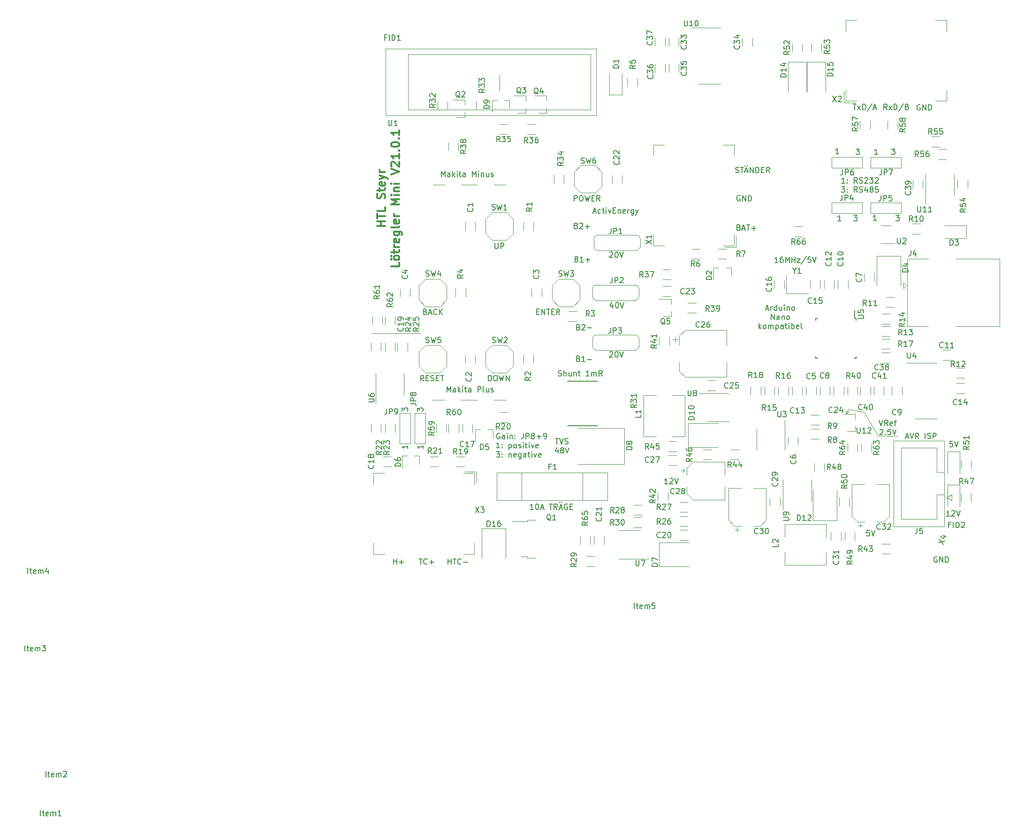
<source format=gbr>
%TF.GenerationSoftware,KiCad,Pcbnew,5.1.10-88a1d61d58~90~ubuntu20.04.1*%
%TF.CreationDate,2021-10-09T22:51:23+02:00*%
%TF.ProjectId,jbc-miniregler,6a62632d-6d69-46e6-9972-65676c65722e,21.0.1*%
%TF.SameCoordinates,PX56c8cc0PY88601c0*%
%TF.FileFunction,Legend,Top*%
%TF.FilePolarity,Positive*%
%FSLAX46Y46*%
G04 Gerber Fmt 4.6, Leading zero omitted, Abs format (unit mm)*
G04 Created by KiCad (PCBNEW 5.1.10-88a1d61d58~90~ubuntu20.04.1) date 2021-10-09 22:51:23*
%MOMM*%
%LPD*%
G01*
G04 APERTURE LIST*
%ADD10C,0.300000*%
%ADD11C,0.150000*%
%ADD12C,0.120000*%
%ADD13C,0.127000*%
G04 APERTURE END LIST*
D10*
X3403571Y62000000D02*
X1903571Y62000000D01*
X2617857Y62000000D02*
X2617857Y62857143D01*
X3403571Y62857143D02*
X1903571Y62857143D01*
X1903571Y63357143D02*
X1903571Y64214286D01*
X3403571Y63785715D02*
X1903571Y63785715D01*
X3403571Y65428572D02*
X3403571Y64714286D01*
X1903571Y64714286D01*
X3332142Y67000000D02*
X3403571Y67214286D01*
X3403571Y67571429D01*
X3332142Y67714286D01*
X3260714Y67785715D01*
X3117857Y67857143D01*
X2975000Y67857143D01*
X2832142Y67785715D01*
X2760714Y67714286D01*
X2689285Y67571429D01*
X2617857Y67285715D01*
X2546428Y67142858D01*
X2475000Y67071429D01*
X2332142Y67000000D01*
X2189285Y67000000D01*
X2046428Y67071429D01*
X1975000Y67142858D01*
X1903571Y67285715D01*
X1903571Y67642858D01*
X1975000Y67857143D01*
X2403571Y68285715D02*
X2403571Y68857143D01*
X1903571Y68500000D02*
X3189285Y68500000D01*
X3332142Y68571429D01*
X3403571Y68714286D01*
X3403571Y68857143D01*
X3332142Y69928572D02*
X3403571Y69785715D01*
X3403571Y69500000D01*
X3332142Y69357143D01*
X3189285Y69285715D01*
X2617857Y69285715D01*
X2475000Y69357143D01*
X2403571Y69500000D01*
X2403571Y69785715D01*
X2475000Y69928572D01*
X2617857Y70000000D01*
X2760714Y70000000D01*
X2903571Y69285715D01*
X2403571Y70500000D02*
X3403571Y70857143D01*
X2403571Y71214286D02*
X3403571Y70857143D01*
X3760714Y70714286D01*
X3832142Y70642858D01*
X3903571Y70500000D01*
X3403571Y71785715D02*
X2403571Y71785715D01*
X2689285Y71785715D02*
X2546428Y71857143D01*
X2475000Y71928572D01*
X2403571Y72071429D01*
X2403571Y72214286D01*
X5953571Y55464286D02*
X5953571Y54750000D01*
X4453571Y54750000D01*
X5953571Y56178572D02*
X5882142Y56035715D01*
X5810714Y55964286D01*
X5667857Y55892858D01*
X5239285Y55892858D01*
X5096428Y55964286D01*
X5025000Y56035715D01*
X4953571Y56178572D01*
X4953571Y56392858D01*
X5025000Y56535715D01*
X5096428Y56607143D01*
X5239285Y56678572D01*
X5667857Y56678572D01*
X5810714Y56607143D01*
X5882142Y56535715D01*
X5953571Y56392858D01*
X5953571Y56178572D01*
X4453571Y56035715D02*
X4525000Y56107143D01*
X4596428Y56035715D01*
X4525000Y55964286D01*
X4453571Y56035715D01*
X4596428Y56035715D01*
X4453571Y56607143D02*
X4525000Y56678572D01*
X4596428Y56607143D01*
X4525000Y56535715D01*
X4453571Y56607143D01*
X4596428Y56607143D01*
X4953571Y57107143D02*
X4953571Y57678572D01*
X4453571Y57321429D02*
X5739285Y57321429D01*
X5882142Y57392858D01*
X5953571Y57535715D01*
X5953571Y57678572D01*
X5953571Y58178572D02*
X4953571Y58178572D01*
X5239285Y58178572D02*
X5096428Y58250000D01*
X5025000Y58321429D01*
X4953571Y58464286D01*
X4953571Y58607143D01*
X5882142Y59678572D02*
X5953571Y59535715D01*
X5953571Y59250000D01*
X5882142Y59107143D01*
X5739285Y59035715D01*
X5167857Y59035715D01*
X5025000Y59107143D01*
X4953571Y59250000D01*
X4953571Y59535715D01*
X5025000Y59678572D01*
X5167857Y59750000D01*
X5310714Y59750000D01*
X5453571Y59035715D01*
X4953571Y61035715D02*
X6167857Y61035715D01*
X6310714Y60964286D01*
X6382142Y60892858D01*
X6453571Y60750000D01*
X6453571Y60535715D01*
X6382142Y60392858D01*
X5882142Y61035715D02*
X5953571Y60892858D01*
X5953571Y60607143D01*
X5882142Y60464286D01*
X5810714Y60392858D01*
X5667857Y60321429D01*
X5239285Y60321429D01*
X5096428Y60392858D01*
X5025000Y60464286D01*
X4953571Y60607143D01*
X4953571Y60892858D01*
X5025000Y61035715D01*
X5953571Y61964286D02*
X5882142Y61821429D01*
X5739285Y61750000D01*
X4453571Y61750000D01*
X5882142Y63107143D02*
X5953571Y62964286D01*
X5953571Y62678572D01*
X5882142Y62535715D01*
X5739285Y62464286D01*
X5167857Y62464286D01*
X5025000Y62535715D01*
X4953571Y62678572D01*
X4953571Y62964286D01*
X5025000Y63107143D01*
X5167857Y63178572D01*
X5310714Y63178572D01*
X5453571Y62464286D01*
X5953571Y63821429D02*
X4953571Y63821429D01*
X5239285Y63821429D02*
X5096428Y63892858D01*
X5025000Y63964286D01*
X4953571Y64107143D01*
X4953571Y64250000D01*
X5953571Y65892858D02*
X4453571Y65892858D01*
X5525000Y66392858D01*
X4453571Y66892858D01*
X5953571Y66892858D01*
X5953571Y67607143D02*
X4953571Y67607143D01*
X4453571Y67607143D02*
X4525000Y67535715D01*
X4596428Y67607143D01*
X4525000Y67678572D01*
X4453571Y67607143D01*
X4596428Y67607143D01*
X4953571Y68321429D02*
X5953571Y68321429D01*
X5096428Y68321429D02*
X5025000Y68392858D01*
X4953571Y68535715D01*
X4953571Y68750000D01*
X5025000Y68892858D01*
X5167857Y68964286D01*
X5953571Y68964286D01*
X5953571Y69678572D02*
X4953571Y69678572D01*
X4453571Y69678572D02*
X4525000Y69607143D01*
X4596428Y69678572D01*
X4525000Y69750000D01*
X4453571Y69678572D01*
X4596428Y69678572D01*
X4453571Y71321429D02*
X5953571Y71821429D01*
X4453571Y72321429D01*
X4596428Y72750000D02*
X4525000Y72821429D01*
X4453571Y72964286D01*
X4453571Y73321429D01*
X4525000Y73464286D01*
X4596428Y73535715D01*
X4739285Y73607143D01*
X4882142Y73607143D01*
X5096428Y73535715D01*
X5953571Y72678572D01*
X5953571Y73607143D01*
X5953571Y75035715D02*
X5953571Y74178572D01*
X5953571Y74607143D02*
X4453571Y74607143D01*
X4667857Y74464286D01*
X4810714Y74321429D01*
X4882142Y74178572D01*
X5810714Y75678572D02*
X5882142Y75750000D01*
X5953571Y75678572D01*
X5882142Y75607143D01*
X5810714Y75678572D01*
X5953571Y75678572D01*
X4453571Y76678572D02*
X4453571Y76821429D01*
X4525000Y76964286D01*
X4596428Y77035715D01*
X4739285Y77107143D01*
X5025000Y77178572D01*
X5382142Y77178572D01*
X5667857Y77107143D01*
X5810714Y77035715D01*
X5882142Y76964286D01*
X5953571Y76821429D01*
X5953571Y76678572D01*
X5882142Y76535715D01*
X5810714Y76464286D01*
X5667857Y76392858D01*
X5382142Y76321429D01*
X5025000Y76321429D01*
X4739285Y76392858D01*
X4596428Y76464286D01*
X4525000Y76535715D01*
X4453571Y76678572D01*
X5810714Y77821429D02*
X5882142Y77892858D01*
X5953571Y77821429D01*
X5882142Y77750000D01*
X5810714Y77821429D01*
X5953571Y77821429D01*
X5953571Y79321429D02*
X5953571Y78464286D01*
X5953571Y78892858D02*
X4453571Y78892858D01*
X4667857Y78750000D01*
X4810714Y78607143D01*
X4882142Y78464286D01*
D11*
X105809523Y23147620D02*
X105333333Y23147620D01*
X105285714Y22671429D01*
X105333333Y22719048D01*
X105428571Y22766667D01*
X105666666Y22766667D01*
X105761904Y22719048D01*
X105809523Y22671429D01*
X105857142Y22576191D01*
X105857142Y22338096D01*
X105809523Y22242858D01*
X105761904Y22195239D01*
X105666666Y22147620D01*
X105428571Y22147620D01*
X105333333Y22195239D01*
X105285714Y22242858D01*
X106142857Y23147620D02*
X106476190Y22147620D01*
X106809523Y23147620D01*
X105280952Y9647620D02*
X104709523Y9647620D01*
X104995238Y9647620D02*
X104995238Y10647620D01*
X104900000Y10504762D01*
X104804761Y10409524D01*
X104709523Y10361905D01*
X105661904Y10552381D02*
X105709523Y10600000D01*
X105804761Y10647620D01*
X106042857Y10647620D01*
X106138095Y10600000D01*
X106185714Y10552381D01*
X106233333Y10457143D01*
X106233333Y10361905D01*
X106185714Y10219048D01*
X105614285Y9647620D01*
X106233333Y9647620D01*
X106519047Y10647620D02*
X106852380Y9647620D01*
X107185714Y10647620D01*
X102988095Y2250000D02*
X102892857Y2297620D01*
X102750000Y2297620D01*
X102607142Y2250000D01*
X102511904Y2154762D01*
X102464285Y2059524D01*
X102416666Y1869048D01*
X102416666Y1726191D01*
X102464285Y1535715D01*
X102511904Y1440477D01*
X102607142Y1345239D01*
X102750000Y1297620D01*
X102845238Y1297620D01*
X102988095Y1345239D01*
X103035714Y1392858D01*
X103035714Y1726191D01*
X102845238Y1726191D01*
X103464285Y1297620D02*
X103464285Y2297620D01*
X104035714Y1297620D01*
X104035714Y2297620D01*
X104511904Y1297620D02*
X104511904Y2297620D01*
X104750000Y2297620D01*
X104892857Y2250000D01*
X104988095Y2154762D01*
X105035714Y2059524D01*
X105083333Y1869048D01*
X105083333Y1726191D01*
X105035714Y1535715D01*
X104988095Y1440477D01*
X104892857Y1345239D01*
X104750000Y1297620D01*
X104511904Y1297620D01*
X72104761Y47083334D02*
X72580952Y47083334D01*
X72009523Y46797620D02*
X72342857Y47797620D01*
X72676190Y46797620D01*
X73009523Y46797620D02*
X73009523Y47464286D01*
X73009523Y47273810D02*
X73057142Y47369048D01*
X73104761Y47416667D01*
X73200000Y47464286D01*
X73295238Y47464286D01*
X74057142Y46797620D02*
X74057142Y47797620D01*
X74057142Y46845239D02*
X73961904Y46797620D01*
X73771428Y46797620D01*
X73676190Y46845239D01*
X73628571Y46892858D01*
X73580952Y46988096D01*
X73580952Y47273810D01*
X73628571Y47369048D01*
X73676190Y47416667D01*
X73771428Y47464286D01*
X73961904Y47464286D01*
X74057142Y47416667D01*
X74961904Y47464286D02*
X74961904Y46797620D01*
X74533333Y47464286D02*
X74533333Y46940477D01*
X74580952Y46845239D01*
X74676190Y46797620D01*
X74819047Y46797620D01*
X74914285Y46845239D01*
X74961904Y46892858D01*
X75438095Y46797620D02*
X75438095Y47464286D01*
X75438095Y47797620D02*
X75390476Y47750000D01*
X75438095Y47702381D01*
X75485714Y47750000D01*
X75438095Y47797620D01*
X75438095Y47702381D01*
X75914285Y47464286D02*
X75914285Y46797620D01*
X75914285Y47369048D02*
X75961904Y47416667D01*
X76057142Y47464286D01*
X76200000Y47464286D01*
X76295238Y47416667D01*
X76342857Y47321429D01*
X76342857Y46797620D01*
X76961904Y46797620D02*
X76866666Y46845239D01*
X76819047Y46892858D01*
X76771428Y46988096D01*
X76771428Y47273810D01*
X76819047Y47369048D01*
X76866666Y47416667D01*
X76961904Y47464286D01*
X77104761Y47464286D01*
X77200000Y47416667D01*
X77247619Y47369048D01*
X77295238Y47273810D01*
X77295238Y46988096D01*
X77247619Y46892858D01*
X77200000Y46845239D01*
X77104761Y46797620D01*
X76961904Y46797620D01*
X73057142Y45147620D02*
X73057142Y46147620D01*
X73628571Y45147620D01*
X73628571Y46147620D01*
X74533333Y45147620D02*
X74533333Y45671429D01*
X74485714Y45766667D01*
X74390476Y45814286D01*
X74200000Y45814286D01*
X74104761Y45766667D01*
X74533333Y45195239D02*
X74438095Y45147620D01*
X74200000Y45147620D01*
X74104761Y45195239D01*
X74057142Y45290477D01*
X74057142Y45385715D01*
X74104761Y45480953D01*
X74200000Y45528572D01*
X74438095Y45528572D01*
X74533333Y45576191D01*
X75009523Y45814286D02*
X75009523Y45147620D01*
X75009523Y45719048D02*
X75057142Y45766667D01*
X75152380Y45814286D01*
X75295238Y45814286D01*
X75390476Y45766667D01*
X75438095Y45671429D01*
X75438095Y45147620D01*
X76057142Y45147620D02*
X75961904Y45195239D01*
X75914285Y45242858D01*
X75866666Y45338096D01*
X75866666Y45623810D01*
X75914285Y45719048D01*
X75961904Y45766667D01*
X76057142Y45814286D01*
X76200000Y45814286D01*
X76295238Y45766667D01*
X76342857Y45719048D01*
X76390476Y45623810D01*
X76390476Y45338096D01*
X76342857Y45242858D01*
X76295238Y45195239D01*
X76200000Y45147620D01*
X76057142Y45147620D01*
X70842857Y43497620D02*
X70842857Y44497620D01*
X70938095Y43878572D02*
X71223809Y43497620D01*
X71223809Y44164286D02*
X70842857Y43783334D01*
X71795238Y43497620D02*
X71700000Y43545239D01*
X71652380Y43592858D01*
X71604761Y43688096D01*
X71604761Y43973810D01*
X71652380Y44069048D01*
X71700000Y44116667D01*
X71795238Y44164286D01*
X71938095Y44164286D01*
X72033333Y44116667D01*
X72080952Y44069048D01*
X72128571Y43973810D01*
X72128571Y43688096D01*
X72080952Y43592858D01*
X72033333Y43545239D01*
X71938095Y43497620D01*
X71795238Y43497620D01*
X72557142Y43497620D02*
X72557142Y44164286D01*
X72557142Y44069048D02*
X72604761Y44116667D01*
X72700000Y44164286D01*
X72842857Y44164286D01*
X72938095Y44116667D01*
X72985714Y44021429D01*
X72985714Y43497620D01*
X72985714Y44021429D02*
X73033333Y44116667D01*
X73128571Y44164286D01*
X73271428Y44164286D01*
X73366666Y44116667D01*
X73414285Y44021429D01*
X73414285Y43497620D01*
X73890476Y44164286D02*
X73890476Y43164286D01*
X73890476Y44116667D02*
X73985714Y44164286D01*
X74176190Y44164286D01*
X74271428Y44116667D01*
X74319047Y44069048D01*
X74366666Y43973810D01*
X74366666Y43688096D01*
X74319047Y43592858D01*
X74271428Y43545239D01*
X74176190Y43497620D01*
X73985714Y43497620D01*
X73890476Y43545239D01*
X75223809Y43497620D02*
X75223809Y44021429D01*
X75176190Y44116667D01*
X75080952Y44164286D01*
X74890476Y44164286D01*
X74795238Y44116667D01*
X75223809Y43545239D02*
X75128571Y43497620D01*
X74890476Y43497620D01*
X74795238Y43545239D01*
X74747619Y43640477D01*
X74747619Y43735715D01*
X74795238Y43830953D01*
X74890476Y43878572D01*
X75128571Y43878572D01*
X75223809Y43926191D01*
X75557142Y44164286D02*
X75938095Y44164286D01*
X75700000Y44497620D02*
X75700000Y43640477D01*
X75747619Y43545239D01*
X75842857Y43497620D01*
X75938095Y43497620D01*
X76271428Y43497620D02*
X76271428Y44164286D01*
X76271428Y44497620D02*
X76223809Y44450000D01*
X76271428Y44402381D01*
X76319047Y44450000D01*
X76271428Y44497620D01*
X76271428Y44402381D01*
X76747619Y43497620D02*
X76747619Y44497620D01*
X76747619Y44116667D02*
X76842857Y44164286D01*
X77033333Y44164286D01*
X77128571Y44116667D01*
X77176190Y44069048D01*
X77223809Y43973810D01*
X77223809Y43688096D01*
X77176190Y43592858D01*
X77128571Y43545239D01*
X77033333Y43497620D01*
X76842857Y43497620D01*
X76747619Y43545239D01*
X78033333Y43545239D02*
X77938095Y43497620D01*
X77747619Y43497620D01*
X77652380Y43545239D01*
X77604761Y43640477D01*
X77604761Y44021429D01*
X77652380Y44116667D01*
X77747619Y44164286D01*
X77938095Y44164286D01*
X78033333Y44116667D01*
X78080952Y44021429D01*
X78080952Y43926191D01*
X77604761Y43830953D01*
X78652380Y43497620D02*
X78557142Y43545239D01*
X78509523Y43640477D01*
X78509523Y44497620D01*
X40952380Y64633334D02*
X41428571Y64633334D01*
X40857142Y64347620D02*
X41190476Y65347620D01*
X41523809Y64347620D01*
X42285714Y64395239D02*
X42190476Y64347620D01*
X42000000Y64347620D01*
X41904761Y64395239D01*
X41857142Y64442858D01*
X41809523Y64538096D01*
X41809523Y64823810D01*
X41857142Y64919048D01*
X41904761Y64966667D01*
X42000000Y65014286D01*
X42190476Y65014286D01*
X42285714Y64966667D01*
X42571428Y65014286D02*
X42952380Y65014286D01*
X42714285Y65347620D02*
X42714285Y64490477D01*
X42761904Y64395239D01*
X42857142Y64347620D01*
X42952380Y64347620D01*
X43285714Y64347620D02*
X43285714Y65014286D01*
X43285714Y65347620D02*
X43238095Y65300000D01*
X43285714Y65252381D01*
X43333333Y65300000D01*
X43285714Y65347620D01*
X43285714Y65252381D01*
X43666666Y65014286D02*
X43904761Y64347620D01*
X44142857Y65014286D01*
X44523809Y64871429D02*
X44857142Y64871429D01*
X45000000Y64347620D02*
X44523809Y64347620D01*
X44523809Y65347620D01*
X45000000Y65347620D01*
X45428571Y65014286D02*
X45428571Y64347620D01*
X45428571Y64919048D02*
X45476190Y64966667D01*
X45571428Y65014286D01*
X45714285Y65014286D01*
X45809523Y64966667D01*
X45857142Y64871429D01*
X45857142Y64347620D01*
X46714285Y64395239D02*
X46619047Y64347620D01*
X46428571Y64347620D01*
X46333333Y64395239D01*
X46285714Y64490477D01*
X46285714Y64871429D01*
X46333333Y64966667D01*
X46428571Y65014286D01*
X46619047Y65014286D01*
X46714285Y64966667D01*
X46761904Y64871429D01*
X46761904Y64776191D01*
X46285714Y64680953D01*
X47190476Y64347620D02*
X47190476Y65014286D01*
X47190476Y64823810D02*
X47238095Y64919048D01*
X47285714Y64966667D01*
X47380952Y65014286D01*
X47476190Y65014286D01*
X48238095Y65014286D02*
X48238095Y64204762D01*
X48190476Y64109524D01*
X48142857Y64061905D01*
X48047619Y64014286D01*
X47904761Y64014286D01*
X47809523Y64061905D01*
X48238095Y64395239D02*
X48142857Y64347620D01*
X47952380Y64347620D01*
X47857142Y64395239D01*
X47809523Y64442858D01*
X47761904Y64538096D01*
X47761904Y64823810D01*
X47809523Y64919048D01*
X47857142Y64966667D01*
X47952380Y65014286D01*
X48142857Y65014286D01*
X48238095Y64966667D01*
X48619047Y65014286D02*
X48857142Y64347620D01*
X49095238Y65014286D02*
X48857142Y64347620D01*
X48761904Y64109524D01*
X48714285Y64061905D01*
X48619047Y64014286D01*
X38276190Y43771429D02*
X38419047Y43723810D01*
X38466666Y43676191D01*
X38514285Y43580953D01*
X38514285Y43438096D01*
X38466666Y43342858D01*
X38419047Y43295239D01*
X38323809Y43247620D01*
X37942857Y43247620D01*
X37942857Y44247620D01*
X38276190Y44247620D01*
X38371428Y44200000D01*
X38419047Y44152381D01*
X38466666Y44057143D01*
X38466666Y43961905D01*
X38419047Y43866667D01*
X38371428Y43819048D01*
X38276190Y43771429D01*
X37942857Y43771429D01*
X38895238Y44152381D02*
X38942857Y44200000D01*
X39038095Y44247620D01*
X39276190Y44247620D01*
X39371428Y44200000D01*
X39419047Y44152381D01*
X39466666Y44057143D01*
X39466666Y43961905D01*
X39419047Y43819048D01*
X38847619Y43247620D01*
X39466666Y43247620D01*
X39895238Y43628572D02*
X40657142Y43628572D01*
X38276190Y38071429D02*
X38419047Y38023810D01*
X38466666Y37976191D01*
X38514285Y37880953D01*
X38514285Y37738096D01*
X38466666Y37642858D01*
X38419047Y37595239D01*
X38323809Y37547620D01*
X37942857Y37547620D01*
X37942857Y38547620D01*
X38276190Y38547620D01*
X38371428Y38500000D01*
X38419047Y38452381D01*
X38466666Y38357143D01*
X38466666Y38261905D01*
X38419047Y38166667D01*
X38371428Y38119048D01*
X38276190Y38071429D01*
X37942857Y38071429D01*
X39466666Y37547620D02*
X38895238Y37547620D01*
X39180952Y37547620D02*
X39180952Y38547620D01*
X39085714Y38404762D01*
X38990476Y38309524D01*
X38895238Y38261905D01*
X39895238Y37928572D02*
X40657142Y37928572D01*
X37976190Y56071429D02*
X38119047Y56023810D01*
X38166666Y55976191D01*
X38214285Y55880953D01*
X38214285Y55738096D01*
X38166666Y55642858D01*
X38119047Y55595239D01*
X38023809Y55547620D01*
X37642857Y55547620D01*
X37642857Y56547620D01*
X37976190Y56547620D01*
X38071428Y56500000D01*
X38119047Y56452381D01*
X38166666Y56357143D01*
X38166666Y56261905D01*
X38119047Y56166667D01*
X38071428Y56119048D01*
X37976190Y56071429D01*
X37642857Y56071429D01*
X39166666Y55547620D02*
X38595238Y55547620D01*
X38880952Y55547620D02*
X38880952Y56547620D01*
X38785714Y56404762D01*
X38690476Y56309524D01*
X38595238Y56261905D01*
X39595238Y55928572D02*
X40357142Y55928572D01*
X39976190Y55547620D02*
X39976190Y56309524D01*
X37876190Y62071429D02*
X38019047Y62023810D01*
X38066666Y61976191D01*
X38114285Y61880953D01*
X38114285Y61738096D01*
X38066666Y61642858D01*
X38019047Y61595239D01*
X37923809Y61547620D01*
X37542857Y61547620D01*
X37542857Y62547620D01*
X37876190Y62547620D01*
X37971428Y62500000D01*
X38019047Y62452381D01*
X38066666Y62357143D01*
X38066666Y62261905D01*
X38019047Y62166667D01*
X37971428Y62119048D01*
X37876190Y62071429D01*
X37542857Y62071429D01*
X38495238Y62452381D02*
X38542857Y62500000D01*
X38638095Y62547620D01*
X38876190Y62547620D01*
X38971428Y62500000D01*
X39019047Y62452381D01*
X39066666Y62357143D01*
X39066666Y62261905D01*
X39019047Y62119048D01*
X38447619Y61547620D01*
X39066666Y61547620D01*
X39495238Y61928572D02*
X40257142Y61928572D01*
X39876190Y61547620D02*
X39876190Y62309524D01*
X14533333Y32047620D02*
X14533333Y33047620D01*
X14866666Y32333334D01*
X15200000Y33047620D01*
X15200000Y32047620D01*
X16104761Y32047620D02*
X16104761Y32571429D01*
X16057142Y32666667D01*
X15961904Y32714286D01*
X15771428Y32714286D01*
X15676190Y32666667D01*
X16104761Y32095239D02*
X16009523Y32047620D01*
X15771428Y32047620D01*
X15676190Y32095239D01*
X15628571Y32190477D01*
X15628571Y32285715D01*
X15676190Y32380953D01*
X15771428Y32428572D01*
X16009523Y32428572D01*
X16104761Y32476191D01*
X16580952Y32047620D02*
X16580952Y33047620D01*
X16676190Y32428572D02*
X16961904Y32047620D01*
X16961904Y32714286D02*
X16580952Y32333334D01*
X17390476Y32047620D02*
X17390476Y32714286D01*
X17390476Y33047620D02*
X17342857Y33000000D01*
X17390476Y32952381D01*
X17438095Y33000000D01*
X17390476Y33047620D01*
X17390476Y32952381D01*
X17723809Y32714286D02*
X18104761Y32714286D01*
X17866666Y33047620D02*
X17866666Y32190477D01*
X17914285Y32095239D01*
X18009523Y32047620D01*
X18104761Y32047620D01*
X18866666Y32047620D02*
X18866666Y32571429D01*
X18819047Y32666667D01*
X18723809Y32714286D01*
X18533333Y32714286D01*
X18438095Y32666667D01*
X18866666Y32095239D02*
X18771428Y32047620D01*
X18533333Y32047620D01*
X18438095Y32095239D01*
X18390476Y32190477D01*
X18390476Y32285715D01*
X18438095Y32380953D01*
X18533333Y32428572D01*
X18771428Y32428572D01*
X18866666Y32476191D01*
X20104761Y32047620D02*
X20104761Y33047620D01*
X20485714Y33047620D01*
X20580952Y33000000D01*
X20628571Y32952381D01*
X20676190Y32857143D01*
X20676190Y32714286D01*
X20628571Y32619048D01*
X20580952Y32571429D01*
X20485714Y32523810D01*
X20104761Y32523810D01*
X21247619Y32047620D02*
X21152380Y32095239D01*
X21104761Y32190477D01*
X21104761Y33047620D01*
X22057142Y32714286D02*
X22057142Y32047620D01*
X21628571Y32714286D02*
X21628571Y32190477D01*
X21676190Y32095239D01*
X21771428Y32047620D01*
X21914285Y32047620D01*
X22009523Y32095239D01*
X22057142Y32142858D01*
X22485714Y32095239D02*
X22580952Y32047620D01*
X22771428Y32047620D01*
X22866666Y32095239D01*
X22914285Y32190477D01*
X22914285Y32238096D01*
X22866666Y32333334D01*
X22771428Y32380953D01*
X22628571Y32380953D01*
X22533333Y32428572D01*
X22485714Y32523810D01*
X22485714Y32571429D01*
X22533333Y32666667D01*
X22628571Y32714286D01*
X22771428Y32714286D01*
X22866666Y32666667D01*
D12*
X23000000Y30600000D02*
X25100000Y30600000D01*
X17000000Y30600000D02*
X20000000Y30600000D01*
X11900000Y30600000D02*
X14100000Y30600000D01*
D11*
X13533333Y70947620D02*
X13533333Y71947620D01*
X13866666Y71233334D01*
X14200000Y71947620D01*
X14200000Y70947620D01*
X15104761Y70947620D02*
X15104761Y71471429D01*
X15057142Y71566667D01*
X14961904Y71614286D01*
X14771428Y71614286D01*
X14676190Y71566667D01*
X15104761Y70995239D02*
X15009523Y70947620D01*
X14771428Y70947620D01*
X14676190Y70995239D01*
X14628571Y71090477D01*
X14628571Y71185715D01*
X14676190Y71280953D01*
X14771428Y71328572D01*
X15009523Y71328572D01*
X15104761Y71376191D01*
X15580952Y70947620D02*
X15580952Y71947620D01*
X15676190Y71328572D02*
X15961904Y70947620D01*
X15961904Y71614286D02*
X15580952Y71233334D01*
X16390476Y70947620D02*
X16390476Y71614286D01*
X16390476Y71947620D02*
X16342857Y71900000D01*
X16390476Y71852381D01*
X16438095Y71900000D01*
X16390476Y71947620D01*
X16390476Y71852381D01*
X16723809Y71614286D02*
X17104761Y71614286D01*
X16866666Y71947620D02*
X16866666Y71090477D01*
X16914285Y70995239D01*
X17009523Y70947620D01*
X17104761Y70947620D01*
X17866666Y70947620D02*
X17866666Y71471429D01*
X17819047Y71566667D01*
X17723809Y71614286D01*
X17533333Y71614286D01*
X17438095Y71566667D01*
X17866666Y70995239D02*
X17771428Y70947620D01*
X17533333Y70947620D01*
X17438095Y70995239D01*
X17390476Y71090477D01*
X17390476Y71185715D01*
X17438095Y71280953D01*
X17533333Y71328572D01*
X17771428Y71328572D01*
X17866666Y71376191D01*
X19104761Y70947620D02*
X19104761Y71947620D01*
X19438095Y71233334D01*
X19771428Y71947620D01*
X19771428Y70947620D01*
X20247619Y70947620D02*
X20247619Y71614286D01*
X20247619Y71947620D02*
X20200000Y71900000D01*
X20247619Y71852381D01*
X20295238Y71900000D01*
X20247619Y71947620D01*
X20247619Y71852381D01*
X20723809Y71614286D02*
X20723809Y70947620D01*
X20723809Y71519048D02*
X20771428Y71566667D01*
X20866666Y71614286D01*
X21009523Y71614286D01*
X21104761Y71566667D01*
X21152380Y71471429D01*
X21152380Y70947620D01*
X22057142Y71614286D02*
X22057142Y70947620D01*
X21628571Y71614286D02*
X21628571Y71090477D01*
X21676190Y70995239D01*
X21771428Y70947620D01*
X21914285Y70947620D01*
X22009523Y70995239D01*
X22057142Y71042858D01*
X22485714Y70995239D02*
X22580952Y70947620D01*
X22771428Y70947620D01*
X22866666Y70995239D01*
X22914285Y71090477D01*
X22914285Y71138096D01*
X22866666Y71233334D01*
X22771428Y71280953D01*
X22628571Y71280953D01*
X22533333Y71328572D01*
X22485714Y71423810D01*
X22485714Y71471429D01*
X22533333Y71566667D01*
X22628571Y71614286D01*
X22771428Y71614286D01*
X22866666Y71566667D01*
D12*
X23000000Y69500000D02*
X25100000Y69500000D01*
X17100000Y69500000D02*
X20000000Y69500000D01*
X12000000Y69500000D02*
X14100000Y69500000D01*
D11*
X90809523Y7047620D02*
X90333333Y7047620D01*
X90285714Y6571429D01*
X90333333Y6619048D01*
X90428571Y6666667D01*
X90666666Y6666667D01*
X90761904Y6619048D01*
X90809523Y6571429D01*
X90857142Y6476191D01*
X90857142Y6238096D01*
X90809523Y6142858D01*
X90761904Y6095239D01*
X90666666Y6047620D01*
X90428571Y6047620D01*
X90333333Y6095239D01*
X90285714Y6142858D01*
X91142857Y7047620D02*
X91476190Y6047620D01*
X91809523Y7047620D01*
X54380952Y15447620D02*
X53809523Y15447620D01*
X54095238Y15447620D02*
X54095238Y16447620D01*
X54000000Y16304762D01*
X53904761Y16209524D01*
X53809523Y16161905D01*
X54761904Y16352381D02*
X54809523Y16400000D01*
X54904761Y16447620D01*
X55142857Y16447620D01*
X55238095Y16400000D01*
X55285714Y16352381D01*
X55333333Y16257143D01*
X55333333Y16161905D01*
X55285714Y16019048D01*
X54714285Y15447620D01*
X55333333Y15447620D01*
X55619047Y16447620D02*
X55952380Y15447620D01*
X56285714Y16447620D01*
X97338095Y23933334D02*
X97814285Y23933334D01*
X97242857Y23647620D02*
X97576190Y24647620D01*
X97909523Y23647620D01*
X98100000Y24647620D02*
X98433333Y23647620D01*
X98766666Y24647620D01*
X99671428Y23647620D02*
X99338095Y24123810D01*
X99100000Y23647620D02*
X99100000Y24647620D01*
X99480952Y24647620D01*
X99576190Y24600000D01*
X99623809Y24552381D01*
X99671428Y24457143D01*
X99671428Y24314286D01*
X99623809Y24219048D01*
X99576190Y24171429D01*
X99480952Y24123810D01*
X99100000Y24123810D01*
X100861904Y23647620D02*
X100861904Y24647620D01*
X101290476Y23695239D02*
X101433333Y23647620D01*
X101671428Y23647620D01*
X101766666Y23695239D01*
X101814285Y23742858D01*
X101861904Y23838096D01*
X101861904Y23933334D01*
X101814285Y24028572D01*
X101766666Y24076191D01*
X101671428Y24123810D01*
X101480952Y24171429D01*
X101385714Y24219048D01*
X101338095Y24266667D01*
X101290476Y24361905D01*
X101290476Y24457143D01*
X101338095Y24552381D01*
X101385714Y24600000D01*
X101480952Y24647620D01*
X101719047Y24647620D01*
X101861904Y24600000D01*
X102290476Y23647620D02*
X102290476Y24647620D01*
X102671428Y24647620D01*
X102766666Y24600000D01*
X102814285Y24552381D01*
X102861904Y24457143D01*
X102861904Y24314286D01*
X102814285Y24219048D01*
X102766666Y24171429D01*
X102671428Y24123810D01*
X102290476Y24123810D01*
D12*
X87000000Y28400000D02*
X86500000Y28100000D01*
X86700000Y28700000D02*
X87000000Y28400000D01*
X86500000Y28100000D02*
X86700000Y28700000D01*
X87100000Y28900000D02*
X86500000Y28100000D01*
X89800000Y28400000D02*
X87100000Y28900000D01*
X92400000Y24100000D02*
X89800000Y28400000D01*
X95800000Y24100000D02*
X92400000Y24100000D01*
D11*
X92552380Y26972620D02*
X92885714Y25972620D01*
X93219047Y26972620D01*
X94123809Y25972620D02*
X93790476Y26448810D01*
X93552380Y25972620D02*
X93552380Y26972620D01*
X93933333Y26972620D01*
X94028571Y26925000D01*
X94076190Y26877381D01*
X94123809Y26782143D01*
X94123809Y26639286D01*
X94076190Y26544048D01*
X94028571Y26496429D01*
X93933333Y26448810D01*
X93552380Y26448810D01*
X94933333Y26020239D02*
X94838095Y25972620D01*
X94647619Y25972620D01*
X94552380Y26020239D01*
X94504761Y26115477D01*
X94504761Y26496429D01*
X94552380Y26591667D01*
X94647619Y26639286D01*
X94838095Y26639286D01*
X94933333Y26591667D01*
X94980952Y26496429D01*
X94980952Y26401191D01*
X94504761Y26305953D01*
X95266666Y26639286D02*
X95647619Y26639286D01*
X95409523Y25972620D02*
X95409523Y26829762D01*
X95457142Y26925000D01*
X95552380Y26972620D01*
X95647619Y26972620D01*
X92671428Y25227381D02*
X92719047Y25275000D01*
X92814285Y25322620D01*
X93052380Y25322620D01*
X93147619Y25275000D01*
X93195238Y25227381D01*
X93242857Y25132143D01*
X93242857Y25036905D01*
X93195238Y24894048D01*
X92623809Y24322620D01*
X93242857Y24322620D01*
X93671428Y24417858D02*
X93719047Y24370239D01*
X93671428Y24322620D01*
X93623809Y24370239D01*
X93671428Y24417858D01*
X93671428Y24322620D01*
X94623809Y25322620D02*
X94147619Y25322620D01*
X94100000Y24846429D01*
X94147619Y24894048D01*
X94242857Y24941667D01*
X94480952Y24941667D01*
X94576190Y24894048D01*
X94623809Y24846429D01*
X94671428Y24751191D01*
X94671428Y24513096D01*
X94623809Y24417858D01*
X94576190Y24370239D01*
X94480952Y24322620D01*
X94242857Y24322620D01*
X94147619Y24370239D01*
X94100000Y24417858D01*
X94957142Y25322620D02*
X95290476Y24322620D01*
X95623809Y25322620D01*
X24059404Y24550000D02*
X23964166Y24597620D01*
X23821309Y24597620D01*
X23678452Y24550000D01*
X23583214Y24454762D01*
X23535595Y24359524D01*
X23487976Y24169048D01*
X23487976Y24026191D01*
X23535595Y23835715D01*
X23583214Y23740477D01*
X23678452Y23645239D01*
X23821309Y23597620D01*
X23916547Y23597620D01*
X24059404Y23645239D01*
X24107023Y23692858D01*
X24107023Y24026191D01*
X23916547Y24026191D01*
X24964166Y23597620D02*
X24964166Y24121429D01*
X24916547Y24216667D01*
X24821309Y24264286D01*
X24630833Y24264286D01*
X24535595Y24216667D01*
X24964166Y23645239D02*
X24868928Y23597620D01*
X24630833Y23597620D01*
X24535595Y23645239D01*
X24487976Y23740477D01*
X24487976Y23835715D01*
X24535595Y23930953D01*
X24630833Y23978572D01*
X24868928Y23978572D01*
X24964166Y24026191D01*
X25440357Y23597620D02*
X25440357Y24264286D01*
X25440357Y24597620D02*
X25392738Y24550000D01*
X25440357Y24502381D01*
X25487976Y24550000D01*
X25440357Y24597620D01*
X25440357Y24502381D01*
X25916547Y24264286D02*
X25916547Y23597620D01*
X25916547Y24169048D02*
X25964166Y24216667D01*
X26059404Y24264286D01*
X26202261Y24264286D01*
X26297500Y24216667D01*
X26345119Y24121429D01*
X26345119Y23597620D01*
X26821309Y23692858D02*
X26868928Y23645239D01*
X26821309Y23597620D01*
X26773690Y23645239D01*
X26821309Y23692858D01*
X26821309Y23597620D01*
X26821309Y24216667D02*
X26868928Y24169048D01*
X26821309Y24121429D01*
X26773690Y24169048D01*
X26821309Y24216667D01*
X26821309Y24121429D01*
X28345119Y24597620D02*
X28345119Y23883334D01*
X28297500Y23740477D01*
X28202261Y23645239D01*
X28059404Y23597620D01*
X27964166Y23597620D01*
X28821309Y23597620D02*
X28821309Y24597620D01*
X29202261Y24597620D01*
X29297500Y24550000D01*
X29345119Y24502381D01*
X29392738Y24407143D01*
X29392738Y24264286D01*
X29345119Y24169048D01*
X29297500Y24121429D01*
X29202261Y24073810D01*
X28821309Y24073810D01*
X29964166Y24169048D02*
X29868928Y24216667D01*
X29821309Y24264286D01*
X29773690Y24359524D01*
X29773690Y24407143D01*
X29821309Y24502381D01*
X29868928Y24550000D01*
X29964166Y24597620D01*
X30154642Y24597620D01*
X30249880Y24550000D01*
X30297500Y24502381D01*
X30345119Y24407143D01*
X30345119Y24359524D01*
X30297500Y24264286D01*
X30249880Y24216667D01*
X30154642Y24169048D01*
X29964166Y24169048D01*
X29868928Y24121429D01*
X29821309Y24073810D01*
X29773690Y23978572D01*
X29773690Y23788096D01*
X29821309Y23692858D01*
X29868928Y23645239D01*
X29964166Y23597620D01*
X30154642Y23597620D01*
X30249880Y23645239D01*
X30297500Y23692858D01*
X30345119Y23788096D01*
X30345119Y23978572D01*
X30297500Y24073810D01*
X30249880Y24121429D01*
X30154642Y24169048D01*
X30773690Y23978572D02*
X31535595Y23978572D01*
X31154642Y23597620D02*
X31154642Y24359524D01*
X32059404Y23597620D02*
X32249880Y23597620D01*
X32345119Y23645239D01*
X32392738Y23692858D01*
X32487976Y23835715D01*
X32535595Y24026191D01*
X32535595Y24407143D01*
X32487976Y24502381D01*
X32440357Y24550000D01*
X32345119Y24597620D01*
X32154642Y24597620D01*
X32059404Y24550000D01*
X32011785Y24502381D01*
X31964166Y24407143D01*
X31964166Y24169048D01*
X32011785Y24073810D01*
X32059404Y24026191D01*
X32154642Y23978572D01*
X32345119Y23978572D01*
X32440357Y24026191D01*
X32487976Y24073810D01*
X32535595Y24169048D01*
X24059404Y21947620D02*
X23487976Y21947620D01*
X23773690Y21947620D02*
X23773690Y22947620D01*
X23678452Y22804762D01*
X23583214Y22709524D01*
X23487976Y22661905D01*
X24487976Y22042858D02*
X24535595Y21995239D01*
X24487976Y21947620D01*
X24440357Y21995239D01*
X24487976Y22042858D01*
X24487976Y21947620D01*
X24487976Y22566667D02*
X24535595Y22519048D01*
X24487976Y22471429D01*
X24440357Y22519048D01*
X24487976Y22566667D01*
X24487976Y22471429D01*
X25726071Y22614286D02*
X25726071Y21614286D01*
X25726071Y22566667D02*
X25821309Y22614286D01*
X26011785Y22614286D01*
X26107023Y22566667D01*
X26154642Y22519048D01*
X26202261Y22423810D01*
X26202261Y22138096D01*
X26154642Y22042858D01*
X26107023Y21995239D01*
X26011785Y21947620D01*
X25821309Y21947620D01*
X25726071Y21995239D01*
X26773690Y21947620D02*
X26678452Y21995239D01*
X26630833Y22042858D01*
X26583214Y22138096D01*
X26583214Y22423810D01*
X26630833Y22519048D01*
X26678452Y22566667D01*
X26773690Y22614286D01*
X26916547Y22614286D01*
X27011785Y22566667D01*
X27059404Y22519048D01*
X27107023Y22423810D01*
X27107023Y22138096D01*
X27059404Y22042858D01*
X27011785Y21995239D01*
X26916547Y21947620D01*
X26773690Y21947620D01*
X27487976Y21995239D02*
X27583214Y21947620D01*
X27773690Y21947620D01*
X27868928Y21995239D01*
X27916547Y22090477D01*
X27916547Y22138096D01*
X27868928Y22233334D01*
X27773690Y22280953D01*
X27630833Y22280953D01*
X27535595Y22328572D01*
X27487976Y22423810D01*
X27487976Y22471429D01*
X27535595Y22566667D01*
X27630833Y22614286D01*
X27773690Y22614286D01*
X27868928Y22566667D01*
X28345119Y21947620D02*
X28345119Y22614286D01*
X28345119Y22947620D02*
X28297500Y22900000D01*
X28345119Y22852381D01*
X28392738Y22900000D01*
X28345119Y22947620D01*
X28345119Y22852381D01*
X28678452Y22614286D02*
X29059404Y22614286D01*
X28821309Y22947620D02*
X28821309Y22090477D01*
X28868928Y21995239D01*
X28964166Y21947620D01*
X29059404Y21947620D01*
X29392738Y21947620D02*
X29392738Y22614286D01*
X29392738Y22947620D02*
X29345119Y22900000D01*
X29392738Y22852381D01*
X29440357Y22900000D01*
X29392738Y22947620D01*
X29392738Y22852381D01*
X29773690Y22614286D02*
X30011785Y21947620D01*
X30249880Y22614286D01*
X31011785Y21995239D02*
X30916547Y21947620D01*
X30726071Y21947620D01*
X30630833Y21995239D01*
X30583214Y22090477D01*
X30583214Y22471429D01*
X30630833Y22566667D01*
X30726071Y22614286D01*
X30916547Y22614286D01*
X31011785Y22566667D01*
X31059404Y22471429D01*
X31059404Y22376191D01*
X30583214Y22280953D01*
X23440357Y21297620D02*
X24059404Y21297620D01*
X23726071Y20916667D01*
X23868928Y20916667D01*
X23964166Y20869048D01*
X24011785Y20821429D01*
X24059404Y20726191D01*
X24059404Y20488096D01*
X24011785Y20392858D01*
X23964166Y20345239D01*
X23868928Y20297620D01*
X23583214Y20297620D01*
X23487976Y20345239D01*
X23440357Y20392858D01*
X24487976Y20392858D02*
X24535595Y20345239D01*
X24487976Y20297620D01*
X24440357Y20345239D01*
X24487976Y20392858D01*
X24487976Y20297620D01*
X24487976Y20916667D02*
X24535595Y20869048D01*
X24487976Y20821429D01*
X24440357Y20869048D01*
X24487976Y20916667D01*
X24487976Y20821429D01*
X25726071Y20964286D02*
X25726071Y20297620D01*
X25726071Y20869048D02*
X25773690Y20916667D01*
X25868928Y20964286D01*
X26011785Y20964286D01*
X26107023Y20916667D01*
X26154642Y20821429D01*
X26154642Y20297620D01*
X27011785Y20345239D02*
X26916547Y20297620D01*
X26726071Y20297620D01*
X26630833Y20345239D01*
X26583214Y20440477D01*
X26583214Y20821429D01*
X26630833Y20916667D01*
X26726071Y20964286D01*
X26916547Y20964286D01*
X27011785Y20916667D01*
X27059404Y20821429D01*
X27059404Y20726191D01*
X26583214Y20630953D01*
X27916547Y20964286D02*
X27916547Y20154762D01*
X27868928Y20059524D01*
X27821309Y20011905D01*
X27726071Y19964286D01*
X27583214Y19964286D01*
X27487976Y20011905D01*
X27916547Y20345239D02*
X27821309Y20297620D01*
X27630833Y20297620D01*
X27535595Y20345239D01*
X27487976Y20392858D01*
X27440357Y20488096D01*
X27440357Y20773810D01*
X27487976Y20869048D01*
X27535595Y20916667D01*
X27630833Y20964286D01*
X27821309Y20964286D01*
X27916547Y20916667D01*
X28821309Y20297620D02*
X28821309Y20821429D01*
X28773690Y20916667D01*
X28678452Y20964286D01*
X28487976Y20964286D01*
X28392738Y20916667D01*
X28821309Y20345239D02*
X28726071Y20297620D01*
X28487976Y20297620D01*
X28392738Y20345239D01*
X28345119Y20440477D01*
X28345119Y20535715D01*
X28392738Y20630953D01*
X28487976Y20678572D01*
X28726071Y20678572D01*
X28821309Y20726191D01*
X29154642Y20964286D02*
X29535595Y20964286D01*
X29297500Y21297620D02*
X29297500Y20440477D01*
X29345119Y20345239D01*
X29440357Y20297620D01*
X29535595Y20297620D01*
X29868928Y20297620D02*
X29868928Y20964286D01*
X29868928Y21297620D02*
X29821309Y21250000D01*
X29868928Y21202381D01*
X29916547Y21250000D01*
X29868928Y21297620D01*
X29868928Y21202381D01*
X30249880Y20964286D02*
X30487976Y20297620D01*
X30726071Y20964286D01*
X31487976Y20345239D02*
X31392738Y20297620D01*
X31202261Y20297620D01*
X31107023Y20345239D01*
X31059404Y20440477D01*
X31059404Y20821429D01*
X31107023Y20916667D01*
X31202261Y20964286D01*
X31392738Y20964286D01*
X31487976Y20916667D01*
X31535595Y20821429D01*
X31535595Y20726191D01*
X31059404Y20630953D01*
D12*
X1000000Y42600000D02*
X9700000Y42600000D01*
D11*
X34647619Y34995239D02*
X34790476Y34947620D01*
X35028571Y34947620D01*
X35123809Y34995239D01*
X35171428Y35042858D01*
X35219047Y35138096D01*
X35219047Y35233334D01*
X35171428Y35328572D01*
X35123809Y35376191D01*
X35028571Y35423810D01*
X34838095Y35471429D01*
X34742857Y35519048D01*
X34695238Y35566667D01*
X34647619Y35661905D01*
X34647619Y35757143D01*
X34695238Y35852381D01*
X34742857Y35900000D01*
X34838095Y35947620D01*
X35076190Y35947620D01*
X35219047Y35900000D01*
X35647619Y34947620D02*
X35647619Y35947620D01*
X36076190Y34947620D02*
X36076190Y35471429D01*
X36028571Y35566667D01*
X35933333Y35614286D01*
X35790476Y35614286D01*
X35695238Y35566667D01*
X35647619Y35519048D01*
X36980952Y35614286D02*
X36980952Y34947620D01*
X36552380Y35614286D02*
X36552380Y35090477D01*
X36600000Y34995239D01*
X36695238Y34947620D01*
X36838095Y34947620D01*
X36933333Y34995239D01*
X36980952Y35042858D01*
X37457142Y35614286D02*
X37457142Y34947620D01*
X37457142Y35519048D02*
X37504761Y35566667D01*
X37600000Y35614286D01*
X37742857Y35614286D01*
X37838095Y35566667D01*
X37885714Y35471429D01*
X37885714Y34947620D01*
X38219047Y35614286D02*
X38600000Y35614286D01*
X38361904Y35947620D02*
X38361904Y35090477D01*
X38409523Y34995239D01*
X38504761Y34947620D01*
X38600000Y34947620D01*
X40219047Y34947620D02*
X39647619Y34947620D01*
X39933333Y34947620D02*
X39933333Y35947620D01*
X39838095Y35804762D01*
X39742857Y35709524D01*
X39647619Y35661905D01*
X40647619Y34947620D02*
X40647619Y35614286D01*
X40647619Y35519048D02*
X40695238Y35566667D01*
X40790476Y35614286D01*
X40933333Y35614286D01*
X41028571Y35566667D01*
X41076190Y35471429D01*
X41076190Y34947620D01*
X41076190Y35471429D02*
X41123809Y35566667D01*
X41219047Y35614286D01*
X41361904Y35614286D01*
X41457142Y35566667D01*
X41504761Y35471429D01*
X41504761Y34947620D01*
X42552380Y34947620D02*
X42219047Y35423810D01*
X41980952Y34947620D02*
X41980952Y35947620D01*
X42361904Y35947620D01*
X42457142Y35900000D01*
X42504761Y35852381D01*
X42552380Y35757143D01*
X42552380Y35614286D01*
X42504761Y35519048D01*
X42457142Y35471429D01*
X42361904Y35423810D01*
X41980952Y35423810D01*
X34109523Y23672620D02*
X34680952Y23672620D01*
X34395238Y22672620D02*
X34395238Y23672620D01*
X34871428Y23672620D02*
X35204761Y22672620D01*
X35538095Y23672620D01*
X35823809Y22720239D02*
X35966666Y22672620D01*
X36204761Y22672620D01*
X36300000Y22720239D01*
X36347619Y22767858D01*
X36395238Y22863096D01*
X36395238Y22958334D01*
X36347619Y23053572D01*
X36300000Y23101191D01*
X36204761Y23148810D01*
X36014285Y23196429D01*
X35919047Y23244048D01*
X35871428Y23291667D01*
X35823809Y23386905D01*
X35823809Y23482143D01*
X35871428Y23577381D01*
X35919047Y23625000D01*
X36014285Y23672620D01*
X36252380Y23672620D01*
X36395238Y23625000D01*
X34585714Y21689286D02*
X34585714Y21022620D01*
X34347619Y22070239D02*
X34109523Y21355953D01*
X34728571Y21355953D01*
X35252380Y21594048D02*
X35157142Y21641667D01*
X35109523Y21689286D01*
X35061904Y21784524D01*
X35061904Y21832143D01*
X35109523Y21927381D01*
X35157142Y21975000D01*
X35252380Y22022620D01*
X35442857Y22022620D01*
X35538095Y21975000D01*
X35585714Y21927381D01*
X35633333Y21832143D01*
X35633333Y21784524D01*
X35585714Y21689286D01*
X35538095Y21641667D01*
X35442857Y21594048D01*
X35252380Y21594048D01*
X35157142Y21546429D01*
X35109523Y21498810D01*
X35061904Y21403572D01*
X35061904Y21213096D01*
X35109523Y21117858D01*
X35157142Y21070239D01*
X35252380Y21022620D01*
X35442857Y21022620D01*
X35538095Y21070239D01*
X35585714Y21117858D01*
X35633333Y21213096D01*
X35633333Y21403572D01*
X35585714Y21498810D01*
X35538095Y21546429D01*
X35442857Y21594048D01*
X35919047Y22022620D02*
X36252380Y21022620D01*
X36585714Y22022620D01*
X30138095Y10847620D02*
X29566666Y10847620D01*
X29852380Y10847620D02*
X29852380Y11847620D01*
X29757142Y11704762D01*
X29661904Y11609524D01*
X29566666Y11561905D01*
X30757142Y11847620D02*
X30852380Y11847620D01*
X30947619Y11800000D01*
X30995238Y11752381D01*
X31042857Y11657143D01*
X31090476Y11466667D01*
X31090476Y11228572D01*
X31042857Y11038096D01*
X30995238Y10942858D01*
X30947619Y10895239D01*
X30852380Y10847620D01*
X30757142Y10847620D01*
X30661904Y10895239D01*
X30614285Y10942858D01*
X30566666Y11038096D01*
X30519047Y11228572D01*
X30519047Y11466667D01*
X30566666Y11657143D01*
X30614285Y11752381D01*
X30661904Y11800000D01*
X30757142Y11847620D01*
X31471428Y11133334D02*
X31947619Y11133334D01*
X31376190Y10847620D02*
X31709523Y11847620D01*
X32042857Y10847620D01*
X32995238Y11847620D02*
X33566666Y11847620D01*
X33280952Y10847620D02*
X33280952Y11847620D01*
X34471428Y10847620D02*
X34138095Y11323810D01*
X33900000Y10847620D02*
X33900000Y11847620D01*
X34280952Y11847620D01*
X34376190Y11800000D01*
X34423809Y11752381D01*
X34471428Y11657143D01*
X34471428Y11514286D01*
X34423809Y11419048D01*
X34376190Y11371429D01*
X34280952Y11323810D01*
X33900000Y11323810D01*
X34852380Y11133334D02*
X35328571Y11133334D01*
X34757142Y10847620D02*
X35090476Y11847620D01*
X35423809Y10847620D01*
X34900000Y12180953D02*
X34947619Y12133334D01*
X34900000Y12085715D01*
X34852380Y12133334D01*
X34900000Y12180953D01*
X34900000Y12085715D01*
X35280952Y12180953D02*
X35328571Y12133334D01*
X35280952Y12085715D01*
X35233333Y12133334D01*
X35280952Y12180953D01*
X35280952Y12085715D01*
X36280952Y11800000D02*
X36185714Y11847620D01*
X36042857Y11847620D01*
X35900000Y11800000D01*
X35804761Y11704762D01*
X35757142Y11609524D01*
X35709523Y11419048D01*
X35709523Y11276191D01*
X35757142Y11085715D01*
X35804761Y10990477D01*
X35900000Y10895239D01*
X36042857Y10847620D01*
X36138095Y10847620D01*
X36280952Y10895239D01*
X36328571Y10942858D01*
X36328571Y11276191D01*
X36138095Y11276191D01*
X36757142Y11371429D02*
X37090476Y11371429D01*
X37233333Y10847620D02*
X36757142Y10847620D01*
X36757142Y11847620D01*
X37233333Y11847620D01*
X14714285Y947620D02*
X14714285Y1947620D01*
X14714285Y1471429D02*
X15285714Y1471429D01*
X15285714Y947620D02*
X15285714Y1947620D01*
X15619047Y1947620D02*
X16190476Y1947620D01*
X15904761Y947620D02*
X15904761Y1947620D01*
X17095238Y1042858D02*
X17047619Y995239D01*
X16904761Y947620D01*
X16809523Y947620D01*
X16666666Y995239D01*
X16571428Y1090477D01*
X16523809Y1185715D01*
X16476190Y1376191D01*
X16476190Y1519048D01*
X16523809Y1709524D01*
X16571428Y1804762D01*
X16666666Y1900000D01*
X16809523Y1947620D01*
X16904761Y1947620D01*
X17047619Y1900000D01*
X17095238Y1852381D01*
X17523809Y1328572D02*
X18285714Y1328572D01*
X9495238Y1947620D02*
X10066666Y1947620D01*
X9780952Y947620D02*
X9780952Y1947620D01*
X10971428Y1042858D02*
X10923809Y995239D01*
X10780952Y947620D01*
X10685714Y947620D01*
X10542857Y995239D01*
X10447619Y1090477D01*
X10400000Y1185715D01*
X10352380Y1376191D01*
X10352380Y1519048D01*
X10400000Y1709524D01*
X10447619Y1804762D01*
X10542857Y1900000D01*
X10685714Y1947620D01*
X10780952Y1947620D01*
X10923809Y1900000D01*
X10971428Y1852381D01*
X11400000Y1328572D02*
X12161904Y1328572D01*
X11780952Y947620D02*
X11780952Y1709524D01*
X4895238Y947620D02*
X4895238Y1947620D01*
X4895238Y1471429D02*
X5466666Y1471429D01*
X5466666Y947620D02*
X5466666Y1947620D01*
X5942857Y1328572D02*
X6704761Y1328572D01*
X6323809Y947620D02*
X6323809Y1709524D01*
X43909523Y57252381D02*
X43957142Y57300000D01*
X44052380Y57347620D01*
X44290476Y57347620D01*
X44385714Y57300000D01*
X44433333Y57252381D01*
X44480952Y57157143D01*
X44480952Y57061905D01*
X44433333Y56919048D01*
X43861904Y56347620D01*
X44480952Y56347620D01*
X45100000Y57347620D02*
X45195238Y57347620D01*
X45290476Y57300000D01*
X45338095Y57252381D01*
X45385714Y57157143D01*
X45433333Y56966667D01*
X45433333Y56728572D01*
X45385714Y56538096D01*
X45338095Y56442858D01*
X45290476Y56395239D01*
X45195238Y56347620D01*
X45100000Y56347620D01*
X45004761Y56395239D01*
X44957142Y56442858D01*
X44909523Y56538096D01*
X44861904Y56728572D01*
X44861904Y56966667D01*
X44909523Y57157143D01*
X44957142Y57252381D01*
X45004761Y57300000D01*
X45100000Y57347620D01*
X45719047Y57347620D02*
X46052380Y56347620D01*
X46385714Y57347620D01*
X43909523Y39252381D02*
X43957142Y39300000D01*
X44052380Y39347620D01*
X44290476Y39347620D01*
X44385714Y39300000D01*
X44433333Y39252381D01*
X44480952Y39157143D01*
X44480952Y39061905D01*
X44433333Y38919048D01*
X43861904Y38347620D01*
X44480952Y38347620D01*
X45100000Y39347620D02*
X45195238Y39347620D01*
X45290476Y39300000D01*
X45338095Y39252381D01*
X45385714Y39157143D01*
X45433333Y38966667D01*
X45433333Y38728572D01*
X45385714Y38538096D01*
X45338095Y38442858D01*
X45290476Y38395239D01*
X45195238Y38347620D01*
X45100000Y38347620D01*
X45004761Y38395239D01*
X44957142Y38442858D01*
X44909523Y38538096D01*
X44861904Y38728572D01*
X44861904Y38966667D01*
X44909523Y39157143D01*
X44957142Y39252381D01*
X45004761Y39300000D01*
X45100000Y39347620D01*
X45719047Y39347620D02*
X46052380Y38347620D01*
X46385714Y39347620D01*
X44485714Y47914286D02*
X44485714Y47247620D01*
X44247619Y48295239D02*
X44009523Y47580953D01*
X44628571Y47580953D01*
X45200000Y48247620D02*
X45295238Y48247620D01*
X45390476Y48200000D01*
X45438095Y48152381D01*
X45485714Y48057143D01*
X45533333Y47866667D01*
X45533333Y47628572D01*
X45485714Y47438096D01*
X45438095Y47342858D01*
X45390476Y47295239D01*
X45295238Y47247620D01*
X45200000Y47247620D01*
X45104761Y47295239D01*
X45057142Y47342858D01*
X45009523Y47438096D01*
X44961904Y47628572D01*
X44961904Y47866667D01*
X45009523Y48057143D01*
X45057142Y48152381D01*
X45104761Y48200000D01*
X45200000Y48247620D01*
X45819047Y48247620D02*
X46152380Y47247620D01*
X46485714Y48247620D01*
X66628571Y71695239D02*
X66771428Y71647620D01*
X67009523Y71647620D01*
X67104761Y71695239D01*
X67152380Y71742858D01*
X67200000Y71838096D01*
X67200000Y71933334D01*
X67152380Y72028572D01*
X67104761Y72076191D01*
X67009523Y72123810D01*
X66819047Y72171429D01*
X66723809Y72219048D01*
X66676190Y72266667D01*
X66628571Y72361905D01*
X66628571Y72457143D01*
X66676190Y72552381D01*
X66723809Y72600000D01*
X66819047Y72647620D01*
X67057142Y72647620D01*
X67200000Y72600000D01*
X67485714Y72647620D02*
X68057142Y72647620D01*
X67771428Y71647620D02*
X67771428Y72647620D01*
X68342857Y71933334D02*
X68819047Y71933334D01*
X68247619Y71647620D02*
X68580952Y72647620D01*
X68914285Y71647620D01*
X68390476Y72980953D02*
X68438095Y72933334D01*
X68390476Y72885715D01*
X68342857Y72933334D01*
X68390476Y72980953D01*
X68390476Y72885715D01*
X68771428Y72980953D02*
X68819047Y72933334D01*
X68771428Y72885715D01*
X68723809Y72933334D01*
X68771428Y72980953D01*
X68771428Y72885715D01*
X69247619Y71647620D02*
X69247619Y72647620D01*
X69819047Y71647620D01*
X69819047Y72647620D01*
X70295238Y71647620D02*
X70295238Y72647620D01*
X70533333Y72647620D01*
X70676190Y72600000D01*
X70771428Y72504762D01*
X70819047Y72409524D01*
X70866666Y72219048D01*
X70866666Y72076191D01*
X70819047Y71885715D01*
X70771428Y71790477D01*
X70676190Y71695239D01*
X70533333Y71647620D01*
X70295238Y71647620D01*
X71295238Y72171429D02*
X71628571Y72171429D01*
X71771428Y71647620D02*
X71295238Y71647620D01*
X71295238Y72647620D01*
X71771428Y72647620D01*
X72771428Y71647620D02*
X72438095Y72123810D01*
X72200000Y71647620D02*
X72200000Y72647620D01*
X72580952Y72647620D01*
X72676190Y72600000D01*
X72723809Y72552381D01*
X72771428Y72457143D01*
X72771428Y72314286D01*
X72723809Y72219048D01*
X72676190Y72171429D01*
X72580952Y72123810D01*
X72200000Y72123810D01*
X67438095Y67500000D02*
X67342857Y67547620D01*
X67200000Y67547620D01*
X67057142Y67500000D01*
X66961904Y67404762D01*
X66914285Y67309524D01*
X66866666Y67119048D01*
X66866666Y66976191D01*
X66914285Y66785715D01*
X66961904Y66690477D01*
X67057142Y66595239D01*
X67200000Y66547620D01*
X67295238Y66547620D01*
X67438095Y66595239D01*
X67485714Y66642858D01*
X67485714Y66976191D01*
X67295238Y66976191D01*
X67914285Y66547620D02*
X67914285Y67547620D01*
X68485714Y66547620D01*
X68485714Y67547620D01*
X68961904Y66547620D02*
X68961904Y67547620D01*
X69200000Y67547620D01*
X69342857Y67500000D01*
X69438095Y67404762D01*
X69485714Y67309524D01*
X69533333Y67119048D01*
X69533333Y66976191D01*
X69485714Y66785715D01*
X69438095Y66690477D01*
X69342857Y66595239D01*
X69200000Y66547620D01*
X68961904Y66547620D01*
X67242857Y61771429D02*
X67385714Y61723810D01*
X67433333Y61676191D01*
X67480952Y61580953D01*
X67480952Y61438096D01*
X67433333Y61342858D01*
X67385714Y61295239D01*
X67290476Y61247620D01*
X66909523Y61247620D01*
X66909523Y62247620D01*
X67242857Y62247620D01*
X67338095Y62200000D01*
X67385714Y62152381D01*
X67433333Y62057143D01*
X67433333Y61961905D01*
X67385714Y61866667D01*
X67338095Y61819048D01*
X67242857Y61771429D01*
X66909523Y61771429D01*
X67861904Y61533334D02*
X68338095Y61533334D01*
X67766666Y61247620D02*
X68100000Y62247620D01*
X68433333Y61247620D01*
X68623809Y62247620D02*
X69195238Y62247620D01*
X68909523Y61247620D02*
X68909523Y62247620D01*
X69528571Y61628572D02*
X70290476Y61628572D01*
X69909523Y61247620D02*
X69909523Y62009524D01*
X74280952Y55447620D02*
X73709523Y55447620D01*
X73995238Y55447620D02*
X73995238Y56447620D01*
X73900000Y56304762D01*
X73804761Y56209524D01*
X73709523Y56161905D01*
X75138095Y56447620D02*
X74947619Y56447620D01*
X74852380Y56400000D01*
X74804761Y56352381D01*
X74709523Y56209524D01*
X74661904Y56019048D01*
X74661904Y55638096D01*
X74709523Y55542858D01*
X74757142Y55495239D01*
X74852380Y55447620D01*
X75042857Y55447620D01*
X75138095Y55495239D01*
X75185714Y55542858D01*
X75233333Y55638096D01*
X75233333Y55876191D01*
X75185714Y55971429D01*
X75138095Y56019048D01*
X75042857Y56066667D01*
X74852380Y56066667D01*
X74757142Y56019048D01*
X74709523Y55971429D01*
X74661904Y55876191D01*
X75661904Y55447620D02*
X75661904Y56447620D01*
X75995238Y55733334D01*
X76328571Y56447620D01*
X76328571Y55447620D01*
X76804761Y55447620D02*
X76804761Y56447620D01*
X76804761Y55971429D02*
X77376190Y55971429D01*
X77376190Y55447620D02*
X77376190Y56447620D01*
X77757142Y56114286D02*
X78280952Y56114286D01*
X77757142Y55447620D01*
X78280952Y55447620D01*
X79376190Y56495239D02*
X78519047Y55209524D01*
X80185714Y56447620D02*
X79709523Y56447620D01*
X79661904Y55971429D01*
X79709523Y56019048D01*
X79804761Y56066667D01*
X80042857Y56066667D01*
X80138095Y56019048D01*
X80185714Y55971429D01*
X80233333Y55876191D01*
X80233333Y55638096D01*
X80185714Y55542858D01*
X80138095Y55495239D01*
X80042857Y55447620D01*
X79804761Y55447620D01*
X79709523Y55495239D01*
X79661904Y55542858D01*
X80519047Y56447620D02*
X80852380Y55447620D01*
X81185714Y56447620D01*
X87857142Y84047620D02*
X88428571Y84047620D01*
X88142857Y83047620D02*
X88142857Y84047620D01*
X88666666Y83047620D02*
X89190476Y83714286D01*
X88666666Y83714286D02*
X89190476Y83047620D01*
X89571428Y83047620D02*
X89571428Y84047620D01*
X89809523Y84047620D01*
X89952380Y84000000D01*
X90047619Y83904762D01*
X90095238Y83809524D01*
X90142857Y83619048D01*
X90142857Y83476191D01*
X90095238Y83285715D01*
X90047619Y83190477D01*
X89952380Y83095239D01*
X89809523Y83047620D01*
X89571428Y83047620D01*
X91285714Y84095239D02*
X90428571Y82809524D01*
X91571428Y83333334D02*
X92047619Y83333334D01*
X91476190Y83047620D02*
X91809523Y84047620D01*
X92142857Y83047620D01*
X93980952Y83047620D02*
X93647619Y83523810D01*
X93409523Y83047620D02*
X93409523Y84047620D01*
X93790476Y84047620D01*
X93885714Y84000000D01*
X93933333Y83952381D01*
X93980952Y83857143D01*
X93980952Y83714286D01*
X93933333Y83619048D01*
X93885714Y83571429D01*
X93790476Y83523810D01*
X93409523Y83523810D01*
X94314285Y83047620D02*
X94838095Y83714286D01*
X94314285Y83714286D02*
X94838095Y83047620D01*
X95219047Y83047620D02*
X95219047Y84047620D01*
X95457142Y84047620D01*
X95600000Y84000000D01*
X95695238Y83904762D01*
X95742857Y83809524D01*
X95790476Y83619048D01*
X95790476Y83476191D01*
X95742857Y83285715D01*
X95695238Y83190477D01*
X95600000Y83095239D01*
X95457142Y83047620D01*
X95219047Y83047620D01*
X96933333Y84095239D02*
X96076190Y82809524D01*
X97600000Y83571429D02*
X97742857Y83523810D01*
X97790476Y83476191D01*
X97838095Y83380953D01*
X97838095Y83238096D01*
X97790476Y83142858D01*
X97742857Y83095239D01*
X97647619Y83047620D01*
X97266666Y83047620D01*
X97266666Y84047620D01*
X97600000Y84047620D01*
X97695238Y84000000D01*
X97742857Y83952381D01*
X97790476Y83857143D01*
X97790476Y83761905D01*
X97742857Y83666667D01*
X97695238Y83619048D01*
X97600000Y83571429D01*
X97266666Y83571429D01*
X99938095Y83900000D02*
X99842857Y83947620D01*
X99700000Y83947620D01*
X99557142Y83900000D01*
X99461904Y83804762D01*
X99414285Y83709524D01*
X99366666Y83519048D01*
X99366666Y83376191D01*
X99414285Y83185715D01*
X99461904Y83090477D01*
X99557142Y82995239D01*
X99700000Y82947620D01*
X99795238Y82947620D01*
X99938095Y82995239D01*
X99985714Y83042858D01*
X99985714Y83376191D01*
X99795238Y83376191D01*
X100414285Y82947620D02*
X100414285Y83947620D01*
X100985714Y82947620D01*
X100985714Y83947620D01*
X101461904Y82947620D02*
X101461904Y83947620D01*
X101700000Y83947620D01*
X101842857Y83900000D01*
X101938095Y83804762D01*
X101985714Y83709524D01*
X102033333Y83519048D01*
X102033333Y83376191D01*
X101985714Y83185715D01*
X101938095Y83090477D01*
X101842857Y82995239D01*
X101700000Y82947620D01*
X101461904Y82947620D01*
X86361904Y69772620D02*
X85790476Y69772620D01*
X86076190Y69772620D02*
X86076190Y70772620D01*
X85980952Y70629762D01*
X85885714Y70534524D01*
X85790476Y70486905D01*
X86790476Y69867858D02*
X86838095Y69820239D01*
X86790476Y69772620D01*
X86742857Y69820239D01*
X86790476Y69867858D01*
X86790476Y69772620D01*
X86790476Y70391667D02*
X86838095Y70344048D01*
X86790476Y70296429D01*
X86742857Y70344048D01*
X86790476Y70391667D01*
X86790476Y70296429D01*
X88600000Y69772620D02*
X88266666Y70248810D01*
X88028571Y69772620D02*
X88028571Y70772620D01*
X88409523Y70772620D01*
X88504761Y70725000D01*
X88552380Y70677381D01*
X88600000Y70582143D01*
X88600000Y70439286D01*
X88552380Y70344048D01*
X88504761Y70296429D01*
X88409523Y70248810D01*
X88028571Y70248810D01*
X88980952Y69820239D02*
X89123809Y69772620D01*
X89361904Y69772620D01*
X89457142Y69820239D01*
X89504761Y69867858D01*
X89552380Y69963096D01*
X89552380Y70058334D01*
X89504761Y70153572D01*
X89457142Y70201191D01*
X89361904Y70248810D01*
X89171428Y70296429D01*
X89076190Y70344048D01*
X89028571Y70391667D01*
X88980952Y70486905D01*
X88980952Y70582143D01*
X89028571Y70677381D01*
X89076190Y70725000D01*
X89171428Y70772620D01*
X89409523Y70772620D01*
X89552380Y70725000D01*
X89933333Y70677381D02*
X89980952Y70725000D01*
X90076190Y70772620D01*
X90314285Y70772620D01*
X90409523Y70725000D01*
X90457142Y70677381D01*
X90504761Y70582143D01*
X90504761Y70486905D01*
X90457142Y70344048D01*
X89885714Y69772620D01*
X90504761Y69772620D01*
X90838095Y70772620D02*
X91457142Y70772620D01*
X91123809Y70391667D01*
X91266666Y70391667D01*
X91361904Y70344048D01*
X91409523Y70296429D01*
X91457142Y70201191D01*
X91457142Y69963096D01*
X91409523Y69867858D01*
X91361904Y69820239D01*
X91266666Y69772620D01*
X90980952Y69772620D01*
X90885714Y69820239D01*
X90838095Y69867858D01*
X91838095Y70677381D02*
X91885714Y70725000D01*
X91980952Y70772620D01*
X92219047Y70772620D01*
X92314285Y70725000D01*
X92361904Y70677381D01*
X92409523Y70582143D01*
X92409523Y70486905D01*
X92361904Y70344048D01*
X91790476Y69772620D01*
X92409523Y69772620D01*
X85742857Y69122620D02*
X86361904Y69122620D01*
X86028571Y68741667D01*
X86171428Y68741667D01*
X86266666Y68694048D01*
X86314285Y68646429D01*
X86361904Y68551191D01*
X86361904Y68313096D01*
X86314285Y68217858D01*
X86266666Y68170239D01*
X86171428Y68122620D01*
X85885714Y68122620D01*
X85790476Y68170239D01*
X85742857Y68217858D01*
X86790476Y68217858D02*
X86838095Y68170239D01*
X86790476Y68122620D01*
X86742857Y68170239D01*
X86790476Y68217858D01*
X86790476Y68122620D01*
X86790476Y68741667D02*
X86838095Y68694048D01*
X86790476Y68646429D01*
X86742857Y68694048D01*
X86790476Y68741667D01*
X86790476Y68646429D01*
X88600000Y68122620D02*
X88266666Y68598810D01*
X88028571Y68122620D02*
X88028571Y69122620D01*
X88409523Y69122620D01*
X88504761Y69075000D01*
X88552380Y69027381D01*
X88600000Y68932143D01*
X88600000Y68789286D01*
X88552380Y68694048D01*
X88504761Y68646429D01*
X88409523Y68598810D01*
X88028571Y68598810D01*
X88980952Y68170239D02*
X89123809Y68122620D01*
X89361904Y68122620D01*
X89457142Y68170239D01*
X89504761Y68217858D01*
X89552380Y68313096D01*
X89552380Y68408334D01*
X89504761Y68503572D01*
X89457142Y68551191D01*
X89361904Y68598810D01*
X89171428Y68646429D01*
X89076190Y68694048D01*
X89028571Y68741667D01*
X88980952Y68836905D01*
X88980952Y68932143D01*
X89028571Y69027381D01*
X89076190Y69075000D01*
X89171428Y69122620D01*
X89409523Y69122620D01*
X89552380Y69075000D01*
X90409523Y68789286D02*
X90409523Y68122620D01*
X90171428Y69170239D02*
X89933333Y68455953D01*
X90552380Y68455953D01*
X91076190Y68694048D02*
X90980952Y68741667D01*
X90933333Y68789286D01*
X90885714Y68884524D01*
X90885714Y68932143D01*
X90933333Y69027381D01*
X90980952Y69075000D01*
X91076190Y69122620D01*
X91266666Y69122620D01*
X91361904Y69075000D01*
X91409523Y69027381D01*
X91457142Y68932143D01*
X91457142Y68884524D01*
X91409523Y68789286D01*
X91361904Y68741667D01*
X91266666Y68694048D01*
X91076190Y68694048D01*
X90980952Y68646429D01*
X90933333Y68598810D01*
X90885714Y68503572D01*
X90885714Y68313096D01*
X90933333Y68217858D01*
X90980952Y68170239D01*
X91076190Y68122620D01*
X91266666Y68122620D01*
X91361904Y68170239D01*
X91409523Y68217858D01*
X91457142Y68313096D01*
X91457142Y68503572D01*
X91409523Y68598810D01*
X91361904Y68646429D01*
X91266666Y68694048D01*
X92361904Y69122620D02*
X91885714Y69122620D01*
X91838095Y68646429D01*
X91885714Y68694048D01*
X91980952Y68741667D01*
X92219047Y68741667D01*
X92314285Y68694048D01*
X92361904Y68646429D01*
X92409523Y68551191D01*
X92409523Y68313096D01*
X92361904Y68217858D01*
X92314285Y68170239D01*
X92219047Y68122620D01*
X91980952Y68122620D01*
X91885714Y68170239D01*
X91838095Y68217858D01*
X37490476Y66547620D02*
X37490476Y67547620D01*
X37871428Y67547620D01*
X37966666Y67500000D01*
X38014285Y67452381D01*
X38061904Y67357143D01*
X38061904Y67214286D01*
X38014285Y67119048D01*
X37966666Y67071429D01*
X37871428Y67023810D01*
X37490476Y67023810D01*
X38680952Y67547620D02*
X38871428Y67547620D01*
X38966666Y67500000D01*
X39061904Y67404762D01*
X39109523Y67214286D01*
X39109523Y66880953D01*
X39061904Y66690477D01*
X38966666Y66595239D01*
X38871428Y66547620D01*
X38680952Y66547620D01*
X38585714Y66595239D01*
X38490476Y66690477D01*
X38442857Y66880953D01*
X38442857Y67214286D01*
X38490476Y67404762D01*
X38585714Y67500000D01*
X38680952Y67547620D01*
X39442857Y67547620D02*
X39680952Y66547620D01*
X39871428Y67261905D01*
X40061904Y66547620D01*
X40300000Y67547620D01*
X40680952Y67071429D02*
X41014285Y67071429D01*
X41157142Y66547620D02*
X40680952Y66547620D01*
X40680952Y67547620D01*
X41157142Y67547620D01*
X42157142Y66547620D02*
X41823809Y67023810D01*
X41585714Y66547620D02*
X41585714Y67547620D01*
X41966666Y67547620D01*
X42061904Y67500000D01*
X42109523Y67452381D01*
X42157142Y67357143D01*
X42157142Y67214286D01*
X42109523Y67119048D01*
X42061904Y67071429D01*
X41966666Y67023810D01*
X41585714Y67023810D01*
X23214285Y58947620D02*
X23214285Y58138096D01*
X23261904Y58042858D01*
X23309523Y57995239D01*
X23404761Y57947620D01*
X23595238Y57947620D01*
X23690476Y57995239D01*
X23738095Y58042858D01*
X23785714Y58138096D01*
X23785714Y58947620D01*
X24261904Y57947620D02*
X24261904Y58947620D01*
X24642857Y58947620D01*
X24738095Y58900000D01*
X24785714Y58852381D01*
X24833333Y58757143D01*
X24833333Y58614286D01*
X24785714Y58519048D01*
X24738095Y58471429D01*
X24642857Y58423810D01*
X24261904Y58423810D01*
X10642857Y46571429D02*
X10785714Y46523810D01*
X10833333Y46476191D01*
X10880952Y46380953D01*
X10880952Y46238096D01*
X10833333Y46142858D01*
X10785714Y46095239D01*
X10690476Y46047620D01*
X10309523Y46047620D01*
X10309523Y47047620D01*
X10642857Y47047620D01*
X10738095Y47000000D01*
X10785714Y46952381D01*
X10833333Y46857143D01*
X10833333Y46761905D01*
X10785714Y46666667D01*
X10738095Y46619048D01*
X10642857Y46571429D01*
X10309523Y46571429D01*
X11261904Y46333334D02*
X11738095Y46333334D01*
X11166666Y46047620D02*
X11500000Y47047620D01*
X11833333Y46047620D01*
X12738095Y46142858D02*
X12690476Y46095239D01*
X12547619Y46047620D01*
X12452380Y46047620D01*
X12309523Y46095239D01*
X12214285Y46190477D01*
X12166666Y46285715D01*
X12119047Y46476191D01*
X12119047Y46619048D01*
X12166666Y46809524D01*
X12214285Y46904762D01*
X12309523Y47000000D01*
X12452380Y47047620D01*
X12547619Y47047620D01*
X12690476Y47000000D01*
X12738095Y46952381D01*
X13166666Y46047620D02*
X13166666Y47047620D01*
X13738095Y46047620D02*
X13309523Y46619048D01*
X13738095Y47047620D02*
X13166666Y46476191D01*
X30728571Y46571429D02*
X31061904Y46571429D01*
X31204761Y46047620D02*
X30728571Y46047620D01*
X30728571Y47047620D01*
X31204761Y47047620D01*
X31633333Y46047620D02*
X31633333Y47047620D01*
X32204761Y46047620D01*
X32204761Y47047620D01*
X32538095Y47047620D02*
X33109523Y47047620D01*
X32823809Y46047620D02*
X32823809Y47047620D01*
X33442857Y46571429D02*
X33776190Y46571429D01*
X33919047Y46047620D02*
X33442857Y46047620D01*
X33442857Y47047620D01*
X33919047Y47047620D01*
X34919047Y46047620D02*
X34585714Y46523810D01*
X34347619Y46047620D02*
X34347619Y47047620D01*
X34728571Y47047620D01*
X34823809Y47000000D01*
X34871428Y46952381D01*
X34919047Y46857143D01*
X34919047Y46714286D01*
X34871428Y46619048D01*
X34823809Y46571429D01*
X34728571Y46523810D01*
X34347619Y46523810D01*
X22019047Y34047620D02*
X22019047Y35047620D01*
X22257142Y35047620D01*
X22400000Y35000000D01*
X22495238Y34904762D01*
X22542857Y34809524D01*
X22590476Y34619048D01*
X22590476Y34476191D01*
X22542857Y34285715D01*
X22495238Y34190477D01*
X22400000Y34095239D01*
X22257142Y34047620D01*
X22019047Y34047620D01*
X23209523Y35047620D02*
X23400000Y35047620D01*
X23495238Y35000000D01*
X23590476Y34904762D01*
X23638095Y34714286D01*
X23638095Y34380953D01*
X23590476Y34190477D01*
X23495238Y34095239D01*
X23400000Y34047620D01*
X23209523Y34047620D01*
X23114285Y34095239D01*
X23019047Y34190477D01*
X22971428Y34380953D01*
X22971428Y34714286D01*
X23019047Y34904762D01*
X23114285Y35000000D01*
X23209523Y35047620D01*
X23971428Y35047620D02*
X24209523Y34047620D01*
X24400000Y34761905D01*
X24590476Y34047620D01*
X24828571Y35047620D01*
X25209523Y34047620D02*
X25209523Y35047620D01*
X25780952Y34047620D01*
X25780952Y35047620D01*
X10347619Y34047620D02*
X10014285Y34523810D01*
X9776190Y34047620D02*
X9776190Y35047620D01*
X10157142Y35047620D01*
X10252380Y35000000D01*
X10300000Y34952381D01*
X10347619Y34857143D01*
X10347619Y34714286D01*
X10300000Y34619048D01*
X10252380Y34571429D01*
X10157142Y34523810D01*
X9776190Y34523810D01*
X10776190Y34571429D02*
X11109523Y34571429D01*
X11252380Y34047620D02*
X10776190Y34047620D01*
X10776190Y35047620D01*
X11252380Y35047620D01*
X11633333Y34095239D02*
X11776190Y34047620D01*
X12014285Y34047620D01*
X12109523Y34095239D01*
X12157142Y34142858D01*
X12204761Y34238096D01*
X12204761Y34333334D01*
X12157142Y34428572D01*
X12109523Y34476191D01*
X12014285Y34523810D01*
X11823809Y34571429D01*
X11728571Y34619048D01*
X11680952Y34666667D01*
X11633333Y34761905D01*
X11633333Y34857143D01*
X11680952Y34952381D01*
X11728571Y35000000D01*
X11823809Y35047620D01*
X12061904Y35047620D01*
X12204761Y35000000D01*
X12633333Y34571429D02*
X12966666Y34571429D01*
X13109523Y34047620D02*
X12633333Y34047620D01*
X12633333Y35047620D01*
X13109523Y35047620D01*
X13395238Y35047620D02*
X13966666Y35047620D01*
X13680952Y34047620D02*
X13680952Y35047620D01*
D12*
%TO.C,D9*%
X25830000Y84760000D02*
X25830000Y83300000D01*
X22670000Y84760000D02*
X22670000Y82600000D01*
X22670000Y84760000D02*
X23600000Y84760000D01*
X25830000Y84760000D02*
X24900000Y84760000D01*
%TO.C,R66*%
X78727064Y60090000D02*
X77272936Y60090000D01*
X78727064Y61910000D02*
X77272936Y61910000D01*
%TO.C,R16*%
X76160000Y32977064D02*
X76160000Y31522936D01*
X74340000Y32977064D02*
X74340000Y31522936D01*
%TO.C,D16*%
X25150000Y7400000D02*
X20850000Y7400000D01*
X20850000Y7400000D02*
X20850000Y2000000D01*
X25150000Y7400000D02*
X25150000Y2000000D01*
%TO.C,R65*%
X40410000Y4522936D02*
X40410000Y5977064D01*
X38590000Y4522936D02*
X38590000Y5977064D01*
%TO.C,U11*%
X100940000Y69500000D02*
X100940000Y66050000D01*
X100940000Y69500000D02*
X100940000Y71450000D01*
X106060000Y69500000D02*
X106060000Y67550000D01*
X106060000Y69500000D02*
X106060000Y71450000D01*
%TO.C,C40*%
X91010000Y32961252D02*
X91010000Y31538748D01*
X89190000Y32961252D02*
X89190000Y31538748D01*
%TO.C,U12*%
X88260000Y24920000D02*
X86800000Y24920000D01*
X88260000Y28080000D02*
X86100000Y28080000D01*
X88260000Y28080000D02*
X88260000Y27150000D01*
X88260000Y24920000D02*
X88260000Y25850000D01*
%TO.C,C12*%
X84410000Y52211252D02*
X84410000Y50788748D01*
X82590000Y52211252D02*
X82590000Y50788748D01*
%TO.C,C8*%
X83660000Y32961252D02*
X83660000Y31538748D01*
X81840000Y32961252D02*
X81840000Y31538748D01*
%TO.C,R64*%
X86840000Y21272936D02*
X86840000Y22727064D01*
X88660000Y21272936D02*
X88660000Y22727064D01*
%TO.C,R63*%
X89340000Y21272936D02*
X89340000Y22727064D01*
X91160000Y21272936D02*
X91160000Y22727064D01*
%TO.C,R62*%
X3340000Y44272936D02*
X3340000Y45727064D01*
X5160000Y44272936D02*
X5160000Y45727064D01*
%TO.C,R61*%
X1090000Y44272936D02*
X1090000Y45727064D01*
X2910000Y44272936D02*
X2910000Y45727064D01*
%TO.C,R60*%
X14840000Y24772936D02*
X14840000Y26227064D01*
X16660000Y24772936D02*
X16660000Y26227064D01*
%TO.C,R59*%
X12590000Y24772936D02*
X12590000Y26227064D01*
X14410000Y24772936D02*
X14410000Y26227064D01*
%TO.C,JP9*%
X7950000Y22750000D02*
X6000000Y22750000D01*
X7950000Y28250000D02*
X7950000Y22750000D01*
X6000000Y28250000D02*
X7950000Y28250000D01*
X6000000Y22750000D02*
X6000000Y28250000D01*
%TO.C,JP8*%
X10700000Y22750000D02*
X8750000Y22750000D01*
X10700000Y28250000D02*
X10700000Y22750000D01*
X8750000Y28250000D02*
X10700000Y28250000D01*
X8750000Y22750000D02*
X8750000Y28250000D01*
%TO.C,D5*%
X22830000Y25260000D02*
X21900000Y25260000D01*
X19670000Y25260000D02*
X20600000Y25260000D01*
X19670000Y25260000D02*
X19670000Y23100000D01*
X22830000Y25260000D02*
X22830000Y23800000D01*
%TO.C,C41*%
X93410000Y32961252D02*
X93410000Y31538748D01*
X91590000Y32961252D02*
X91590000Y31538748D01*
%TO.C,SW5*%
X10700000Y35500000D02*
X9500000Y36700000D01*
X9500000Y39300000D02*
X10700000Y40500000D01*
X10700000Y40500000D02*
X13300000Y40500000D01*
X14500000Y36700000D02*
X13300000Y35500000D01*
X13300000Y35500000D02*
X10700000Y35500000D01*
X9500000Y36700000D02*
X9500000Y39300000D01*
X13300000Y40500000D02*
X14500000Y39300000D01*
X14500000Y39300000D02*
X14500000Y36700000D01*
%TO.C,SW6*%
X38700000Y68000000D02*
X37500000Y69200000D01*
X37500000Y71800000D02*
X38700000Y73000000D01*
X38700000Y73000000D02*
X41300000Y73000000D01*
X42500000Y69200000D02*
X41300000Y68000000D01*
X41300000Y68000000D02*
X38700000Y68000000D01*
X37500000Y69200000D02*
X37500000Y71800000D01*
X41300000Y73000000D02*
X42500000Y71800000D01*
X42500000Y71800000D02*
X42500000Y69200000D01*
%TO.C,SW4*%
X10700000Y47500000D02*
X9500000Y48700000D01*
X9500000Y51300000D02*
X10700000Y52500000D01*
X10700000Y52500000D02*
X13300000Y52500000D01*
X14500000Y48700000D02*
X13300000Y47500000D01*
X13300000Y47500000D02*
X10700000Y47500000D01*
X9500000Y48700000D02*
X9500000Y51300000D01*
X13300000Y52500000D02*
X14500000Y51300000D01*
X14500000Y51300000D02*
X14500000Y48700000D01*
%TO.C,SW3*%
X34700000Y47500000D02*
X33500000Y48700000D01*
X33500000Y51300000D02*
X34700000Y52500000D01*
X34700000Y52500000D02*
X37300000Y52500000D01*
X38500000Y48700000D02*
X37300000Y47500000D01*
X37300000Y47500000D02*
X34700000Y47500000D01*
X33500000Y48700000D02*
X33500000Y51300000D01*
X37300000Y52500000D02*
X38500000Y51300000D01*
X38500000Y51300000D02*
X38500000Y48700000D01*
%TO.C,SW2*%
X22700000Y35500000D02*
X21500000Y36700000D01*
X21500000Y39300000D02*
X22700000Y40500000D01*
X22700000Y40500000D02*
X25300000Y40500000D01*
X26500000Y36700000D02*
X25300000Y35500000D01*
X25300000Y35500000D02*
X22700000Y35500000D01*
X21500000Y36700000D02*
X21500000Y39300000D01*
X25300000Y40500000D02*
X26500000Y39300000D01*
X26500000Y39300000D02*
X26500000Y36700000D01*
%TO.C,SW1*%
X22700000Y59500000D02*
X21500000Y60700000D01*
X21500000Y63300000D02*
X22700000Y64500000D01*
X22700000Y64500000D02*
X25300000Y64500000D01*
X26500000Y60700000D02*
X25300000Y59500000D01*
X25300000Y59500000D02*
X22700000Y59500000D01*
X21500000Y60700000D02*
X21500000Y63300000D01*
X25300000Y64500000D02*
X26500000Y63300000D01*
X26500000Y63300000D02*
X26500000Y60700000D01*
D13*
%TO.C,R31*%
X36300000Y34000000D02*
X41700000Y34000000D01*
X36300000Y26000000D02*
X41700000Y26000000D01*
D12*
%TO.C,U1*%
X3500000Y82000000D02*
X3500000Y94000000D01*
X3500000Y94000000D02*
X41500000Y94000000D01*
X41500000Y94000000D02*
X41500000Y82000000D01*
X41500000Y82000000D02*
X3500000Y82000000D01*
X7500000Y93000000D02*
X7500000Y83000000D01*
X7500000Y83000000D02*
X40500000Y83000000D01*
X40500000Y83000000D02*
X40500000Y93000000D01*
X40500000Y93000000D02*
X7500000Y93000000D01*
X24000000Y89200000D02*
X24000000Y86400000D01*
%TO.C,R58*%
X95910000Y80977064D02*
X95910000Y79522936D01*
X94090000Y80977064D02*
X94090000Y79522936D01*
%TO.C,R57*%
X90910000Y80977064D02*
X90910000Y79522936D01*
X89090000Y80977064D02*
X89090000Y79522936D01*
%TO.C,R56*%
X103272936Y75910000D02*
X104727064Y75910000D01*
X103272936Y74090000D02*
X104727064Y74090000D01*
%TO.C,R55*%
X102022936Y78160000D02*
X103477064Y78160000D01*
X102022936Y76340000D02*
X103477064Y76340000D01*
%TO.C,R54*%
X106690000Y68872936D02*
X106690000Y70327064D01*
X108510000Y68872936D02*
X108510000Y70327064D01*
%TO.C,JP7*%
X91000000Y72550000D02*
X91000000Y74500000D01*
X96500000Y72550000D02*
X91000000Y72550000D01*
X96500000Y74500000D02*
X96500000Y72550000D01*
X91000000Y74500000D02*
X96500000Y74500000D01*
%TO.C,JP6*%
X84000000Y72550000D02*
X84000000Y74500000D01*
X89500000Y72550000D02*
X84000000Y72550000D01*
X89500000Y74500000D02*
X89500000Y72550000D01*
X84000000Y74500000D02*
X89500000Y74500000D01*
%TO.C,JP5*%
X91000000Y64300000D02*
X91000000Y66250000D01*
X96500000Y64300000D02*
X91000000Y64300000D01*
X96500000Y66250000D02*
X96500000Y64300000D01*
X91000000Y66250000D02*
X96500000Y66250000D01*
%TO.C,JP4*%
X84000000Y64300000D02*
X84000000Y66250000D01*
X89500000Y64300000D02*
X84000000Y64300000D01*
X89500000Y66250000D02*
X89500000Y64300000D01*
X84000000Y66250000D02*
X89500000Y66250000D01*
%TO.C,C39*%
X98590000Y68788748D02*
X98590000Y70211252D01*
X100410000Y68788748D02*
X100410000Y70211252D01*
%TO.C,X3*%
X19500000Y2800000D02*
X17500000Y2800000D01*
X19500000Y2800000D02*
X19500000Y4800000D01*
X19500000Y17400000D02*
X19500000Y15400000D01*
X19500000Y17400000D02*
X17500000Y17400000D01*
X1300000Y17400000D02*
X3300000Y17400000D01*
X1300000Y17400000D02*
X1300000Y15400000D01*
X1300000Y2800000D02*
X1300000Y4800000D01*
X1300000Y2800000D02*
X3300000Y2800000D01*
X19800000Y17700000D02*
X19800000Y15700000D01*
X19800000Y17700000D02*
X17800000Y17700000D01*
%TO.C,X2*%
X86500000Y99200000D02*
X88500000Y99200000D01*
X86500000Y99200000D02*
X86500000Y97200000D01*
X86500000Y84600000D02*
X86500000Y86600000D01*
X86500000Y84600000D02*
X88500000Y84600000D01*
X104700000Y84600000D02*
X102700000Y84600000D01*
X104700000Y84600000D02*
X104700000Y86600000D01*
X104700000Y99200000D02*
X104700000Y97200000D01*
X104700000Y99200000D02*
X102700000Y99200000D01*
X86200000Y84300000D02*
X86200000Y86300000D01*
X86200000Y84300000D02*
X88200000Y84300000D01*
%TO.C,X1*%
X51800000Y58500000D02*
X51800000Y60500000D01*
X51800000Y58500000D02*
X53800000Y58500000D01*
X66400000Y58500000D02*
X64400000Y58500000D01*
X66400000Y58500000D02*
X66400000Y60500000D01*
X66400000Y76700000D02*
X66400000Y74700000D01*
X66400000Y76700000D02*
X64400000Y76700000D01*
X51800000Y76700000D02*
X53800000Y76700000D01*
X51800000Y76700000D02*
X51800000Y74700000D01*
X66700000Y58200000D02*
X64700000Y58200000D01*
X66700000Y58200000D02*
X66700000Y60200000D01*
%TO.C,J4*%
X96950000Y50770000D02*
X97450000Y51270000D01*
X96950000Y51770000D02*
X96950000Y50770000D01*
X97450000Y51270000D02*
X96950000Y51770000D01*
X114270000Y43910000D02*
X106300000Y43910000D01*
X114270000Y56130000D02*
X106300000Y56130000D01*
X114270000Y43910000D02*
X114270000Y56130000D01*
X97650000Y56130000D02*
X101400000Y56130000D01*
X97650000Y43910000D02*
X101400000Y43910000D01*
X97650000Y43910000D02*
X97650000Y56130000D01*
%TO.C,C38*%
X93038748Y39160000D02*
X94461252Y39160000D01*
X93038748Y37340000D02*
X94461252Y37340000D01*
%TO.C,U6*%
X6810000Y33500000D02*
X6810000Y35450000D01*
X6810000Y33500000D02*
X6810000Y31550000D01*
X1690000Y33500000D02*
X1690000Y35450000D01*
X1690000Y33500000D02*
X1690000Y30050000D01*
%TO.C,U3*%
X70440000Y23500000D02*
X70440000Y21550000D01*
X70440000Y23500000D02*
X70440000Y25450000D01*
X75560000Y23500000D02*
X75560000Y21550000D01*
X75560000Y23500000D02*
X75560000Y26950000D01*
%TO.C,R20*%
X25477064Y26590000D02*
X24022936Y26590000D01*
X25477064Y28410000D02*
X24022936Y28410000D01*
%TO.C,R19*%
X17727064Y18590000D02*
X16272936Y18590000D01*
X17727064Y20410000D02*
X16272936Y20410000D01*
%TO.C,R7*%
X64977064Y56090000D02*
X63522936Y56090000D01*
X64977064Y57910000D02*
X63522936Y57910000D01*
%TO.C,R6*%
X58772936Y57910000D02*
X60227064Y57910000D01*
X58772936Y56090000D02*
X60227064Y56090000D01*
%TO.C,D2*%
X65830000Y54510000D02*
X64900000Y54510000D01*
X62670000Y54510000D02*
X63600000Y54510000D01*
X62670000Y54510000D02*
X62670000Y52350000D01*
X65830000Y54510000D02*
X65830000Y53050000D01*
%TO.C,C17*%
X17340000Y24788748D02*
X17340000Y26211252D01*
X19160000Y24788748D02*
X19160000Y26211252D01*
%TO.C,C5*%
X81160000Y32961252D02*
X81160000Y31538748D01*
X79340000Y32961252D02*
X79340000Y31538748D01*
%TO.C,C30*%
X72160000Y14660000D02*
X69810000Y14660000D01*
X65340000Y14660000D02*
X67690000Y14660000D01*
X65340000Y8904437D02*
X65340000Y14660000D01*
X72160000Y8904437D02*
X72160000Y14660000D01*
X71095563Y7840000D02*
X69810000Y7840000D01*
X66404437Y7840000D02*
X67690000Y7840000D01*
X66404437Y7840000D02*
X65340000Y8904437D01*
X71095563Y7840000D02*
X72160000Y8904437D01*
X66902500Y6812500D02*
X66902500Y7600000D01*
X66508750Y7206250D02*
X67296250Y7206250D01*
%TO.C,C32*%
X94410000Y15410000D02*
X92060000Y15410000D01*
X87590000Y15410000D02*
X89940000Y15410000D01*
X87590000Y9654437D02*
X87590000Y15410000D01*
X94410000Y9654437D02*
X94410000Y15410000D01*
X93345563Y8590000D02*
X92060000Y8590000D01*
X88654437Y8590000D02*
X89940000Y8590000D01*
X88654437Y8590000D02*
X87590000Y9654437D01*
X93345563Y8590000D02*
X94410000Y9654437D01*
X89152500Y7562500D02*
X89152500Y8350000D01*
X88758750Y7956250D02*
X89546250Y7956250D01*
%TO.C,C28*%
X64660000Y12590000D02*
X64660000Y14940000D01*
X64660000Y19410000D02*
X64660000Y17060000D01*
X58904437Y19410000D02*
X64660000Y19410000D01*
X58904437Y12590000D02*
X64660000Y12590000D01*
X57840000Y13654437D02*
X57840000Y14940000D01*
X57840000Y18345563D02*
X57840000Y17060000D01*
X57840000Y18345563D02*
X58904437Y19410000D01*
X57840000Y13654437D02*
X58904437Y12590000D01*
X56812500Y17847500D02*
X57600000Y17847500D01*
X57206250Y18241250D02*
X57206250Y17453750D01*
%TO.C,Y1*%
X75750000Y53150000D02*
X75750000Y49850000D01*
X75750000Y49850000D02*
X79750000Y49850000D01*
D11*
%TO.C,U5*%
X88375000Y45375000D02*
X88150000Y45375000D01*
X88375000Y38125000D02*
X88050000Y38125000D01*
X81125000Y38125000D02*
X81450000Y38125000D01*
X81125000Y45375000D02*
X81450000Y45375000D01*
X88375000Y45375000D02*
X88375000Y45050000D01*
X81125000Y45375000D02*
X81125000Y45050000D01*
X81125000Y38125000D02*
X81125000Y38450000D01*
X88375000Y38125000D02*
X88375000Y38450000D01*
X88150000Y45375000D02*
X88150000Y46800000D01*
D12*
%TO.C,U4*%
X101000000Y27190000D02*
X102950000Y27190000D01*
X101000000Y27190000D02*
X99050000Y27190000D01*
X101000000Y37310000D02*
X102950000Y37310000D01*
X101000000Y37310000D02*
X97550000Y37310000D01*
%TO.C,U2*%
X94650000Y62110000D02*
X92850000Y62110000D01*
X92850000Y58890000D02*
X95300000Y58890000D01*
%TO.C,R18*%
X71160000Y32977064D02*
X71160000Y31522936D01*
X69340000Y32977064D02*
X69340000Y31522936D01*
%TO.C,R17*%
X93022936Y41660000D02*
X94477064Y41660000D01*
X93022936Y39840000D02*
X94477064Y39840000D01*
%TO.C,R15*%
X71840000Y31522936D02*
X71840000Y32977064D01*
X73660000Y31522936D02*
X73660000Y32977064D01*
%TO.C,R14*%
X93022936Y46160000D02*
X94477064Y46160000D01*
X93022936Y44340000D02*
X94477064Y44340000D01*
%TO.C,R13*%
X94477064Y42090000D02*
X93022936Y42090000D01*
X94477064Y43910000D02*
X93022936Y43910000D01*
%TO.C,R12*%
X106522936Y36410000D02*
X107977064Y36410000D01*
X106522936Y34590000D02*
X107977064Y34590000D01*
%TO.C,R11*%
X93772936Y49160000D02*
X95227064Y49160000D01*
X93772936Y47340000D02*
X95227064Y47340000D01*
%TO.C,R10*%
X98522936Y62410000D02*
X99977064Y62410000D01*
X98522936Y60590000D02*
X99977064Y60590000D01*
%TO.C,J5*%
X104290000Y7790000D02*
X95170000Y7790000D01*
X95170000Y7790000D02*
X95170000Y23290000D01*
X95170000Y23290000D02*
X104290000Y23290000D01*
X104290000Y23290000D02*
X104290000Y7790000D01*
X104290000Y13490000D02*
X102980000Y13490000D01*
X102980000Y13490000D02*
X102980000Y9090000D01*
X102980000Y9090000D02*
X96480000Y9090000D01*
X96480000Y9090000D02*
X96480000Y21990000D01*
X96480000Y21990000D02*
X102980000Y21990000D01*
X102980000Y21990000D02*
X102980000Y17590000D01*
X102980000Y17590000D02*
X102980000Y17590000D01*
X102980000Y17590000D02*
X104290000Y17590000D01*
X104680000Y13000000D02*
X105680000Y12500000D01*
X105680000Y12500000D02*
X105680000Y13500000D01*
X105680000Y13500000D02*
X104680000Y13000000D01*
%TO.C,D3*%
X104400000Y59865000D02*
X108285000Y59865000D01*
X108285000Y59865000D02*
X108285000Y62135000D01*
X108285000Y62135000D02*
X104400000Y62135000D01*
%TO.C,C16*%
X73590000Y50788748D02*
X73590000Y52211252D01*
X75410000Y50788748D02*
X75410000Y52211252D01*
%TO.C,C15*%
X80090000Y50788748D02*
X80090000Y52211252D01*
X81910000Y50788748D02*
X81910000Y52211252D01*
%TO.C,C14*%
X106538748Y33660000D02*
X107961252Y33660000D01*
X106538748Y31840000D02*
X107961252Y31840000D01*
%TO.C,C13*%
X78660000Y32961252D02*
X78660000Y31538748D01*
X76840000Y32961252D02*
X76840000Y31538748D01*
%TO.C,C11*%
X105461252Y37840000D02*
X104038748Y37840000D01*
X105461252Y39660000D02*
X104038748Y39660000D01*
%TO.C,C10*%
X85090000Y50788748D02*
X85090000Y52211252D01*
X86910000Y50788748D02*
X86910000Y52211252D01*
%TO.C,C9*%
X96660000Y32961252D02*
X96660000Y31538748D01*
X94840000Y32961252D02*
X94840000Y31538748D01*
%TO.C,C7*%
X89840000Y52038748D02*
X89840000Y53461252D01*
X91660000Y52038748D02*
X91660000Y53461252D01*
%TO.C,U10*%
X62000000Y87690000D02*
X63950000Y87690000D01*
X62000000Y87690000D02*
X60050000Y87690000D01*
X62000000Y97810000D02*
X63950000Y97810000D01*
X62000000Y97810000D02*
X58550000Y97810000D01*
%TO.C,U9*%
X80310000Y14250000D02*
X80310000Y16200000D01*
X80310000Y14250000D02*
X80310000Y12300000D01*
X75190000Y14250000D02*
X75190000Y16200000D01*
X75190000Y14250000D02*
X75190000Y10800000D01*
%TO.C,U8*%
X63500000Y26690000D02*
X65450000Y26690000D01*
X63500000Y26690000D02*
X61550000Y26690000D01*
X63500000Y31810000D02*
X65450000Y31810000D01*
X63500000Y31810000D02*
X60050000Y31810000D01*
%TO.C,U7*%
X47500000Y7060000D02*
X45550000Y7060000D01*
X47500000Y7060000D02*
X49450000Y7060000D01*
X47500000Y1940000D02*
X45550000Y1940000D01*
X47500000Y1940000D02*
X50950000Y1940000D01*
%TO.C,R25*%
X5590000Y39522936D02*
X5590000Y40977064D01*
X7410000Y39522936D02*
X7410000Y40977064D01*
%TO.C,R53*%
X80340000Y93522936D02*
X80340000Y94977064D01*
X82160000Y93522936D02*
X82160000Y94977064D01*
%TO.C,R52*%
X76840000Y93522936D02*
X76840000Y94977064D01*
X78660000Y93522936D02*
X78660000Y94977064D01*
%TO.C,R51*%
X107340000Y18272936D02*
X107340000Y19727064D01*
X109160000Y18272936D02*
X109160000Y19727064D01*
%TO.C,R50*%
X85340000Y11522936D02*
X85340000Y12977064D01*
X87160000Y11522936D02*
X87160000Y12977064D01*
%TO.C,R49*%
X86340000Y5272936D02*
X86340000Y6727064D01*
X88160000Y5272936D02*
X88160000Y6727064D01*
%TO.C,R48*%
X82660000Y19227064D02*
X82660000Y17772936D01*
X80840000Y19227064D02*
X80840000Y17772936D01*
%TO.C,R47*%
X107340000Y12272936D02*
X107340000Y13727064D01*
X109160000Y12272936D02*
X109160000Y13727064D01*
%TO.C,R46*%
X60772936Y21660000D02*
X62227064Y21660000D01*
X60772936Y19840000D02*
X62227064Y19840000D01*
%TO.C,R45*%
X54522936Y23160000D02*
X55977064Y23160000D01*
X54522936Y21340000D02*
X55977064Y21340000D01*
%TO.C,R44*%
X67227064Y19840000D02*
X65772936Y19840000D01*
X67227064Y21660000D02*
X65772936Y21660000D01*
%TO.C,R43*%
X94477064Y2840000D02*
X93022936Y2840000D01*
X94477064Y4660000D02*
X93022936Y4660000D01*
%TO.C,R42*%
X52590000Y12522936D02*
X52590000Y13977064D01*
X54410000Y12522936D02*
X54410000Y13977064D01*
%TO.C,R41*%
X52840000Y40522936D02*
X52840000Y41977064D01*
X54660000Y40522936D02*
X54660000Y41977064D01*
%TO.C,R40*%
X88660000Y32977064D02*
X88660000Y31522936D01*
X86840000Y32977064D02*
X86840000Y31522936D01*
%TO.C,R39*%
X58022936Y48160000D02*
X59477064Y48160000D01*
X58022936Y46340000D02*
X59477064Y46340000D01*
%TO.C,R38*%
X16610000Y77127064D02*
X16610000Y75672936D01*
X14790000Y77127064D02*
X14790000Y75672936D01*
%TO.C,R37*%
X53522936Y54160000D02*
X54977064Y54160000D01*
X53522936Y52340000D02*
X54977064Y52340000D01*
%TO.C,R36*%
X29022936Y80410000D02*
X30477064Y80410000D01*
X29022936Y78590000D02*
X30477064Y78590000D01*
%TO.C,R35*%
X25477064Y78590000D02*
X24022936Y78590000D01*
X25477064Y80410000D02*
X24022936Y80410000D01*
%TO.C,R34*%
X33840000Y69772936D02*
X33840000Y71227064D01*
X35660000Y69772936D02*
X35660000Y71227064D01*
%TO.C,R33*%
X21660000Y84477064D02*
X21660000Y83022936D01*
X19840000Y84477064D02*
X19840000Y83022936D01*
%TO.C,R32*%
X12840000Y83022936D02*
X12840000Y84477064D01*
X14660000Y83022936D02*
X14660000Y84477064D01*
%TO.C,R30*%
X48272936Y9410000D02*
X49727064Y9410000D01*
X48272936Y7590000D02*
X49727064Y7590000D01*
%TO.C,R29*%
X39772936Y2410000D02*
X41227064Y2410000D01*
X39772936Y590000D02*
X41227064Y590000D01*
%TO.C,R28*%
X48272936Y11660000D02*
X49727064Y11660000D01*
X48272936Y9840000D02*
X49727064Y9840000D01*
%TO.C,R27*%
X56522936Y12160000D02*
X57977064Y12160000D01*
X56522936Y10340000D02*
X57977064Y10340000D01*
%TO.C,R26*%
X56522936Y9660000D02*
X57977064Y9660000D01*
X56522936Y7840000D02*
X57977064Y7840000D01*
%TO.C,R24*%
X5160000Y40977064D02*
X5160000Y39522936D01*
X3340000Y40977064D02*
X3340000Y39522936D01*
%TO.C,R23*%
X3340000Y24772936D02*
X3340000Y26227064D01*
X5160000Y24772936D02*
X5160000Y26227064D01*
%TO.C,R22*%
X2660000Y26227064D02*
X2660000Y24772936D01*
X840000Y26227064D02*
X840000Y24772936D01*
%TO.C,R21*%
X11522936Y20410000D02*
X12977064Y20410000D01*
X11522936Y18590000D02*
X12977064Y18590000D01*
%TO.C,R9*%
X81727064Y26090000D02*
X80272936Y26090000D01*
X81727064Y27910000D02*
X80272936Y27910000D01*
%TO.C,R8*%
X81727064Y23590000D02*
X80272936Y23590000D01*
X81727064Y25410000D02*
X80272936Y25410000D01*
%TO.C,R5*%
X47090000Y87272936D02*
X47090000Y88727064D01*
X48910000Y87272936D02*
X48910000Y88727064D01*
%TO.C,R4*%
X17910000Y50727064D02*
X17910000Y49272936D01*
X16090000Y50727064D02*
X16090000Y49272936D01*
%TO.C,R3*%
X36522936Y46660000D02*
X37977064Y46660000D01*
X36522936Y44840000D02*
X37977064Y44840000D01*
%TO.C,R2*%
X30160000Y38727064D02*
X30160000Y37272936D01*
X28340000Y38727064D02*
X28340000Y37272936D01*
%TO.C,R1*%
X30160000Y62727064D02*
X30160000Y61272936D01*
X28340000Y62727064D02*
X28340000Y61272936D01*
%TO.C,Q5*%
X55010000Y45670000D02*
X55010000Y46600000D01*
X55010000Y48830000D02*
X55010000Y47900000D01*
X55010000Y48830000D02*
X52850000Y48830000D01*
X55010000Y45670000D02*
X53550000Y45670000D01*
%TO.C,Q4*%
X32510000Y82420000D02*
X32510000Y83350000D01*
X32510000Y85580000D02*
X32510000Y84650000D01*
X32510000Y85580000D02*
X30350000Y85580000D01*
X32510000Y82420000D02*
X31050000Y82420000D01*
%TO.C,Q3*%
X28760000Y82420000D02*
X28760000Y83350000D01*
X28760000Y85580000D02*
X28760000Y84650000D01*
X28760000Y85580000D02*
X26600000Y85580000D01*
X28760000Y82420000D02*
X27300000Y82420000D01*
%TO.C,Q2*%
X17760000Y81670000D02*
X17760000Y82600000D01*
X17760000Y84830000D02*
X17760000Y83900000D01*
X17760000Y84830000D02*
X15600000Y84830000D01*
X17760000Y81670000D02*
X16300000Y81670000D01*
%TO.C,Q1*%
X30530000Y8950000D02*
X29030000Y8950000D01*
X29030000Y8950000D02*
X29030000Y8680000D01*
X29030000Y8680000D02*
X26200000Y8680000D01*
X30530000Y2050000D02*
X29030000Y2050000D01*
X29030000Y2050000D02*
X29030000Y2320000D01*
X29030000Y2320000D02*
X27930000Y2320000D01*
%TO.C,F1*%
X43500000Y12500000D02*
X23500000Y12500000D01*
X23500000Y12500000D02*
X23500000Y17500000D01*
X23500000Y17500000D02*
X43500000Y17500000D01*
X43500000Y17500000D02*
X43500000Y12500000D01*
X39000000Y12500000D02*
X39000000Y17500000D01*
X28000000Y12500000D02*
X28000000Y17500000D01*
%TO.C,D15*%
X82900000Y91650000D02*
X79600000Y91650000D01*
X79600000Y91650000D02*
X79600000Y86250000D01*
X82900000Y91650000D02*
X82900000Y86250000D01*
%TO.C,D14*%
X79400000Y91650000D02*
X76100000Y91650000D01*
X76100000Y91650000D02*
X76100000Y86250000D01*
X79400000Y91650000D02*
X79400000Y86250000D01*
%TO.C,D13*%
X107135000Y17400000D02*
X107135000Y21285000D01*
X107135000Y21285000D02*
X104865000Y21285000D01*
X104865000Y21285000D02*
X104865000Y17400000D01*
%TO.C,D11*%
X107135000Y11400000D02*
X107135000Y15285000D01*
X107135000Y15285000D02*
X104865000Y15285000D01*
X104865000Y15285000D02*
X104865000Y11400000D01*
%TO.C,D8*%
X46550000Y25500000D02*
X46550000Y19000000D01*
X46550000Y25500000D02*
X38150000Y25500000D01*
X46550000Y19000000D02*
X38150000Y19000000D01*
%TO.C,D6*%
X9580000Y20510000D02*
X8650000Y20510000D01*
X6420000Y20510000D02*
X7350000Y20510000D01*
X6420000Y20510000D02*
X6420000Y18350000D01*
X9580000Y20510000D02*
X9580000Y19050000D01*
%TO.C,D1*%
X43865000Y89600000D02*
X43865000Y85715000D01*
X43865000Y85715000D02*
X46135000Y85715000D01*
X46135000Y85715000D02*
X46135000Y89600000D01*
%TO.C,C37*%
X52090000Y94538748D02*
X52090000Y95961252D01*
X53910000Y94538748D02*
X53910000Y95961252D01*
%TO.C,C36*%
X53910000Y91211252D02*
X53910000Y89788748D01*
X52090000Y91211252D02*
X52090000Y89788748D01*
%TO.C,C35*%
X56410000Y91211252D02*
X56410000Y89788748D01*
X54590000Y91211252D02*
X54590000Y89788748D01*
%TO.C,C34*%
X67840000Y94538748D02*
X67840000Y95961252D01*
X69660000Y94538748D02*
X69660000Y95961252D01*
%TO.C,C33*%
X56410000Y95961252D02*
X56410000Y94538748D01*
X54590000Y95961252D02*
X54590000Y94538748D01*
%TO.C,C31*%
X83840000Y5288748D02*
X83840000Y6711252D01*
X85660000Y5288748D02*
X85660000Y6711252D01*
%TO.C,C29*%
X72840000Y11538748D02*
X72840000Y12961252D01*
X74660000Y11538748D02*
X74660000Y12961252D01*
%TO.C,C27*%
X54538748Y20660000D02*
X55961252Y20660000D01*
X54538748Y18840000D02*
X55961252Y18840000D01*
%TO.C,C26*%
X65010000Y34740000D02*
X65010000Y37490000D01*
X65010000Y43260000D02*
X65010000Y40510000D01*
X57554437Y43260000D02*
X65010000Y43260000D01*
X57554437Y34740000D02*
X65010000Y34740000D01*
X56490000Y35804437D02*
X56490000Y37490000D01*
X56490000Y42195563D02*
X56490000Y40510000D01*
X56490000Y42195563D02*
X57554437Y43260000D01*
X56490000Y35804437D02*
X57554437Y34740000D01*
X55250000Y41510000D02*
X56250000Y41510000D01*
X55750000Y42010000D02*
X55750000Y41010000D01*
%TO.C,C25*%
X61538748Y34160000D02*
X62961252Y34160000D01*
X61538748Y32340000D02*
X62961252Y32340000D01*
%TO.C,C24*%
X86160000Y32961252D02*
X86160000Y31538748D01*
X84340000Y32961252D02*
X84340000Y31538748D01*
%TO.C,C23*%
X53538748Y51160000D02*
X54961252Y51160000D01*
X53538748Y49340000D02*
X54961252Y49340000D01*
%TO.C,C22*%
X44340000Y69788748D02*
X44340000Y71211252D01*
X46160000Y69788748D02*
X46160000Y71211252D01*
%TO.C,C21*%
X41090000Y4538748D02*
X41090000Y5961252D01*
X42910000Y4538748D02*
X42910000Y5961252D01*
%TO.C,C20*%
X56538748Y7160000D02*
X57961252Y7160000D01*
X56538748Y5340000D02*
X57961252Y5340000D01*
%TO.C,C19*%
X2660000Y40961252D02*
X2660000Y39538748D01*
X840000Y40961252D02*
X840000Y39538748D01*
%TO.C,C18*%
X4461252Y18590000D02*
X3038748Y18590000D01*
X4461252Y20410000D02*
X3038748Y20410000D01*
%TO.C,C6*%
X76090000Y22538748D02*
X76090000Y23961252D01*
X77910000Y22538748D02*
X77910000Y23961252D01*
%TO.C,C4*%
X7910000Y50711252D02*
X7910000Y49288748D01*
X6090000Y50711252D02*
X6090000Y49288748D01*
%TO.C,C3*%
X31660000Y50711252D02*
X31660000Y49288748D01*
X29840000Y50711252D02*
X29840000Y49288748D01*
%TO.C,C2*%
X19660000Y38711252D02*
X19660000Y37288748D01*
X17840000Y38711252D02*
X17840000Y37288748D01*
%TO.C,C1*%
X19660000Y62711252D02*
X19660000Y61288748D01*
X17840000Y62711252D02*
X17840000Y61288748D01*
%TO.C,L2*%
X82950000Y3100000D02*
X82950000Y800000D01*
X82950000Y800000D02*
X75550000Y800000D01*
X75550000Y800000D02*
X75550000Y3100000D01*
X75550000Y5900000D02*
X75550000Y8200000D01*
X75550000Y8200000D02*
X82950000Y8200000D01*
X82950000Y8200000D02*
X82950000Y5900000D01*
%TO.C,L1*%
X52350000Y24050000D02*
X50050000Y24050000D01*
X50050000Y24050000D02*
X50050000Y31450000D01*
X50050000Y31450000D02*
X52350000Y31450000D01*
X55150000Y31450000D02*
X57450000Y31450000D01*
X57450000Y31450000D02*
X57450000Y24050000D01*
X57450000Y24050000D02*
X55150000Y24050000D01*
%TO.C,D12*%
X80600000Y8850000D02*
X84900000Y8850000D01*
X84900000Y8850000D02*
X84900000Y14250000D01*
X80600000Y8850000D02*
X80600000Y14250000D01*
%TO.C,D10*%
X58100000Y26400000D02*
X58100000Y22100000D01*
X58100000Y22100000D02*
X63500000Y22100000D01*
X58100000Y26400000D02*
X63500000Y26400000D01*
%TO.C,D7*%
X52850000Y4900000D02*
X52850000Y600000D01*
X52850000Y600000D02*
X58250000Y600000D01*
X52850000Y4900000D02*
X58250000Y4900000D01*
%TO.C,D4*%
X96400000Y56650000D02*
X92100000Y56650000D01*
X92100000Y56650000D02*
X92100000Y51250000D01*
X96400000Y56650000D02*
X96400000Y51250000D01*
%TO.C,JP3*%
X48500000Y39600000D02*
X41500000Y39600000D01*
X49200000Y41700000D02*
X49200000Y40300000D01*
X41500000Y42400000D02*
X48500000Y42400000D01*
X40800000Y40300000D02*
X40800000Y41700000D01*
X40800000Y41700000D02*
G75*
G02*
X41500000Y42400000I700000J0D01*
G01*
X48500000Y42400000D02*
G75*
G02*
X49200000Y41700000I0J-700000D01*
G01*
X49200000Y40300000D02*
G75*
G02*
X48500000Y39600000I-700000J0D01*
G01*
X41500000Y39600000D02*
G75*
G02*
X40800000Y40300000I0J700000D01*
G01*
%TO.C,JP2*%
X41500000Y51400000D02*
X48500000Y51400000D01*
X40800000Y49300000D02*
X40800000Y50700000D01*
X48500000Y48600000D02*
X41500000Y48600000D01*
X49200000Y50700000D02*
X49200000Y49300000D01*
X49200000Y49300000D02*
G75*
G02*
X48500000Y48600000I-700000J0D01*
G01*
X41500000Y48600000D02*
G75*
G02*
X40800000Y49300000I0J700000D01*
G01*
X40800000Y50700000D02*
G75*
G02*
X41500000Y51400000I700000J0D01*
G01*
X48500000Y51400000D02*
G75*
G02*
X49200000Y50700000I0J-700000D01*
G01*
%TO.C,JP1*%
X48750000Y57600000D02*
X41750000Y57600000D01*
X49450000Y59700000D02*
X49450000Y58300000D01*
X41750000Y60400000D02*
X48750000Y60400000D01*
X41050000Y58300000D02*
X41050000Y59700000D01*
X41050000Y59700000D02*
G75*
G02*
X41750000Y60400000I700000J0D01*
G01*
X48750000Y60400000D02*
G75*
G02*
X49450000Y59700000I0J-700000D01*
G01*
X49450000Y58300000D02*
G75*
G02*
X48750000Y57600000I-700000J0D01*
G01*
X41750000Y57600000D02*
G75*
G02*
X41050000Y58300000I0J700000D01*
G01*
%TO.C,D9*%
D11*
X22202380Y83261905D02*
X21202380Y83261905D01*
X21202380Y83500000D01*
X21250000Y83642858D01*
X21345238Y83738096D01*
X21440476Y83785715D01*
X21630952Y83833334D01*
X21773809Y83833334D01*
X21964285Y83785715D01*
X22059523Y83738096D01*
X22154761Y83642858D01*
X22202380Y83500000D01*
X22202380Y83261905D01*
X22202380Y84309524D02*
X22202380Y84500000D01*
X22154761Y84595239D01*
X22107142Y84642858D01*
X21964285Y84738096D01*
X21773809Y84785715D01*
X21392857Y84785715D01*
X21297619Y84738096D01*
X21250000Y84690477D01*
X21202380Y84595239D01*
X21202380Y84404762D01*
X21250000Y84309524D01*
X21297619Y84261905D01*
X21392857Y84214286D01*
X21630952Y84214286D01*
X21726190Y84261905D01*
X21773809Y84309524D01*
X21821428Y84404762D01*
X21821428Y84595239D01*
X21773809Y84690477D01*
X21726190Y84738096D01*
X21630952Y84785715D01*
%TO.C,R66*%
X77357142Y58727620D02*
X77023809Y59203810D01*
X76785714Y58727620D02*
X76785714Y59727620D01*
X77166666Y59727620D01*
X77261904Y59680000D01*
X77309523Y59632381D01*
X77357142Y59537143D01*
X77357142Y59394286D01*
X77309523Y59299048D01*
X77261904Y59251429D01*
X77166666Y59203810D01*
X76785714Y59203810D01*
X78214285Y59727620D02*
X78023809Y59727620D01*
X77928571Y59680000D01*
X77880952Y59632381D01*
X77785714Y59489524D01*
X77738095Y59299048D01*
X77738095Y58918096D01*
X77785714Y58822858D01*
X77833333Y58775239D01*
X77928571Y58727620D01*
X78119047Y58727620D01*
X78214285Y58775239D01*
X78261904Y58822858D01*
X78309523Y58918096D01*
X78309523Y59156191D01*
X78261904Y59251429D01*
X78214285Y59299048D01*
X78119047Y59346667D01*
X77928571Y59346667D01*
X77833333Y59299048D01*
X77785714Y59251429D01*
X77738095Y59156191D01*
X79166666Y59727620D02*
X78976190Y59727620D01*
X78880952Y59680000D01*
X78833333Y59632381D01*
X78738095Y59489524D01*
X78690476Y59299048D01*
X78690476Y58918096D01*
X78738095Y58822858D01*
X78785714Y58775239D01*
X78880952Y58727620D01*
X79071428Y58727620D01*
X79166666Y58775239D01*
X79214285Y58822858D01*
X79261904Y58918096D01*
X79261904Y59156191D01*
X79214285Y59251429D01*
X79166666Y59299048D01*
X79071428Y59346667D01*
X78880952Y59346667D01*
X78785714Y59299048D01*
X78738095Y59251429D01*
X78690476Y59156191D01*
%TO.C,R16*%
X74607142Y34547620D02*
X74273809Y35023810D01*
X74035714Y34547620D02*
X74035714Y35547620D01*
X74416666Y35547620D01*
X74511904Y35500000D01*
X74559523Y35452381D01*
X74607142Y35357143D01*
X74607142Y35214286D01*
X74559523Y35119048D01*
X74511904Y35071429D01*
X74416666Y35023810D01*
X74035714Y35023810D01*
X75559523Y34547620D02*
X74988095Y34547620D01*
X75273809Y34547620D02*
X75273809Y35547620D01*
X75178571Y35404762D01*
X75083333Y35309524D01*
X74988095Y35261905D01*
X76416666Y35547620D02*
X76226190Y35547620D01*
X76130952Y35500000D01*
X76083333Y35452381D01*
X75988095Y35309524D01*
X75940476Y35119048D01*
X75940476Y34738096D01*
X75988095Y34642858D01*
X76035714Y34595239D01*
X76130952Y34547620D01*
X76321428Y34547620D01*
X76416666Y34595239D01*
X76464285Y34642858D01*
X76511904Y34738096D01*
X76511904Y34976191D01*
X76464285Y35071429D01*
X76416666Y35119048D01*
X76321428Y35166667D01*
X76130952Y35166667D01*
X76035714Y35119048D01*
X75988095Y35071429D01*
X75940476Y34976191D01*
%TO.C,D16*%
X21785714Y7797620D02*
X21785714Y8797620D01*
X22023809Y8797620D01*
X22166666Y8750000D01*
X22261904Y8654762D01*
X22309523Y8559524D01*
X22357142Y8369048D01*
X22357142Y8226191D01*
X22309523Y8035715D01*
X22261904Y7940477D01*
X22166666Y7845239D01*
X22023809Y7797620D01*
X21785714Y7797620D01*
X23309523Y7797620D02*
X22738095Y7797620D01*
X23023809Y7797620D02*
X23023809Y8797620D01*
X22928571Y8654762D01*
X22833333Y8559524D01*
X22738095Y8511905D01*
X24166666Y8797620D02*
X23976190Y8797620D01*
X23880952Y8750000D01*
X23833333Y8702381D01*
X23738095Y8559524D01*
X23690476Y8369048D01*
X23690476Y7988096D01*
X23738095Y7892858D01*
X23785714Y7845239D01*
X23880952Y7797620D01*
X24071428Y7797620D01*
X24166666Y7845239D01*
X24214285Y7892858D01*
X24261904Y7988096D01*
X24261904Y8226191D01*
X24214285Y8321429D01*
X24166666Y8369048D01*
X24071428Y8416667D01*
X23880952Y8416667D01*
X23785714Y8369048D01*
X23738095Y8321429D01*
X23690476Y8226191D01*
%TO.C,R65*%
X39952380Y8607143D02*
X39476190Y8273810D01*
X39952380Y8035715D02*
X38952380Y8035715D01*
X38952380Y8416667D01*
X39000000Y8511905D01*
X39047619Y8559524D01*
X39142857Y8607143D01*
X39285714Y8607143D01*
X39380952Y8559524D01*
X39428571Y8511905D01*
X39476190Y8416667D01*
X39476190Y8035715D01*
X38952380Y9464286D02*
X38952380Y9273810D01*
X39000000Y9178572D01*
X39047619Y9130953D01*
X39190476Y9035715D01*
X39380952Y8988096D01*
X39761904Y8988096D01*
X39857142Y9035715D01*
X39904761Y9083334D01*
X39952380Y9178572D01*
X39952380Y9369048D01*
X39904761Y9464286D01*
X39857142Y9511905D01*
X39761904Y9559524D01*
X39523809Y9559524D01*
X39428571Y9511905D01*
X39380952Y9464286D01*
X39333333Y9369048D01*
X39333333Y9178572D01*
X39380952Y9083334D01*
X39428571Y9035715D01*
X39523809Y8988096D01*
X38952380Y10464286D02*
X38952380Y9988096D01*
X39428571Y9940477D01*
X39380952Y9988096D01*
X39333333Y10083334D01*
X39333333Y10321429D01*
X39380952Y10416667D01*
X39428571Y10464286D01*
X39523809Y10511905D01*
X39761904Y10511905D01*
X39857142Y10464286D01*
X39904761Y10416667D01*
X39952380Y10321429D01*
X39952380Y10083334D01*
X39904761Y9988096D01*
X39857142Y9940477D01*
%TO.C,Item5*%
X48342857Y-7052380D02*
X48342857Y-6052380D01*
X48676190Y-6385714D02*
X49057142Y-6385714D01*
X48819047Y-6052380D02*
X48819047Y-6909523D01*
X48866666Y-7004761D01*
X48961904Y-7052380D01*
X49057142Y-7052380D01*
X49771428Y-7004761D02*
X49676190Y-7052380D01*
X49485714Y-7052380D01*
X49390476Y-7004761D01*
X49342857Y-6909523D01*
X49342857Y-6528571D01*
X49390476Y-6433333D01*
X49485714Y-6385714D01*
X49676190Y-6385714D01*
X49771428Y-6433333D01*
X49819047Y-6528571D01*
X49819047Y-6623809D01*
X49342857Y-6719047D01*
X50247619Y-7052380D02*
X50247619Y-6385714D01*
X50247619Y-6480952D02*
X50295238Y-6433333D01*
X50390476Y-6385714D01*
X50533333Y-6385714D01*
X50628571Y-6433333D01*
X50676190Y-6528571D01*
X50676190Y-7052380D01*
X50676190Y-6528571D02*
X50723809Y-6433333D01*
X50819047Y-6385714D01*
X50961904Y-6385714D01*
X51057142Y-6433333D01*
X51104761Y-6528571D01*
X51104761Y-7052380D01*
X52057142Y-6052380D02*
X51580952Y-6052380D01*
X51533333Y-6528571D01*
X51580952Y-6480952D01*
X51676190Y-6433333D01*
X51914285Y-6433333D01*
X52009523Y-6480952D01*
X52057142Y-6528571D01*
X52104761Y-6623809D01*
X52104761Y-6861904D01*
X52057142Y-6957142D01*
X52009523Y-7004761D01*
X51914285Y-7052380D01*
X51676190Y-7052380D01*
X51580952Y-7004761D01*
X51533333Y-6957142D01*
%TO.C,X4*%
X103218076Y4847852D02*
X104385783Y5132293D01*
X103446090Y5474313D02*
X104157769Y4505832D01*
X104036194Y6121010D02*
X104662656Y5892997D01*
X103596783Y6027567D02*
X104186558Y5559531D01*
X104398285Y6141245D01*
%TO.C,U11*%
X99511904Y65547620D02*
X99511904Y64738096D01*
X99559523Y64642858D01*
X99607142Y64595239D01*
X99702380Y64547620D01*
X99892857Y64547620D01*
X99988095Y64595239D01*
X100035714Y64642858D01*
X100083333Y64738096D01*
X100083333Y65547620D01*
X101083333Y64547620D02*
X100511904Y64547620D01*
X100797619Y64547620D02*
X100797619Y65547620D01*
X100702380Y65404762D01*
X100607142Y65309524D01*
X100511904Y65261905D01*
X102035714Y64547620D02*
X101464285Y64547620D01*
X101750000Y64547620D02*
X101750000Y65547620D01*
X101654761Y65404762D01*
X101559523Y65309524D01*
X101464285Y65261905D01*
%TO.C,C40*%
X89457142Y28942858D02*
X89409523Y28895239D01*
X89266666Y28847620D01*
X89171428Y28847620D01*
X89028571Y28895239D01*
X88933333Y28990477D01*
X88885714Y29085715D01*
X88838095Y29276191D01*
X88838095Y29419048D01*
X88885714Y29609524D01*
X88933333Y29704762D01*
X89028571Y29800000D01*
X89171428Y29847620D01*
X89266666Y29847620D01*
X89409523Y29800000D01*
X89457142Y29752381D01*
X90314285Y29514286D02*
X90314285Y28847620D01*
X90076190Y29895239D02*
X89838095Y29180953D01*
X90457142Y29180953D01*
X91028571Y29847620D02*
X91123809Y29847620D01*
X91219047Y29800000D01*
X91266666Y29752381D01*
X91314285Y29657143D01*
X91361904Y29466667D01*
X91361904Y29228572D01*
X91314285Y29038096D01*
X91266666Y28942858D01*
X91219047Y28895239D01*
X91123809Y28847620D01*
X91028571Y28847620D01*
X90933333Y28895239D01*
X90885714Y28942858D01*
X90838095Y29038096D01*
X90790476Y29228572D01*
X90790476Y29466667D01*
X90838095Y29657143D01*
X90885714Y29752381D01*
X90933333Y29800000D01*
X91028571Y29847620D01*
%TO.C,U12*%
X88561904Y25647620D02*
X88561904Y24838096D01*
X88609523Y24742858D01*
X88657142Y24695239D01*
X88752380Y24647620D01*
X88942857Y24647620D01*
X89038095Y24695239D01*
X89085714Y24742858D01*
X89133333Y24838096D01*
X89133333Y25647620D01*
X90133333Y24647620D02*
X89561904Y24647620D01*
X89847619Y24647620D02*
X89847619Y25647620D01*
X89752380Y25504762D01*
X89657142Y25409524D01*
X89561904Y25361905D01*
X90514285Y25552381D02*
X90561904Y25600000D01*
X90657142Y25647620D01*
X90895238Y25647620D01*
X90990476Y25600000D01*
X91038095Y25552381D01*
X91085714Y25457143D01*
X91085714Y25361905D01*
X91038095Y25219048D01*
X90466666Y24647620D01*
X91085714Y24647620D01*
%TO.C,C12*%
X83807142Y55457143D02*
X83854761Y55409524D01*
X83902380Y55266667D01*
X83902380Y55171429D01*
X83854761Y55028572D01*
X83759523Y54933334D01*
X83664285Y54885715D01*
X83473809Y54838096D01*
X83330952Y54838096D01*
X83140476Y54885715D01*
X83045238Y54933334D01*
X82950000Y55028572D01*
X82902380Y55171429D01*
X82902380Y55266667D01*
X82950000Y55409524D01*
X82997619Y55457143D01*
X83902380Y56409524D02*
X83902380Y55838096D01*
X83902380Y56123810D02*
X82902380Y56123810D01*
X83045238Y56028572D01*
X83140476Y55933334D01*
X83188095Y55838096D01*
X82997619Y56790477D02*
X82950000Y56838096D01*
X82902380Y56933334D01*
X82902380Y57171429D01*
X82950000Y57266667D01*
X82997619Y57314286D01*
X83092857Y57361905D01*
X83188095Y57361905D01*
X83330952Y57314286D01*
X83902380Y56742858D01*
X83902380Y57361905D01*
%TO.C,C8*%
X82533333Y34642858D02*
X82485714Y34595239D01*
X82342857Y34547620D01*
X82247619Y34547620D01*
X82104761Y34595239D01*
X82009523Y34690477D01*
X81961904Y34785715D01*
X81914285Y34976191D01*
X81914285Y35119048D01*
X81961904Y35309524D01*
X82009523Y35404762D01*
X82104761Y35500000D01*
X82247619Y35547620D01*
X82342857Y35547620D01*
X82485714Y35500000D01*
X82533333Y35452381D01*
X83104761Y35119048D02*
X83009523Y35166667D01*
X82961904Y35214286D01*
X82914285Y35309524D01*
X82914285Y35357143D01*
X82961904Y35452381D01*
X83009523Y35500000D01*
X83104761Y35547620D01*
X83295238Y35547620D01*
X83390476Y35500000D01*
X83438095Y35452381D01*
X83485714Y35357143D01*
X83485714Y35309524D01*
X83438095Y35214286D01*
X83390476Y35166667D01*
X83295238Y35119048D01*
X83104761Y35119048D01*
X83009523Y35071429D01*
X82961904Y35023810D01*
X82914285Y34928572D01*
X82914285Y34738096D01*
X82961904Y34642858D01*
X83009523Y34595239D01*
X83104761Y34547620D01*
X83295238Y34547620D01*
X83390476Y34595239D01*
X83438095Y34642858D01*
X83485714Y34738096D01*
X83485714Y34928572D01*
X83438095Y35023810D01*
X83390476Y35071429D01*
X83295238Y35119048D01*
%TO.C,R64*%
X86382380Y21357143D02*
X85906190Y21023810D01*
X86382380Y20785715D02*
X85382380Y20785715D01*
X85382380Y21166667D01*
X85430000Y21261905D01*
X85477619Y21309524D01*
X85572857Y21357143D01*
X85715714Y21357143D01*
X85810952Y21309524D01*
X85858571Y21261905D01*
X85906190Y21166667D01*
X85906190Y20785715D01*
X85382380Y22214286D02*
X85382380Y22023810D01*
X85430000Y21928572D01*
X85477619Y21880953D01*
X85620476Y21785715D01*
X85810952Y21738096D01*
X86191904Y21738096D01*
X86287142Y21785715D01*
X86334761Y21833334D01*
X86382380Y21928572D01*
X86382380Y22119048D01*
X86334761Y22214286D01*
X86287142Y22261905D01*
X86191904Y22309524D01*
X85953809Y22309524D01*
X85858571Y22261905D01*
X85810952Y22214286D01*
X85763333Y22119048D01*
X85763333Y21928572D01*
X85810952Y21833334D01*
X85858571Y21785715D01*
X85953809Y21738096D01*
X85715714Y23166667D02*
X86382380Y23166667D01*
X85334761Y22928572D02*
X86049047Y22690477D01*
X86049047Y23309524D01*
%TO.C,R63*%
X92552380Y21357143D02*
X92076190Y21023810D01*
X92552380Y20785715D02*
X91552380Y20785715D01*
X91552380Y21166667D01*
X91600000Y21261905D01*
X91647619Y21309524D01*
X91742857Y21357143D01*
X91885714Y21357143D01*
X91980952Y21309524D01*
X92028571Y21261905D01*
X92076190Y21166667D01*
X92076190Y20785715D01*
X91552380Y22214286D02*
X91552380Y22023810D01*
X91600000Y21928572D01*
X91647619Y21880953D01*
X91790476Y21785715D01*
X91980952Y21738096D01*
X92361904Y21738096D01*
X92457142Y21785715D01*
X92504761Y21833334D01*
X92552380Y21928572D01*
X92552380Y22119048D01*
X92504761Y22214286D01*
X92457142Y22261905D01*
X92361904Y22309524D01*
X92123809Y22309524D01*
X92028571Y22261905D01*
X91980952Y22214286D01*
X91933333Y22119048D01*
X91933333Y21928572D01*
X91980952Y21833334D01*
X92028571Y21785715D01*
X92123809Y21738096D01*
X91552380Y22642858D02*
X91552380Y23261905D01*
X91933333Y22928572D01*
X91933333Y23071429D01*
X91980952Y23166667D01*
X92028571Y23214286D01*
X92123809Y23261905D01*
X92361904Y23261905D01*
X92457142Y23214286D01*
X92504761Y23166667D01*
X92552380Y23071429D01*
X92552380Y22785715D01*
X92504761Y22690477D01*
X92457142Y22642858D01*
%TO.C,R62*%
X4752380Y48057143D02*
X4276190Y47723810D01*
X4752380Y47485715D02*
X3752380Y47485715D01*
X3752380Y47866667D01*
X3800000Y47961905D01*
X3847619Y48009524D01*
X3942857Y48057143D01*
X4085714Y48057143D01*
X4180952Y48009524D01*
X4228571Y47961905D01*
X4276190Y47866667D01*
X4276190Y47485715D01*
X3752380Y48914286D02*
X3752380Y48723810D01*
X3800000Y48628572D01*
X3847619Y48580953D01*
X3990476Y48485715D01*
X4180952Y48438096D01*
X4561904Y48438096D01*
X4657142Y48485715D01*
X4704761Y48533334D01*
X4752380Y48628572D01*
X4752380Y48819048D01*
X4704761Y48914286D01*
X4657142Y48961905D01*
X4561904Y49009524D01*
X4323809Y49009524D01*
X4228571Y48961905D01*
X4180952Y48914286D01*
X4133333Y48819048D01*
X4133333Y48628572D01*
X4180952Y48533334D01*
X4228571Y48485715D01*
X4323809Y48438096D01*
X3847619Y49390477D02*
X3800000Y49438096D01*
X3752380Y49533334D01*
X3752380Y49771429D01*
X3800000Y49866667D01*
X3847619Y49914286D01*
X3942857Y49961905D01*
X4038095Y49961905D01*
X4180952Y49914286D01*
X4752380Y49342858D01*
X4752380Y49961905D01*
%TO.C,R61*%
X2352380Y49457143D02*
X1876190Y49123810D01*
X2352380Y48885715D02*
X1352380Y48885715D01*
X1352380Y49266667D01*
X1400000Y49361905D01*
X1447619Y49409524D01*
X1542857Y49457143D01*
X1685714Y49457143D01*
X1780952Y49409524D01*
X1828571Y49361905D01*
X1876190Y49266667D01*
X1876190Y48885715D01*
X1352380Y50314286D02*
X1352380Y50123810D01*
X1400000Y50028572D01*
X1447619Y49980953D01*
X1590476Y49885715D01*
X1780952Y49838096D01*
X2161904Y49838096D01*
X2257142Y49885715D01*
X2304761Y49933334D01*
X2352380Y50028572D01*
X2352380Y50219048D01*
X2304761Y50314286D01*
X2257142Y50361905D01*
X2161904Y50409524D01*
X1923809Y50409524D01*
X1828571Y50361905D01*
X1780952Y50314286D01*
X1733333Y50219048D01*
X1733333Y50028572D01*
X1780952Y49933334D01*
X1828571Y49885715D01*
X1923809Y49838096D01*
X2352380Y51361905D02*
X2352380Y50790477D01*
X2352380Y51076191D02*
X1352380Y51076191D01*
X1495238Y50980953D01*
X1590476Y50885715D01*
X1638095Y50790477D01*
%TO.C,R60*%
X15157142Y27947620D02*
X14823809Y28423810D01*
X14585714Y27947620D02*
X14585714Y28947620D01*
X14966666Y28947620D01*
X15061904Y28900000D01*
X15109523Y28852381D01*
X15157142Y28757143D01*
X15157142Y28614286D01*
X15109523Y28519048D01*
X15061904Y28471429D01*
X14966666Y28423810D01*
X14585714Y28423810D01*
X16014285Y28947620D02*
X15823809Y28947620D01*
X15728571Y28900000D01*
X15680952Y28852381D01*
X15585714Y28709524D01*
X15538095Y28519048D01*
X15538095Y28138096D01*
X15585714Y28042858D01*
X15633333Y27995239D01*
X15728571Y27947620D01*
X15919047Y27947620D01*
X16014285Y27995239D01*
X16061904Y28042858D01*
X16109523Y28138096D01*
X16109523Y28376191D01*
X16061904Y28471429D01*
X16014285Y28519048D01*
X15919047Y28566667D01*
X15728571Y28566667D01*
X15633333Y28519048D01*
X15585714Y28471429D01*
X15538095Y28376191D01*
X16728571Y28947620D02*
X16823809Y28947620D01*
X16919047Y28900000D01*
X16966666Y28852381D01*
X17014285Y28757143D01*
X17061904Y28566667D01*
X17061904Y28328572D01*
X17014285Y28138096D01*
X16966666Y28042858D01*
X16919047Y27995239D01*
X16823809Y27947620D01*
X16728571Y27947620D01*
X16633333Y27995239D01*
X16585714Y28042858D01*
X16538095Y28138096D01*
X16490476Y28328572D01*
X16490476Y28566667D01*
X16538095Y28757143D01*
X16585714Y28852381D01*
X16633333Y28900000D01*
X16728571Y28947620D01*
%TO.C,R59*%
X12252380Y24857143D02*
X11776190Y24523810D01*
X12252380Y24285715D02*
X11252380Y24285715D01*
X11252380Y24666667D01*
X11300000Y24761905D01*
X11347619Y24809524D01*
X11442857Y24857143D01*
X11585714Y24857143D01*
X11680952Y24809524D01*
X11728571Y24761905D01*
X11776190Y24666667D01*
X11776190Y24285715D01*
X11252380Y25761905D02*
X11252380Y25285715D01*
X11728571Y25238096D01*
X11680952Y25285715D01*
X11633333Y25380953D01*
X11633333Y25619048D01*
X11680952Y25714286D01*
X11728571Y25761905D01*
X11823809Y25809524D01*
X12061904Y25809524D01*
X12157142Y25761905D01*
X12204761Y25714286D01*
X12252380Y25619048D01*
X12252380Y25380953D01*
X12204761Y25285715D01*
X12157142Y25238096D01*
X12252380Y26285715D02*
X12252380Y26476191D01*
X12204761Y26571429D01*
X12157142Y26619048D01*
X12014285Y26714286D01*
X11823809Y26761905D01*
X11442857Y26761905D01*
X11347619Y26714286D01*
X11300000Y26666667D01*
X11252380Y26571429D01*
X11252380Y26380953D01*
X11300000Y26285715D01*
X11347619Y26238096D01*
X11442857Y26190477D01*
X11680952Y26190477D01*
X11776190Y26238096D01*
X11823809Y26285715D01*
X11871428Y26380953D01*
X11871428Y26571429D01*
X11823809Y26666667D01*
X11776190Y26714286D01*
X11680952Y26761905D01*
%TO.C,JP9*%
X3666666Y29047620D02*
X3666666Y28333334D01*
X3619047Y28190477D01*
X3523809Y28095239D01*
X3380952Y28047620D01*
X3285714Y28047620D01*
X4142857Y28047620D02*
X4142857Y29047620D01*
X4523809Y29047620D01*
X4619047Y29000000D01*
X4666666Y28952381D01*
X4714285Y28857143D01*
X4714285Y28714286D01*
X4666666Y28619048D01*
X4619047Y28571429D01*
X4523809Y28523810D01*
X4142857Y28523810D01*
X5190476Y28047620D02*
X5380952Y28047620D01*
X5476190Y28095239D01*
X5523809Y28142858D01*
X5619047Y28285715D01*
X5666666Y28476191D01*
X5666666Y28857143D01*
X5619047Y28952381D01*
X5571428Y29000000D01*
X5476190Y29047620D01*
X5285714Y29047620D01*
X5190476Y29000000D01*
X5142857Y28952381D01*
X5095238Y28857143D01*
X5095238Y28619048D01*
X5142857Y28523810D01*
X5190476Y28476191D01*
X5285714Y28428572D01*
X5476190Y28428572D01*
X5571428Y28476191D01*
X5619047Y28523810D01*
X5666666Y28619048D01*
X7452380Y22435715D02*
X7452380Y21864286D01*
X7452380Y22150000D02*
X6452380Y22150000D01*
X6595238Y22054762D01*
X6690476Y21959524D01*
X6738095Y21864286D01*
X6452380Y28566667D02*
X6452380Y29185715D01*
X6833333Y28852381D01*
X6833333Y28995239D01*
X6880952Y29090477D01*
X6928571Y29138096D01*
X7023809Y29185715D01*
X7261904Y29185715D01*
X7357142Y29138096D01*
X7404761Y29090477D01*
X7452380Y28995239D01*
X7452380Y28709524D01*
X7404761Y28614286D01*
X7357142Y28566667D01*
%TO.C,JP8*%
X7952380Y29966667D02*
X8666666Y29966667D01*
X8809523Y29919048D01*
X8904761Y29823810D01*
X8952380Y29680953D01*
X8952380Y29585715D01*
X8952380Y30442858D02*
X7952380Y30442858D01*
X7952380Y30823810D01*
X8000000Y30919048D01*
X8047619Y30966667D01*
X8142857Y31014286D01*
X8285714Y31014286D01*
X8380952Y30966667D01*
X8428571Y30919048D01*
X8476190Y30823810D01*
X8476190Y30442858D01*
X8380952Y31585715D02*
X8333333Y31490477D01*
X8285714Y31442858D01*
X8190476Y31395239D01*
X8142857Y31395239D01*
X8047619Y31442858D01*
X8000000Y31490477D01*
X7952380Y31585715D01*
X7952380Y31776191D01*
X8000000Y31871429D01*
X8047619Y31919048D01*
X8142857Y31966667D01*
X8190476Y31966667D01*
X8285714Y31919048D01*
X8333333Y31871429D01*
X8380952Y31776191D01*
X8380952Y31585715D01*
X8428571Y31490477D01*
X8476190Y31442858D01*
X8571428Y31395239D01*
X8761904Y31395239D01*
X8857142Y31442858D01*
X8904761Y31490477D01*
X8952380Y31585715D01*
X8952380Y31776191D01*
X8904761Y31871429D01*
X8857142Y31919048D01*
X8761904Y31966667D01*
X8571428Y31966667D01*
X8476190Y31919048D01*
X8428571Y31871429D01*
X8380952Y31776191D01*
X10202380Y22435715D02*
X10202380Y21864286D01*
X10202380Y22150000D02*
X9202380Y22150000D01*
X9345238Y22054762D01*
X9440476Y21959524D01*
X9488095Y21864286D01*
X9202380Y28566667D02*
X9202380Y29185715D01*
X9583333Y28852381D01*
X9583333Y28995239D01*
X9630952Y29090477D01*
X9678571Y29138096D01*
X9773809Y29185715D01*
X10011904Y29185715D01*
X10107142Y29138096D01*
X10154761Y29090477D01*
X10202380Y28995239D01*
X10202380Y28709524D01*
X10154761Y28614286D01*
X10107142Y28566667D01*
%TO.C,D5*%
X20561904Y21647620D02*
X20561904Y22647620D01*
X20800000Y22647620D01*
X20942857Y22600000D01*
X21038095Y22504762D01*
X21085714Y22409524D01*
X21133333Y22219048D01*
X21133333Y22076191D01*
X21085714Y21885715D01*
X21038095Y21790477D01*
X20942857Y21695239D01*
X20800000Y21647620D01*
X20561904Y21647620D01*
X22038095Y22647620D02*
X21561904Y22647620D01*
X21514285Y22171429D01*
X21561904Y22219048D01*
X21657142Y22266667D01*
X21895238Y22266667D01*
X21990476Y22219048D01*
X22038095Y22171429D01*
X22085714Y22076191D01*
X22085714Y21838096D01*
X22038095Y21742858D01*
X21990476Y21695239D01*
X21895238Y21647620D01*
X21657142Y21647620D01*
X21561904Y21695239D01*
X21514285Y21742858D01*
%TO.C,C41*%
X91957142Y34642858D02*
X91909523Y34595239D01*
X91766666Y34547620D01*
X91671428Y34547620D01*
X91528571Y34595239D01*
X91433333Y34690477D01*
X91385714Y34785715D01*
X91338095Y34976191D01*
X91338095Y35119048D01*
X91385714Y35309524D01*
X91433333Y35404762D01*
X91528571Y35500000D01*
X91671428Y35547620D01*
X91766666Y35547620D01*
X91909523Y35500000D01*
X91957142Y35452381D01*
X92814285Y35214286D02*
X92814285Y34547620D01*
X92576190Y35595239D02*
X92338095Y34880953D01*
X92957142Y34880953D01*
X93861904Y34547620D02*
X93290476Y34547620D01*
X93576190Y34547620D02*
X93576190Y35547620D01*
X93480952Y35404762D01*
X93385714Y35309524D01*
X93290476Y35261905D01*
%TO.C,SW5*%
X10766666Y40995239D02*
X10909523Y40947620D01*
X11147619Y40947620D01*
X11242857Y40995239D01*
X11290476Y41042858D01*
X11338095Y41138096D01*
X11338095Y41233334D01*
X11290476Y41328572D01*
X11242857Y41376191D01*
X11147619Y41423810D01*
X10957142Y41471429D01*
X10861904Y41519048D01*
X10814285Y41566667D01*
X10766666Y41661905D01*
X10766666Y41757143D01*
X10814285Y41852381D01*
X10861904Y41900000D01*
X10957142Y41947620D01*
X11195238Y41947620D01*
X11338095Y41900000D01*
X11671428Y41947620D02*
X11909523Y40947620D01*
X12100000Y41661905D01*
X12290476Y40947620D01*
X12528571Y41947620D01*
X13385714Y41947620D02*
X12909523Y41947620D01*
X12861904Y41471429D01*
X12909523Y41519048D01*
X13004761Y41566667D01*
X13242857Y41566667D01*
X13338095Y41519048D01*
X13385714Y41471429D01*
X13433333Y41376191D01*
X13433333Y41138096D01*
X13385714Y41042858D01*
X13338095Y40995239D01*
X13242857Y40947620D01*
X13004761Y40947620D01*
X12909523Y40995239D01*
X12861904Y41042858D01*
%TO.C,SW6*%
X38766666Y73395239D02*
X38909523Y73347620D01*
X39147619Y73347620D01*
X39242857Y73395239D01*
X39290476Y73442858D01*
X39338095Y73538096D01*
X39338095Y73633334D01*
X39290476Y73728572D01*
X39242857Y73776191D01*
X39147619Y73823810D01*
X38957142Y73871429D01*
X38861904Y73919048D01*
X38814285Y73966667D01*
X38766666Y74061905D01*
X38766666Y74157143D01*
X38814285Y74252381D01*
X38861904Y74300000D01*
X38957142Y74347620D01*
X39195238Y74347620D01*
X39338095Y74300000D01*
X39671428Y74347620D02*
X39909523Y73347620D01*
X40100000Y74061905D01*
X40290476Y73347620D01*
X40528571Y74347620D01*
X41338095Y74347620D02*
X41147619Y74347620D01*
X41052380Y74300000D01*
X41004761Y74252381D01*
X40909523Y74109524D01*
X40861904Y73919048D01*
X40861904Y73538096D01*
X40909523Y73442858D01*
X40957142Y73395239D01*
X41052380Y73347620D01*
X41242857Y73347620D01*
X41338095Y73395239D01*
X41385714Y73442858D01*
X41433333Y73538096D01*
X41433333Y73776191D01*
X41385714Y73871429D01*
X41338095Y73919048D01*
X41242857Y73966667D01*
X41052380Y73966667D01*
X40957142Y73919048D01*
X40909523Y73871429D01*
X40861904Y73776191D01*
%TO.C,SW4*%
X10766666Y52995239D02*
X10909523Y52947620D01*
X11147619Y52947620D01*
X11242857Y52995239D01*
X11290476Y53042858D01*
X11338095Y53138096D01*
X11338095Y53233334D01*
X11290476Y53328572D01*
X11242857Y53376191D01*
X11147619Y53423810D01*
X10957142Y53471429D01*
X10861904Y53519048D01*
X10814285Y53566667D01*
X10766666Y53661905D01*
X10766666Y53757143D01*
X10814285Y53852381D01*
X10861904Y53900000D01*
X10957142Y53947620D01*
X11195238Y53947620D01*
X11338095Y53900000D01*
X11671428Y53947620D02*
X11909523Y52947620D01*
X12100000Y53661905D01*
X12290476Y52947620D01*
X12528571Y53947620D01*
X13338095Y53614286D02*
X13338095Y52947620D01*
X13100000Y53995239D02*
X12861904Y53280953D01*
X13480952Y53280953D01*
%TO.C,SW3*%
X34766666Y52995239D02*
X34909523Y52947620D01*
X35147619Y52947620D01*
X35242857Y52995239D01*
X35290476Y53042858D01*
X35338095Y53138096D01*
X35338095Y53233334D01*
X35290476Y53328572D01*
X35242857Y53376191D01*
X35147619Y53423810D01*
X34957142Y53471429D01*
X34861904Y53519048D01*
X34814285Y53566667D01*
X34766666Y53661905D01*
X34766666Y53757143D01*
X34814285Y53852381D01*
X34861904Y53900000D01*
X34957142Y53947620D01*
X35195238Y53947620D01*
X35338095Y53900000D01*
X35671428Y53947620D02*
X35909523Y52947620D01*
X36100000Y53661905D01*
X36290476Y52947620D01*
X36528571Y53947620D01*
X36814285Y53947620D02*
X37433333Y53947620D01*
X37100000Y53566667D01*
X37242857Y53566667D01*
X37338095Y53519048D01*
X37385714Y53471429D01*
X37433333Y53376191D01*
X37433333Y53138096D01*
X37385714Y53042858D01*
X37338095Y52995239D01*
X37242857Y52947620D01*
X36957142Y52947620D01*
X36861904Y52995239D01*
X36814285Y53042858D01*
%TO.C,SW2*%
X22766666Y40995239D02*
X22909523Y40947620D01*
X23147619Y40947620D01*
X23242857Y40995239D01*
X23290476Y41042858D01*
X23338095Y41138096D01*
X23338095Y41233334D01*
X23290476Y41328572D01*
X23242857Y41376191D01*
X23147619Y41423810D01*
X22957142Y41471429D01*
X22861904Y41519048D01*
X22814285Y41566667D01*
X22766666Y41661905D01*
X22766666Y41757143D01*
X22814285Y41852381D01*
X22861904Y41900000D01*
X22957142Y41947620D01*
X23195238Y41947620D01*
X23338095Y41900000D01*
X23671428Y41947620D02*
X23909523Y40947620D01*
X24100000Y41661905D01*
X24290476Y40947620D01*
X24528571Y41947620D01*
X24861904Y41852381D02*
X24909523Y41900000D01*
X25004761Y41947620D01*
X25242857Y41947620D01*
X25338095Y41900000D01*
X25385714Y41852381D01*
X25433333Y41757143D01*
X25433333Y41661905D01*
X25385714Y41519048D01*
X24814285Y40947620D01*
X25433333Y40947620D01*
%TO.C,SW1*%
X22666666Y64995239D02*
X22809523Y64947620D01*
X23047619Y64947620D01*
X23142857Y64995239D01*
X23190476Y65042858D01*
X23238095Y65138096D01*
X23238095Y65233334D01*
X23190476Y65328572D01*
X23142857Y65376191D01*
X23047619Y65423810D01*
X22857142Y65471429D01*
X22761904Y65519048D01*
X22714285Y65566667D01*
X22666666Y65661905D01*
X22666666Y65757143D01*
X22714285Y65852381D01*
X22761904Y65900000D01*
X22857142Y65947620D01*
X23095238Y65947620D01*
X23238095Y65900000D01*
X23571428Y65947620D02*
X23809523Y64947620D01*
X24000000Y65661905D01*
X24190476Y64947620D01*
X24428571Y65947620D01*
X25333333Y64947620D02*
X24761904Y64947620D01*
X25047619Y64947620D02*
X25047619Y65947620D01*
X24952380Y65804762D01*
X24857142Y65709524D01*
X24761904Y65661905D01*
%TO.C,R31*%
X48752380Y29807262D02*
X48276190Y29473929D01*
X48752380Y29235834D02*
X47752380Y29235834D01*
X47752380Y29616786D01*
X47800000Y29712024D01*
X47847619Y29759643D01*
X47942857Y29807262D01*
X48085714Y29807262D01*
X48180952Y29759643D01*
X48228571Y29712024D01*
X48276190Y29616786D01*
X48276190Y29235834D01*
X47752380Y30140596D02*
X47752380Y30759643D01*
X48133333Y30426310D01*
X48133333Y30569167D01*
X48180952Y30664405D01*
X48228571Y30712024D01*
X48323809Y30759643D01*
X48561904Y30759643D01*
X48657142Y30712024D01*
X48704761Y30664405D01*
X48752380Y30569167D01*
X48752380Y30283453D01*
X48704761Y30188215D01*
X48657142Y30140596D01*
X48752380Y31712024D02*
X48752380Y31140596D01*
X48752380Y31426310D02*
X47752380Y31426310D01*
X47895238Y31331072D01*
X47990476Y31235834D01*
X48038095Y31140596D01*
%TO.C,U1*%
X4038095Y81147620D02*
X4038095Y80338096D01*
X4085714Y80242858D01*
X4133333Y80195239D01*
X4228571Y80147620D01*
X4419047Y80147620D01*
X4514285Y80195239D01*
X4561904Y80242858D01*
X4609523Y80338096D01*
X4609523Y81147620D01*
X5609523Y80147620D02*
X5038095Y80147620D01*
X5323809Y80147620D02*
X5323809Y81147620D01*
X5228571Y81004762D01*
X5133333Y80909524D01*
X5038095Y80861905D01*
%TO.C,R58*%
X97272380Y79607143D02*
X96796190Y79273810D01*
X97272380Y79035715D02*
X96272380Y79035715D01*
X96272380Y79416667D01*
X96320000Y79511905D01*
X96367619Y79559524D01*
X96462857Y79607143D01*
X96605714Y79607143D01*
X96700952Y79559524D01*
X96748571Y79511905D01*
X96796190Y79416667D01*
X96796190Y79035715D01*
X96272380Y80511905D02*
X96272380Y80035715D01*
X96748571Y79988096D01*
X96700952Y80035715D01*
X96653333Y80130953D01*
X96653333Y80369048D01*
X96700952Y80464286D01*
X96748571Y80511905D01*
X96843809Y80559524D01*
X97081904Y80559524D01*
X97177142Y80511905D01*
X97224761Y80464286D01*
X97272380Y80369048D01*
X97272380Y80130953D01*
X97224761Y80035715D01*
X97177142Y79988096D01*
X96700952Y81130953D02*
X96653333Y81035715D01*
X96605714Y80988096D01*
X96510476Y80940477D01*
X96462857Y80940477D01*
X96367619Y80988096D01*
X96320000Y81035715D01*
X96272380Y81130953D01*
X96272380Y81321429D01*
X96320000Y81416667D01*
X96367619Y81464286D01*
X96462857Y81511905D01*
X96510476Y81511905D01*
X96605714Y81464286D01*
X96653333Y81416667D01*
X96700952Y81321429D01*
X96700952Y81130953D01*
X96748571Y81035715D01*
X96796190Y80988096D01*
X96891428Y80940477D01*
X97081904Y80940477D01*
X97177142Y80988096D01*
X97224761Y81035715D01*
X97272380Y81130953D01*
X97272380Y81321429D01*
X97224761Y81416667D01*
X97177142Y81464286D01*
X97081904Y81511905D01*
X96891428Y81511905D01*
X96796190Y81464286D01*
X96748571Y81416667D01*
X96700952Y81321429D01*
%TO.C,R57*%
X88752380Y79807143D02*
X88276190Y79473810D01*
X88752380Y79235715D02*
X87752380Y79235715D01*
X87752380Y79616667D01*
X87800000Y79711905D01*
X87847619Y79759524D01*
X87942857Y79807143D01*
X88085714Y79807143D01*
X88180952Y79759524D01*
X88228571Y79711905D01*
X88276190Y79616667D01*
X88276190Y79235715D01*
X87752380Y80711905D02*
X87752380Y80235715D01*
X88228571Y80188096D01*
X88180952Y80235715D01*
X88133333Y80330953D01*
X88133333Y80569048D01*
X88180952Y80664286D01*
X88228571Y80711905D01*
X88323809Y80759524D01*
X88561904Y80759524D01*
X88657142Y80711905D01*
X88704761Y80664286D01*
X88752380Y80569048D01*
X88752380Y80330953D01*
X88704761Y80235715D01*
X88657142Y80188096D01*
X87752380Y81092858D02*
X87752380Y81759524D01*
X88752380Y81330953D01*
%TO.C,R56*%
X99657142Y74547620D02*
X99323809Y75023810D01*
X99085714Y74547620D02*
X99085714Y75547620D01*
X99466666Y75547620D01*
X99561904Y75500000D01*
X99609523Y75452381D01*
X99657142Y75357143D01*
X99657142Y75214286D01*
X99609523Y75119048D01*
X99561904Y75071429D01*
X99466666Y75023810D01*
X99085714Y75023810D01*
X100561904Y75547620D02*
X100085714Y75547620D01*
X100038095Y75071429D01*
X100085714Y75119048D01*
X100180952Y75166667D01*
X100419047Y75166667D01*
X100514285Y75119048D01*
X100561904Y75071429D01*
X100609523Y74976191D01*
X100609523Y74738096D01*
X100561904Y74642858D01*
X100514285Y74595239D01*
X100419047Y74547620D01*
X100180952Y74547620D01*
X100085714Y74595239D01*
X100038095Y74642858D01*
X101466666Y75547620D02*
X101276190Y75547620D01*
X101180952Y75500000D01*
X101133333Y75452381D01*
X101038095Y75309524D01*
X100990476Y75119048D01*
X100990476Y74738096D01*
X101038095Y74642858D01*
X101085714Y74595239D01*
X101180952Y74547620D01*
X101371428Y74547620D01*
X101466666Y74595239D01*
X101514285Y74642858D01*
X101561904Y74738096D01*
X101561904Y74976191D01*
X101514285Y75071429D01*
X101466666Y75119048D01*
X101371428Y75166667D01*
X101180952Y75166667D01*
X101085714Y75119048D01*
X101038095Y75071429D01*
X100990476Y74976191D01*
%TO.C,R55*%
X102107142Y78617620D02*
X101773809Y79093810D01*
X101535714Y78617620D02*
X101535714Y79617620D01*
X101916666Y79617620D01*
X102011904Y79570000D01*
X102059523Y79522381D01*
X102107142Y79427143D01*
X102107142Y79284286D01*
X102059523Y79189048D01*
X102011904Y79141429D01*
X101916666Y79093810D01*
X101535714Y79093810D01*
X103011904Y79617620D02*
X102535714Y79617620D01*
X102488095Y79141429D01*
X102535714Y79189048D01*
X102630952Y79236667D01*
X102869047Y79236667D01*
X102964285Y79189048D01*
X103011904Y79141429D01*
X103059523Y79046191D01*
X103059523Y78808096D01*
X103011904Y78712858D01*
X102964285Y78665239D01*
X102869047Y78617620D01*
X102630952Y78617620D01*
X102535714Y78665239D01*
X102488095Y78712858D01*
X103964285Y79617620D02*
X103488095Y79617620D01*
X103440476Y79141429D01*
X103488095Y79189048D01*
X103583333Y79236667D01*
X103821428Y79236667D01*
X103916666Y79189048D01*
X103964285Y79141429D01*
X104011904Y79046191D01*
X104011904Y78808096D01*
X103964285Y78712858D01*
X103916666Y78665239D01*
X103821428Y78617620D01*
X103583333Y78617620D01*
X103488095Y78665239D01*
X103440476Y78712858D01*
%TO.C,R54*%
X108152380Y65157143D02*
X107676190Y64823810D01*
X108152380Y64585715D02*
X107152380Y64585715D01*
X107152380Y64966667D01*
X107200000Y65061905D01*
X107247619Y65109524D01*
X107342857Y65157143D01*
X107485714Y65157143D01*
X107580952Y65109524D01*
X107628571Y65061905D01*
X107676190Y64966667D01*
X107676190Y64585715D01*
X107152380Y66061905D02*
X107152380Y65585715D01*
X107628571Y65538096D01*
X107580952Y65585715D01*
X107533333Y65680953D01*
X107533333Y65919048D01*
X107580952Y66014286D01*
X107628571Y66061905D01*
X107723809Y66109524D01*
X107961904Y66109524D01*
X108057142Y66061905D01*
X108104761Y66014286D01*
X108152380Y65919048D01*
X108152380Y65680953D01*
X108104761Y65585715D01*
X108057142Y65538096D01*
X107485714Y66966667D02*
X108152380Y66966667D01*
X107104761Y66728572D02*
X107819047Y66490477D01*
X107819047Y67109524D01*
%TO.C,JP7*%
X92966666Y72247620D02*
X92966666Y71533334D01*
X92919047Y71390477D01*
X92823809Y71295239D01*
X92680952Y71247620D01*
X92585714Y71247620D01*
X93442857Y71247620D02*
X93442857Y72247620D01*
X93823809Y72247620D01*
X93919047Y72200000D01*
X93966666Y72152381D01*
X94014285Y72057143D01*
X94014285Y71914286D01*
X93966666Y71819048D01*
X93919047Y71771429D01*
X93823809Y71723810D01*
X93442857Y71723810D01*
X94347619Y72247620D02*
X95014285Y72247620D01*
X94585714Y71247620D01*
X92285714Y74947620D02*
X91714285Y74947620D01*
X92000000Y74947620D02*
X92000000Y75947620D01*
X91904761Y75804762D01*
X91809523Y75709524D01*
X91714285Y75661905D01*
X94766666Y75947620D02*
X95385714Y75947620D01*
X95052380Y75566667D01*
X95195238Y75566667D01*
X95290476Y75519048D01*
X95338095Y75471429D01*
X95385714Y75376191D01*
X95385714Y75138096D01*
X95338095Y75042858D01*
X95290476Y74995239D01*
X95195238Y74947620D01*
X94909523Y74947620D01*
X94814285Y74995239D01*
X94766666Y75042858D01*
%TO.C,JP6*%
X85966666Y72247620D02*
X85966666Y71533334D01*
X85919047Y71390477D01*
X85823809Y71295239D01*
X85680952Y71247620D01*
X85585714Y71247620D01*
X86442857Y71247620D02*
X86442857Y72247620D01*
X86823809Y72247620D01*
X86919047Y72200000D01*
X86966666Y72152381D01*
X87014285Y72057143D01*
X87014285Y71914286D01*
X86966666Y71819048D01*
X86919047Y71771429D01*
X86823809Y71723810D01*
X86442857Y71723810D01*
X87871428Y72247620D02*
X87680952Y72247620D01*
X87585714Y72200000D01*
X87538095Y72152381D01*
X87442857Y72009524D01*
X87395238Y71819048D01*
X87395238Y71438096D01*
X87442857Y71342858D01*
X87490476Y71295239D01*
X87585714Y71247620D01*
X87776190Y71247620D01*
X87871428Y71295239D01*
X87919047Y71342858D01*
X87966666Y71438096D01*
X87966666Y71676191D01*
X87919047Y71771429D01*
X87871428Y71819048D01*
X87776190Y71866667D01*
X87585714Y71866667D01*
X87490476Y71819048D01*
X87442857Y71771429D01*
X87395238Y71676191D01*
X85285714Y75047620D02*
X84714285Y75047620D01*
X85000000Y75047620D02*
X85000000Y76047620D01*
X84904761Y75904762D01*
X84809523Y75809524D01*
X84714285Y75761905D01*
X88366666Y75947620D02*
X88985714Y75947620D01*
X88652380Y75566667D01*
X88795238Y75566667D01*
X88890476Y75519048D01*
X88938095Y75471429D01*
X88985714Y75376191D01*
X88985714Y75138096D01*
X88938095Y75042858D01*
X88890476Y74995239D01*
X88795238Y74947620D01*
X88509523Y74947620D01*
X88414285Y74995239D01*
X88366666Y75042858D01*
%TO.C,JP5*%
X92866666Y67547620D02*
X92866666Y66833334D01*
X92819047Y66690477D01*
X92723809Y66595239D01*
X92580952Y66547620D01*
X92485714Y66547620D01*
X93342857Y66547620D02*
X93342857Y67547620D01*
X93723809Y67547620D01*
X93819047Y67500000D01*
X93866666Y67452381D01*
X93914285Y67357143D01*
X93914285Y67214286D01*
X93866666Y67119048D01*
X93819047Y67071429D01*
X93723809Y67023810D01*
X93342857Y67023810D01*
X94819047Y67547620D02*
X94342857Y67547620D01*
X94295238Y67071429D01*
X94342857Y67119048D01*
X94438095Y67166667D01*
X94676190Y67166667D01*
X94771428Y67119048D01*
X94819047Y67071429D01*
X94866666Y66976191D01*
X94866666Y66738096D01*
X94819047Y66642858D01*
X94771428Y66595239D01*
X94676190Y66547620D01*
X94438095Y66547620D01*
X94342857Y66595239D01*
X94295238Y66642858D01*
X92085714Y63047620D02*
X91514285Y63047620D01*
X91800000Y63047620D02*
X91800000Y64047620D01*
X91704761Y63904762D01*
X91609523Y63809524D01*
X91514285Y63761905D01*
X95566666Y63947620D02*
X96185714Y63947620D01*
X95852380Y63566667D01*
X95995238Y63566667D01*
X96090476Y63519048D01*
X96138095Y63471429D01*
X96185714Y63376191D01*
X96185714Y63138096D01*
X96138095Y63042858D01*
X96090476Y62995239D01*
X95995238Y62947620D01*
X95709523Y62947620D01*
X95614285Y62995239D01*
X95566666Y63042858D01*
%TO.C,JP4*%
X85866666Y67647620D02*
X85866666Y66933334D01*
X85819047Y66790477D01*
X85723809Y66695239D01*
X85580952Y66647620D01*
X85485714Y66647620D01*
X86342857Y66647620D02*
X86342857Y67647620D01*
X86723809Y67647620D01*
X86819047Y67600000D01*
X86866666Y67552381D01*
X86914285Y67457143D01*
X86914285Y67314286D01*
X86866666Y67219048D01*
X86819047Y67171429D01*
X86723809Y67123810D01*
X86342857Y67123810D01*
X87771428Y67314286D02*
X87771428Y66647620D01*
X87533333Y67695239D02*
X87295238Y66980953D01*
X87914285Y66980953D01*
X85685714Y62947620D02*
X85114285Y62947620D01*
X85400000Y62947620D02*
X85400000Y63947620D01*
X85304761Y63804762D01*
X85209523Y63709524D01*
X85114285Y63661905D01*
X87966666Y63947620D02*
X88585714Y63947620D01*
X88252380Y63566667D01*
X88395238Y63566667D01*
X88490476Y63519048D01*
X88538095Y63471429D01*
X88585714Y63376191D01*
X88585714Y63138096D01*
X88538095Y63042858D01*
X88490476Y62995239D01*
X88395238Y62947620D01*
X88109523Y62947620D01*
X88014285Y62995239D01*
X87966666Y63042858D01*
%TO.C,C39*%
X98157142Y68257143D02*
X98204761Y68209524D01*
X98252380Y68066667D01*
X98252380Y67971429D01*
X98204761Y67828572D01*
X98109523Y67733334D01*
X98014285Y67685715D01*
X97823809Y67638096D01*
X97680952Y67638096D01*
X97490476Y67685715D01*
X97395238Y67733334D01*
X97300000Y67828572D01*
X97252380Y67971429D01*
X97252380Y68066667D01*
X97300000Y68209524D01*
X97347619Y68257143D01*
X97252380Y68590477D02*
X97252380Y69209524D01*
X97633333Y68876191D01*
X97633333Y69019048D01*
X97680952Y69114286D01*
X97728571Y69161905D01*
X97823809Y69209524D01*
X98061904Y69209524D01*
X98157142Y69161905D01*
X98204761Y69114286D01*
X98252380Y69019048D01*
X98252380Y68733334D01*
X98204761Y68638096D01*
X98157142Y68590477D01*
X98252380Y69685715D02*
X98252380Y69876191D01*
X98204761Y69971429D01*
X98157142Y70019048D01*
X98014285Y70114286D01*
X97823809Y70161905D01*
X97442857Y70161905D01*
X97347619Y70114286D01*
X97300000Y70066667D01*
X97252380Y69971429D01*
X97252380Y69780953D01*
X97300000Y69685715D01*
X97347619Y69638096D01*
X97442857Y69590477D01*
X97680952Y69590477D01*
X97776190Y69638096D01*
X97823809Y69685715D01*
X97871428Y69780953D01*
X97871428Y69971429D01*
X97823809Y70066667D01*
X97776190Y70114286D01*
X97680952Y70161905D01*
%TO.C,X3*%
X19690476Y11297620D02*
X20357142Y10297620D01*
X20357142Y11297620D02*
X19690476Y10297620D01*
X20642857Y11297620D02*
X21261904Y11297620D01*
X20928571Y10916667D01*
X21071428Y10916667D01*
X21166666Y10869048D01*
X21214285Y10821429D01*
X21261904Y10726191D01*
X21261904Y10488096D01*
X21214285Y10392858D01*
X21166666Y10345239D01*
X21071428Y10297620D01*
X20785714Y10297620D01*
X20690476Y10345239D01*
X20642857Y10392858D01*
%TO.C,X2*%
X84190476Y85447620D02*
X84857142Y84447620D01*
X84857142Y85447620D02*
X84190476Y84447620D01*
X85190476Y85352381D02*
X85238095Y85400000D01*
X85333333Y85447620D01*
X85571428Y85447620D01*
X85666666Y85400000D01*
X85714285Y85352381D01*
X85761904Y85257143D01*
X85761904Y85161905D01*
X85714285Y85019048D01*
X85142857Y84447620D01*
X85761904Y84447620D01*
%TO.C,X1*%
X50452380Y58790477D02*
X51452380Y59457143D01*
X50452380Y59457143D02*
X51452380Y58790477D01*
X51452380Y60361905D02*
X51452380Y59790477D01*
X51452380Y60076191D02*
X50452380Y60076191D01*
X50595238Y59980953D01*
X50690476Y59885715D01*
X50738095Y59790477D01*
%TO.C,J4*%
X98266666Y57647620D02*
X98266666Y56933334D01*
X98219047Y56790477D01*
X98123809Y56695239D01*
X97980952Y56647620D01*
X97885714Y56647620D01*
X99171428Y57314286D02*
X99171428Y56647620D01*
X98933333Y57695239D02*
X98695238Y56980953D01*
X99314285Y56980953D01*
%TO.C,C38*%
X92357142Y36142858D02*
X92309523Y36095239D01*
X92166666Y36047620D01*
X92071428Y36047620D01*
X91928571Y36095239D01*
X91833333Y36190477D01*
X91785714Y36285715D01*
X91738095Y36476191D01*
X91738095Y36619048D01*
X91785714Y36809524D01*
X91833333Y36904762D01*
X91928571Y37000000D01*
X92071428Y37047620D01*
X92166666Y37047620D01*
X92309523Y37000000D01*
X92357142Y36952381D01*
X92690476Y37047620D02*
X93309523Y37047620D01*
X92976190Y36666667D01*
X93119047Y36666667D01*
X93214285Y36619048D01*
X93261904Y36571429D01*
X93309523Y36476191D01*
X93309523Y36238096D01*
X93261904Y36142858D01*
X93214285Y36095239D01*
X93119047Y36047620D01*
X92833333Y36047620D01*
X92738095Y36095239D01*
X92690476Y36142858D01*
X93880952Y36619048D02*
X93785714Y36666667D01*
X93738095Y36714286D01*
X93690476Y36809524D01*
X93690476Y36857143D01*
X93738095Y36952381D01*
X93785714Y37000000D01*
X93880952Y37047620D01*
X94071428Y37047620D01*
X94166666Y37000000D01*
X94214285Y36952381D01*
X94261904Y36857143D01*
X94261904Y36809524D01*
X94214285Y36714286D01*
X94166666Y36666667D01*
X94071428Y36619048D01*
X93880952Y36619048D01*
X93785714Y36571429D01*
X93738095Y36523810D01*
X93690476Y36428572D01*
X93690476Y36238096D01*
X93738095Y36142858D01*
X93785714Y36095239D01*
X93880952Y36047620D01*
X94071428Y36047620D01*
X94166666Y36095239D01*
X94214285Y36142858D01*
X94261904Y36238096D01*
X94261904Y36428572D01*
X94214285Y36523810D01*
X94166666Y36571429D01*
X94071428Y36619048D01*
%TO.C,U6*%
X402380Y30238096D02*
X1211904Y30238096D01*
X1307142Y30285715D01*
X1354761Y30333334D01*
X1402380Y30428572D01*
X1402380Y30619048D01*
X1354761Y30714286D01*
X1307142Y30761905D01*
X1211904Y30809524D01*
X402380Y30809524D01*
X402380Y31714286D02*
X402380Y31523810D01*
X450000Y31428572D01*
X497619Y31380953D01*
X640476Y31285715D01*
X830952Y31238096D01*
X1211904Y31238096D01*
X1307142Y31285715D01*
X1354761Y31333334D01*
X1402380Y31428572D01*
X1402380Y31619048D01*
X1354761Y31714286D01*
X1307142Y31761905D01*
X1211904Y31809524D01*
X973809Y31809524D01*
X878571Y31761905D01*
X830952Y31714286D01*
X783333Y31619048D01*
X783333Y31428572D01*
X830952Y31333334D01*
X878571Y31285715D01*
X973809Y31238096D01*
%TO.C,U3*%
X74238095Y28547620D02*
X74238095Y27738096D01*
X74285714Y27642858D01*
X74333333Y27595239D01*
X74428571Y27547620D01*
X74619047Y27547620D01*
X74714285Y27595239D01*
X74761904Y27642858D01*
X74809523Y27738096D01*
X74809523Y28547620D01*
X75190476Y28547620D02*
X75809523Y28547620D01*
X75476190Y28166667D01*
X75619047Y28166667D01*
X75714285Y28119048D01*
X75761904Y28071429D01*
X75809523Y27976191D01*
X75809523Y27738096D01*
X75761904Y27642858D01*
X75714285Y27595239D01*
X75619047Y27547620D01*
X75333333Y27547620D01*
X75238095Y27595239D01*
X75190476Y27642858D01*
%TO.C,R20*%
X24057142Y25347620D02*
X23723809Y25823810D01*
X23485714Y25347620D02*
X23485714Y26347620D01*
X23866666Y26347620D01*
X23961904Y26300000D01*
X24009523Y26252381D01*
X24057142Y26157143D01*
X24057142Y26014286D01*
X24009523Y25919048D01*
X23961904Y25871429D01*
X23866666Y25823810D01*
X23485714Y25823810D01*
X24438095Y26252381D02*
X24485714Y26300000D01*
X24580952Y26347620D01*
X24819047Y26347620D01*
X24914285Y26300000D01*
X24961904Y26252381D01*
X25009523Y26157143D01*
X25009523Y26061905D01*
X24961904Y25919048D01*
X24390476Y25347620D01*
X25009523Y25347620D01*
X25628571Y26347620D02*
X25723809Y26347620D01*
X25819047Y26300000D01*
X25866666Y26252381D01*
X25914285Y26157143D01*
X25961904Y25966667D01*
X25961904Y25728572D01*
X25914285Y25538096D01*
X25866666Y25442858D01*
X25819047Y25395239D01*
X25723809Y25347620D01*
X25628571Y25347620D01*
X25533333Y25395239D01*
X25485714Y25442858D01*
X25438095Y25538096D01*
X25390476Y25728572D01*
X25390476Y25966667D01*
X25438095Y26157143D01*
X25485714Y26252381D01*
X25533333Y26300000D01*
X25628571Y26347620D01*
%TO.C,R19*%
X16357142Y20847620D02*
X16023809Y21323810D01*
X15785714Y20847620D02*
X15785714Y21847620D01*
X16166666Y21847620D01*
X16261904Y21800000D01*
X16309523Y21752381D01*
X16357142Y21657143D01*
X16357142Y21514286D01*
X16309523Y21419048D01*
X16261904Y21371429D01*
X16166666Y21323810D01*
X15785714Y21323810D01*
X17309523Y20847620D02*
X16738095Y20847620D01*
X17023809Y20847620D02*
X17023809Y21847620D01*
X16928571Y21704762D01*
X16833333Y21609524D01*
X16738095Y21561905D01*
X17785714Y20847620D02*
X17976190Y20847620D01*
X18071428Y20895239D01*
X18119047Y20942858D01*
X18214285Y21085715D01*
X18261904Y21276191D01*
X18261904Y21657143D01*
X18214285Y21752381D01*
X18166666Y21800000D01*
X18071428Y21847620D01*
X17880952Y21847620D01*
X17785714Y21800000D01*
X17738095Y21752381D01*
X17690476Y21657143D01*
X17690476Y21419048D01*
X17738095Y21323810D01*
X17785714Y21276191D01*
X17880952Y21228572D01*
X18071428Y21228572D01*
X18166666Y21276191D01*
X18214285Y21323810D01*
X18261904Y21419048D01*
%TO.C,R7*%
X67433333Y56547620D02*
X67100000Y57023810D01*
X66861904Y56547620D02*
X66861904Y57547620D01*
X67242857Y57547620D01*
X67338095Y57500000D01*
X67385714Y57452381D01*
X67433333Y57357143D01*
X67433333Y57214286D01*
X67385714Y57119048D01*
X67338095Y57071429D01*
X67242857Y57023810D01*
X66861904Y57023810D01*
X67766666Y57547620D02*
X68433333Y57547620D01*
X68004761Y56547620D01*
%TO.C,R6*%
X59233333Y54747620D02*
X58900000Y55223810D01*
X58661904Y54747620D02*
X58661904Y55747620D01*
X59042857Y55747620D01*
X59138095Y55700000D01*
X59185714Y55652381D01*
X59233333Y55557143D01*
X59233333Y55414286D01*
X59185714Y55319048D01*
X59138095Y55271429D01*
X59042857Y55223810D01*
X58661904Y55223810D01*
X60090476Y55747620D02*
X59900000Y55747620D01*
X59804761Y55700000D01*
X59757142Y55652381D01*
X59661904Y55509524D01*
X59614285Y55319048D01*
X59614285Y54938096D01*
X59661904Y54842858D01*
X59709523Y54795239D01*
X59804761Y54747620D01*
X59995238Y54747620D01*
X60090476Y54795239D01*
X60138095Y54842858D01*
X60185714Y54938096D01*
X60185714Y55176191D01*
X60138095Y55271429D01*
X60090476Y55319048D01*
X59995238Y55366667D01*
X59804761Y55366667D01*
X59709523Y55319048D01*
X59661904Y55271429D01*
X59614285Y55176191D01*
%TO.C,D2*%
X62352380Y52361905D02*
X61352380Y52361905D01*
X61352380Y52600000D01*
X61400000Y52742858D01*
X61495238Y52838096D01*
X61590476Y52885715D01*
X61780952Y52933334D01*
X61923809Y52933334D01*
X62114285Y52885715D01*
X62209523Y52838096D01*
X62304761Y52742858D01*
X62352380Y52600000D01*
X62352380Y52361905D01*
X61447619Y53314286D02*
X61400000Y53361905D01*
X61352380Y53457143D01*
X61352380Y53695239D01*
X61400000Y53790477D01*
X61447619Y53838096D01*
X61542857Y53885715D01*
X61638095Y53885715D01*
X61780952Y53838096D01*
X62352380Y53266667D01*
X62352380Y53885715D01*
%TO.C,C17*%
X17557142Y22242858D02*
X17509523Y22195239D01*
X17366666Y22147620D01*
X17271428Y22147620D01*
X17128571Y22195239D01*
X17033333Y22290477D01*
X16985714Y22385715D01*
X16938095Y22576191D01*
X16938095Y22719048D01*
X16985714Y22909524D01*
X17033333Y23004762D01*
X17128571Y23100000D01*
X17271428Y23147620D01*
X17366666Y23147620D01*
X17509523Y23100000D01*
X17557142Y23052381D01*
X18509523Y22147620D02*
X17938095Y22147620D01*
X18223809Y22147620D02*
X18223809Y23147620D01*
X18128571Y23004762D01*
X18033333Y22909524D01*
X17938095Y22861905D01*
X18842857Y23147620D02*
X19509523Y23147620D01*
X19080952Y22147620D01*
%TO.C,C5*%
X80083333Y34542858D02*
X80035714Y34495239D01*
X79892857Y34447620D01*
X79797619Y34447620D01*
X79654761Y34495239D01*
X79559523Y34590477D01*
X79511904Y34685715D01*
X79464285Y34876191D01*
X79464285Y35019048D01*
X79511904Y35209524D01*
X79559523Y35304762D01*
X79654761Y35400000D01*
X79797619Y35447620D01*
X79892857Y35447620D01*
X80035714Y35400000D01*
X80083333Y35352381D01*
X80988095Y35447620D02*
X80511904Y35447620D01*
X80464285Y34971429D01*
X80511904Y35019048D01*
X80607142Y35066667D01*
X80845238Y35066667D01*
X80940476Y35019048D01*
X80988095Y34971429D01*
X81035714Y34876191D01*
X81035714Y34638096D01*
X80988095Y34542858D01*
X80940476Y34495239D01*
X80845238Y34447620D01*
X80607142Y34447620D01*
X80511904Y34495239D01*
X80464285Y34542858D01*
%TO.C,C30*%
X70657142Y6542858D02*
X70609523Y6495239D01*
X70466666Y6447620D01*
X70371428Y6447620D01*
X70228571Y6495239D01*
X70133333Y6590477D01*
X70085714Y6685715D01*
X70038095Y6876191D01*
X70038095Y7019048D01*
X70085714Y7209524D01*
X70133333Y7304762D01*
X70228571Y7400000D01*
X70371428Y7447620D01*
X70466666Y7447620D01*
X70609523Y7400000D01*
X70657142Y7352381D01*
X70990476Y7447620D02*
X71609523Y7447620D01*
X71276190Y7066667D01*
X71419047Y7066667D01*
X71514285Y7019048D01*
X71561904Y6971429D01*
X71609523Y6876191D01*
X71609523Y6638096D01*
X71561904Y6542858D01*
X71514285Y6495239D01*
X71419047Y6447620D01*
X71133333Y6447620D01*
X71038095Y6495239D01*
X70990476Y6542858D01*
X72228571Y7447620D02*
X72323809Y7447620D01*
X72419047Y7400000D01*
X72466666Y7352381D01*
X72514285Y7257143D01*
X72561904Y7066667D01*
X72561904Y6828572D01*
X72514285Y6638096D01*
X72466666Y6542858D01*
X72419047Y6495239D01*
X72323809Y6447620D01*
X72228571Y6447620D01*
X72133333Y6495239D01*
X72085714Y6542858D01*
X72038095Y6638096D01*
X71990476Y6828572D01*
X71990476Y7066667D01*
X72038095Y7257143D01*
X72085714Y7352381D01*
X72133333Y7400000D01*
X72228571Y7447620D01*
%TO.C,C32*%
X92757142Y7342858D02*
X92709523Y7295239D01*
X92566666Y7247620D01*
X92471428Y7247620D01*
X92328571Y7295239D01*
X92233333Y7390477D01*
X92185714Y7485715D01*
X92138095Y7676191D01*
X92138095Y7819048D01*
X92185714Y8009524D01*
X92233333Y8104762D01*
X92328571Y8200000D01*
X92471428Y8247620D01*
X92566666Y8247620D01*
X92709523Y8200000D01*
X92757142Y8152381D01*
X93090476Y8247620D02*
X93709523Y8247620D01*
X93376190Y7866667D01*
X93519047Y7866667D01*
X93614285Y7819048D01*
X93661904Y7771429D01*
X93709523Y7676191D01*
X93709523Y7438096D01*
X93661904Y7342858D01*
X93614285Y7295239D01*
X93519047Y7247620D01*
X93233333Y7247620D01*
X93138095Y7295239D01*
X93090476Y7342858D01*
X94090476Y8152381D02*
X94138095Y8200000D01*
X94233333Y8247620D01*
X94471428Y8247620D01*
X94566666Y8200000D01*
X94614285Y8152381D01*
X94661904Y8057143D01*
X94661904Y7961905D01*
X94614285Y7819048D01*
X94042857Y7247620D01*
X94661904Y7247620D01*
%TO.C,C28*%
X55557142Y13742858D02*
X55509523Y13695239D01*
X55366666Y13647620D01*
X55271428Y13647620D01*
X55128571Y13695239D01*
X55033333Y13790477D01*
X54985714Y13885715D01*
X54938095Y14076191D01*
X54938095Y14219048D01*
X54985714Y14409524D01*
X55033333Y14504762D01*
X55128571Y14600000D01*
X55271428Y14647620D01*
X55366666Y14647620D01*
X55509523Y14600000D01*
X55557142Y14552381D01*
X55938095Y14552381D02*
X55985714Y14600000D01*
X56080952Y14647620D01*
X56319047Y14647620D01*
X56414285Y14600000D01*
X56461904Y14552381D01*
X56509523Y14457143D01*
X56509523Y14361905D01*
X56461904Y14219048D01*
X55890476Y13647620D01*
X56509523Y13647620D01*
X57080952Y14219048D02*
X56985714Y14266667D01*
X56938095Y14314286D01*
X56890476Y14409524D01*
X56890476Y14457143D01*
X56938095Y14552381D01*
X56985714Y14600000D01*
X57080952Y14647620D01*
X57271428Y14647620D01*
X57366666Y14600000D01*
X57414285Y14552381D01*
X57461904Y14457143D01*
X57461904Y14409524D01*
X57414285Y14314286D01*
X57366666Y14266667D01*
X57271428Y14219048D01*
X57080952Y14219048D01*
X56985714Y14171429D01*
X56938095Y14123810D01*
X56890476Y14028572D01*
X56890476Y13838096D01*
X56938095Y13742858D01*
X56985714Y13695239D01*
X57080952Y13647620D01*
X57271428Y13647620D01*
X57366666Y13695239D01*
X57414285Y13742858D01*
X57461904Y13838096D01*
X57461904Y14028572D01*
X57414285Y14123810D01*
X57366666Y14171429D01*
X57271428Y14219048D01*
%TO.C,Y1*%
X77273809Y53973810D02*
X77273809Y53497620D01*
X76940476Y54497620D02*
X77273809Y53973810D01*
X77607142Y54497620D01*
X78464285Y53497620D02*
X77892857Y53497620D01*
X78178571Y53497620D02*
X78178571Y54497620D01*
X78083333Y54354762D01*
X77988095Y54259524D01*
X77892857Y54211905D01*
%TO.C,U5*%
X88752380Y45338096D02*
X89561904Y45338096D01*
X89657142Y45385715D01*
X89704761Y45433334D01*
X89752380Y45528572D01*
X89752380Y45719048D01*
X89704761Y45814286D01*
X89657142Y45861905D01*
X89561904Y45909524D01*
X88752380Y45909524D01*
X88752380Y46861905D02*
X88752380Y46385715D01*
X89228571Y46338096D01*
X89180952Y46385715D01*
X89133333Y46480953D01*
X89133333Y46719048D01*
X89180952Y46814286D01*
X89228571Y46861905D01*
X89323809Y46909524D01*
X89561904Y46909524D01*
X89657142Y46861905D01*
X89704761Y46814286D01*
X89752380Y46719048D01*
X89752380Y46480953D01*
X89704761Y46385715D01*
X89657142Y46338096D01*
%TO.C,U4*%
X97638095Y39147620D02*
X97638095Y38338096D01*
X97685714Y38242858D01*
X97733333Y38195239D01*
X97828571Y38147620D01*
X98019047Y38147620D01*
X98114285Y38195239D01*
X98161904Y38242858D01*
X98209523Y38338096D01*
X98209523Y39147620D01*
X99114285Y38814286D02*
X99114285Y38147620D01*
X98876190Y39195239D02*
X98638095Y38480953D01*
X99257142Y38480953D01*
%TO.C,U2*%
X95838095Y59847620D02*
X95838095Y59038096D01*
X95885714Y58942858D01*
X95933333Y58895239D01*
X96028571Y58847620D01*
X96219047Y58847620D01*
X96314285Y58895239D01*
X96361904Y58942858D01*
X96409523Y59038096D01*
X96409523Y59847620D01*
X96838095Y59752381D02*
X96885714Y59800000D01*
X96980952Y59847620D01*
X97219047Y59847620D01*
X97314285Y59800000D01*
X97361904Y59752381D01*
X97409523Y59657143D01*
X97409523Y59561905D01*
X97361904Y59419048D01*
X96790476Y58847620D01*
X97409523Y58847620D01*
%TO.C,R18*%
X69607142Y34647620D02*
X69273809Y35123810D01*
X69035714Y34647620D02*
X69035714Y35647620D01*
X69416666Y35647620D01*
X69511904Y35600000D01*
X69559523Y35552381D01*
X69607142Y35457143D01*
X69607142Y35314286D01*
X69559523Y35219048D01*
X69511904Y35171429D01*
X69416666Y35123810D01*
X69035714Y35123810D01*
X70559523Y34647620D02*
X69988095Y34647620D01*
X70273809Y34647620D02*
X70273809Y35647620D01*
X70178571Y35504762D01*
X70083333Y35409524D01*
X69988095Y35361905D01*
X71130952Y35219048D02*
X71035714Y35266667D01*
X70988095Y35314286D01*
X70940476Y35409524D01*
X70940476Y35457143D01*
X70988095Y35552381D01*
X71035714Y35600000D01*
X71130952Y35647620D01*
X71321428Y35647620D01*
X71416666Y35600000D01*
X71464285Y35552381D01*
X71511904Y35457143D01*
X71511904Y35409524D01*
X71464285Y35314286D01*
X71416666Y35266667D01*
X71321428Y35219048D01*
X71130952Y35219048D01*
X71035714Y35171429D01*
X70988095Y35123810D01*
X70940476Y35028572D01*
X70940476Y34838096D01*
X70988095Y34742858D01*
X71035714Y34695239D01*
X71130952Y34647620D01*
X71321428Y34647620D01*
X71416666Y34695239D01*
X71464285Y34742858D01*
X71511904Y34838096D01*
X71511904Y35028572D01*
X71464285Y35123810D01*
X71416666Y35171429D01*
X71321428Y35219048D01*
%TO.C,R17*%
X96657142Y40247620D02*
X96323809Y40723810D01*
X96085714Y40247620D02*
X96085714Y41247620D01*
X96466666Y41247620D01*
X96561904Y41200000D01*
X96609523Y41152381D01*
X96657142Y41057143D01*
X96657142Y40914286D01*
X96609523Y40819048D01*
X96561904Y40771429D01*
X96466666Y40723810D01*
X96085714Y40723810D01*
X97609523Y40247620D02*
X97038095Y40247620D01*
X97323809Y40247620D02*
X97323809Y41247620D01*
X97228571Y41104762D01*
X97133333Y41009524D01*
X97038095Y40961905D01*
X97942857Y41247620D02*
X98609523Y41247620D01*
X98180952Y40247620D01*
%TO.C,R15*%
X72057142Y28747620D02*
X71723809Y29223810D01*
X71485714Y28747620D02*
X71485714Y29747620D01*
X71866666Y29747620D01*
X71961904Y29700000D01*
X72009523Y29652381D01*
X72057142Y29557143D01*
X72057142Y29414286D01*
X72009523Y29319048D01*
X71961904Y29271429D01*
X71866666Y29223810D01*
X71485714Y29223810D01*
X73009523Y28747620D02*
X72438095Y28747620D01*
X72723809Y28747620D02*
X72723809Y29747620D01*
X72628571Y29604762D01*
X72533333Y29509524D01*
X72438095Y29461905D01*
X73914285Y29747620D02*
X73438095Y29747620D01*
X73390476Y29271429D01*
X73438095Y29319048D01*
X73533333Y29366667D01*
X73771428Y29366667D01*
X73866666Y29319048D01*
X73914285Y29271429D01*
X73961904Y29176191D01*
X73961904Y28938096D01*
X73914285Y28842858D01*
X73866666Y28795239D01*
X73771428Y28747620D01*
X73533333Y28747620D01*
X73438095Y28795239D01*
X73390476Y28842858D01*
%TO.C,R14*%
X97152380Y44457143D02*
X96676190Y44123810D01*
X97152380Y43885715D02*
X96152380Y43885715D01*
X96152380Y44266667D01*
X96200000Y44361905D01*
X96247619Y44409524D01*
X96342857Y44457143D01*
X96485714Y44457143D01*
X96580952Y44409524D01*
X96628571Y44361905D01*
X96676190Y44266667D01*
X96676190Y43885715D01*
X97152380Y45409524D02*
X97152380Y44838096D01*
X97152380Y45123810D02*
X96152380Y45123810D01*
X96295238Y45028572D01*
X96390476Y44933334D01*
X96438095Y44838096D01*
X96485714Y46266667D02*
X97152380Y46266667D01*
X96104761Y46028572D02*
X96819047Y45790477D01*
X96819047Y46409524D01*
%TO.C,R13*%
X96657142Y42347620D02*
X96323809Y42823810D01*
X96085714Y42347620D02*
X96085714Y43347620D01*
X96466666Y43347620D01*
X96561904Y43300000D01*
X96609523Y43252381D01*
X96657142Y43157143D01*
X96657142Y43014286D01*
X96609523Y42919048D01*
X96561904Y42871429D01*
X96466666Y42823810D01*
X96085714Y42823810D01*
X97609523Y42347620D02*
X97038095Y42347620D01*
X97323809Y42347620D02*
X97323809Y43347620D01*
X97228571Y43204762D01*
X97133333Y43109524D01*
X97038095Y43061905D01*
X97942857Y43347620D02*
X98561904Y43347620D01*
X98228571Y42966667D01*
X98371428Y42966667D01*
X98466666Y42919048D01*
X98514285Y42871429D01*
X98561904Y42776191D01*
X98561904Y42538096D01*
X98514285Y42442858D01*
X98466666Y42395239D01*
X98371428Y42347620D01*
X98085714Y42347620D01*
X97990476Y42395239D01*
X97942857Y42442858D01*
%TO.C,R12*%
X106157142Y36647620D02*
X105823809Y37123810D01*
X105585714Y36647620D02*
X105585714Y37647620D01*
X105966666Y37647620D01*
X106061904Y37600000D01*
X106109523Y37552381D01*
X106157142Y37457143D01*
X106157142Y37314286D01*
X106109523Y37219048D01*
X106061904Y37171429D01*
X105966666Y37123810D01*
X105585714Y37123810D01*
X107109523Y36647620D02*
X106538095Y36647620D01*
X106823809Y36647620D02*
X106823809Y37647620D01*
X106728571Y37504762D01*
X106633333Y37409524D01*
X106538095Y37361905D01*
X107490476Y37552381D02*
X107538095Y37600000D01*
X107633333Y37647620D01*
X107871428Y37647620D01*
X107966666Y37600000D01*
X108014285Y37552381D01*
X108061904Y37457143D01*
X108061904Y37361905D01*
X108014285Y37219048D01*
X107442857Y36647620D01*
X108061904Y36647620D01*
%TO.C,R11*%
X90257142Y47647620D02*
X89923809Y48123810D01*
X89685714Y47647620D02*
X89685714Y48647620D01*
X90066666Y48647620D01*
X90161904Y48600000D01*
X90209523Y48552381D01*
X90257142Y48457143D01*
X90257142Y48314286D01*
X90209523Y48219048D01*
X90161904Y48171429D01*
X90066666Y48123810D01*
X89685714Y48123810D01*
X91209523Y47647620D02*
X90638095Y47647620D01*
X90923809Y47647620D02*
X90923809Y48647620D01*
X90828571Y48504762D01*
X90733333Y48409524D01*
X90638095Y48361905D01*
X92161904Y47647620D02*
X91590476Y47647620D01*
X91876190Y47647620D02*
X91876190Y48647620D01*
X91780952Y48504762D01*
X91685714Y48409524D01*
X91590476Y48361905D01*
%TO.C,R10*%
X98607142Y62867620D02*
X98273809Y63343810D01*
X98035714Y62867620D02*
X98035714Y63867620D01*
X98416666Y63867620D01*
X98511904Y63820000D01*
X98559523Y63772381D01*
X98607142Y63677143D01*
X98607142Y63534286D01*
X98559523Y63439048D01*
X98511904Y63391429D01*
X98416666Y63343810D01*
X98035714Y63343810D01*
X99559523Y62867620D02*
X98988095Y62867620D01*
X99273809Y62867620D02*
X99273809Y63867620D01*
X99178571Y63724762D01*
X99083333Y63629524D01*
X98988095Y63581905D01*
X100178571Y63867620D02*
X100273809Y63867620D01*
X100369047Y63820000D01*
X100416666Y63772381D01*
X100464285Y63677143D01*
X100511904Y63486667D01*
X100511904Y63248572D01*
X100464285Y63058096D01*
X100416666Y62962858D01*
X100369047Y62915239D01*
X100273809Y62867620D01*
X100178571Y62867620D01*
X100083333Y62915239D01*
X100035714Y62962858D01*
X99988095Y63058096D01*
X99940476Y63248572D01*
X99940476Y63486667D01*
X99988095Y63677143D01*
X100035714Y63772381D01*
X100083333Y63820000D01*
X100178571Y63867620D01*
%TO.C,J5*%
X99396666Y7447620D02*
X99396666Y6733334D01*
X99349047Y6590477D01*
X99253809Y6495239D01*
X99110952Y6447620D01*
X99015714Y6447620D01*
X100349047Y7447620D02*
X99872857Y7447620D01*
X99825238Y6971429D01*
X99872857Y7019048D01*
X99968095Y7066667D01*
X100206190Y7066667D01*
X100301428Y7019048D01*
X100349047Y6971429D01*
X100396666Y6876191D01*
X100396666Y6638096D01*
X100349047Y6542858D01*
X100301428Y6495239D01*
X100206190Y6447620D01*
X99968095Y6447620D01*
X99872857Y6495239D01*
X99825238Y6542858D01*
%TO.C,D3*%
X105361904Y58547620D02*
X105361904Y59547620D01*
X105600000Y59547620D01*
X105742857Y59500000D01*
X105838095Y59404762D01*
X105885714Y59309524D01*
X105933333Y59119048D01*
X105933333Y58976191D01*
X105885714Y58785715D01*
X105838095Y58690477D01*
X105742857Y58595239D01*
X105600000Y58547620D01*
X105361904Y58547620D01*
X106266666Y59547620D02*
X106885714Y59547620D01*
X106552380Y59166667D01*
X106695238Y59166667D01*
X106790476Y59119048D01*
X106838095Y59071429D01*
X106885714Y58976191D01*
X106885714Y58738096D01*
X106838095Y58642858D01*
X106790476Y58595239D01*
X106695238Y58547620D01*
X106409523Y58547620D01*
X106314285Y58595239D01*
X106266666Y58642858D01*
%TO.C,C16*%
X73037142Y50857143D02*
X73084761Y50809524D01*
X73132380Y50666667D01*
X73132380Y50571429D01*
X73084761Y50428572D01*
X72989523Y50333334D01*
X72894285Y50285715D01*
X72703809Y50238096D01*
X72560952Y50238096D01*
X72370476Y50285715D01*
X72275238Y50333334D01*
X72180000Y50428572D01*
X72132380Y50571429D01*
X72132380Y50666667D01*
X72180000Y50809524D01*
X72227619Y50857143D01*
X73132380Y51809524D02*
X73132380Y51238096D01*
X73132380Y51523810D02*
X72132380Y51523810D01*
X72275238Y51428572D01*
X72370476Y51333334D01*
X72418095Y51238096D01*
X72132380Y52666667D02*
X72132380Y52476191D01*
X72180000Y52380953D01*
X72227619Y52333334D01*
X72370476Y52238096D01*
X72560952Y52190477D01*
X72941904Y52190477D01*
X73037142Y52238096D01*
X73084761Y52285715D01*
X73132380Y52380953D01*
X73132380Y52571429D01*
X73084761Y52666667D01*
X73037142Y52714286D01*
X72941904Y52761905D01*
X72703809Y52761905D01*
X72608571Y52714286D01*
X72560952Y52666667D01*
X72513333Y52571429D01*
X72513333Y52380953D01*
X72560952Y52285715D01*
X72608571Y52238096D01*
X72703809Y52190477D01*
%TO.C,C15*%
X80357142Y48142858D02*
X80309523Y48095239D01*
X80166666Y48047620D01*
X80071428Y48047620D01*
X79928571Y48095239D01*
X79833333Y48190477D01*
X79785714Y48285715D01*
X79738095Y48476191D01*
X79738095Y48619048D01*
X79785714Y48809524D01*
X79833333Y48904762D01*
X79928571Y49000000D01*
X80071428Y49047620D01*
X80166666Y49047620D01*
X80309523Y49000000D01*
X80357142Y48952381D01*
X81309523Y48047620D02*
X80738095Y48047620D01*
X81023809Y48047620D02*
X81023809Y49047620D01*
X80928571Y48904762D01*
X80833333Y48809524D01*
X80738095Y48761905D01*
X82214285Y49047620D02*
X81738095Y49047620D01*
X81690476Y48571429D01*
X81738095Y48619048D01*
X81833333Y48666667D01*
X82071428Y48666667D01*
X82166666Y48619048D01*
X82214285Y48571429D01*
X82261904Y48476191D01*
X82261904Y48238096D01*
X82214285Y48142858D01*
X82166666Y48095239D01*
X82071428Y48047620D01*
X81833333Y48047620D01*
X81738095Y48095239D01*
X81690476Y48142858D01*
%TO.C,C14*%
X106557142Y29842858D02*
X106509523Y29795239D01*
X106366666Y29747620D01*
X106271428Y29747620D01*
X106128571Y29795239D01*
X106033333Y29890477D01*
X105985714Y29985715D01*
X105938095Y30176191D01*
X105938095Y30319048D01*
X105985714Y30509524D01*
X106033333Y30604762D01*
X106128571Y30700000D01*
X106271428Y30747620D01*
X106366666Y30747620D01*
X106509523Y30700000D01*
X106557142Y30652381D01*
X107509523Y29747620D02*
X106938095Y29747620D01*
X107223809Y29747620D02*
X107223809Y30747620D01*
X107128571Y30604762D01*
X107033333Y30509524D01*
X106938095Y30461905D01*
X108366666Y30414286D02*
X108366666Y29747620D01*
X108128571Y30795239D02*
X107890476Y30080953D01*
X108509523Y30080953D01*
%TO.C,C13*%
X77157142Y28342858D02*
X77109523Y28295239D01*
X76966666Y28247620D01*
X76871428Y28247620D01*
X76728571Y28295239D01*
X76633333Y28390477D01*
X76585714Y28485715D01*
X76538095Y28676191D01*
X76538095Y28819048D01*
X76585714Y29009524D01*
X76633333Y29104762D01*
X76728571Y29200000D01*
X76871428Y29247620D01*
X76966666Y29247620D01*
X77109523Y29200000D01*
X77157142Y29152381D01*
X78109523Y28247620D02*
X77538095Y28247620D01*
X77823809Y28247620D02*
X77823809Y29247620D01*
X77728571Y29104762D01*
X77633333Y29009524D01*
X77538095Y28961905D01*
X78442857Y29247620D02*
X79061904Y29247620D01*
X78728571Y28866667D01*
X78871428Y28866667D01*
X78966666Y28819048D01*
X79014285Y28771429D01*
X79061904Y28676191D01*
X79061904Y28438096D01*
X79014285Y28342858D01*
X78966666Y28295239D01*
X78871428Y28247620D01*
X78585714Y28247620D01*
X78490476Y28295239D01*
X78442857Y28342858D01*
%TO.C,C11*%
X104107142Y40142858D02*
X104059523Y40095239D01*
X103916666Y40047620D01*
X103821428Y40047620D01*
X103678571Y40095239D01*
X103583333Y40190477D01*
X103535714Y40285715D01*
X103488095Y40476191D01*
X103488095Y40619048D01*
X103535714Y40809524D01*
X103583333Y40904762D01*
X103678571Y41000000D01*
X103821428Y41047620D01*
X103916666Y41047620D01*
X104059523Y41000000D01*
X104107142Y40952381D01*
X105059523Y40047620D02*
X104488095Y40047620D01*
X104773809Y40047620D02*
X104773809Y41047620D01*
X104678571Y40904762D01*
X104583333Y40809524D01*
X104488095Y40761905D01*
X106011904Y40047620D02*
X105440476Y40047620D01*
X105726190Y40047620D02*
X105726190Y41047620D01*
X105630952Y40904762D01*
X105535714Y40809524D01*
X105440476Y40761905D01*
%TO.C,C10*%
X85957142Y55457143D02*
X86004761Y55409524D01*
X86052380Y55266667D01*
X86052380Y55171429D01*
X86004761Y55028572D01*
X85909523Y54933334D01*
X85814285Y54885715D01*
X85623809Y54838096D01*
X85480952Y54838096D01*
X85290476Y54885715D01*
X85195238Y54933334D01*
X85100000Y55028572D01*
X85052380Y55171429D01*
X85052380Y55266667D01*
X85100000Y55409524D01*
X85147619Y55457143D01*
X86052380Y56409524D02*
X86052380Y55838096D01*
X86052380Y56123810D02*
X85052380Y56123810D01*
X85195238Y56028572D01*
X85290476Y55933334D01*
X85338095Y55838096D01*
X85052380Y57028572D02*
X85052380Y57123810D01*
X85100000Y57219048D01*
X85147619Y57266667D01*
X85242857Y57314286D01*
X85433333Y57361905D01*
X85671428Y57361905D01*
X85861904Y57314286D01*
X85957142Y57266667D01*
X86004761Y57219048D01*
X86052380Y57123810D01*
X86052380Y57028572D01*
X86004761Y56933334D01*
X85957142Y56885715D01*
X85861904Y56838096D01*
X85671428Y56790477D01*
X85433333Y56790477D01*
X85242857Y56838096D01*
X85147619Y56885715D01*
X85100000Y56933334D01*
X85052380Y57028572D01*
%TO.C,C9*%
X95583333Y28042858D02*
X95535714Y27995239D01*
X95392857Y27947620D01*
X95297619Y27947620D01*
X95154761Y27995239D01*
X95059523Y28090477D01*
X95011904Y28185715D01*
X94964285Y28376191D01*
X94964285Y28519048D01*
X95011904Y28709524D01*
X95059523Y28804762D01*
X95154761Y28900000D01*
X95297619Y28947620D01*
X95392857Y28947620D01*
X95535714Y28900000D01*
X95583333Y28852381D01*
X96059523Y27947620D02*
X96250000Y27947620D01*
X96345238Y27995239D01*
X96392857Y28042858D01*
X96488095Y28185715D01*
X96535714Y28376191D01*
X96535714Y28757143D01*
X96488095Y28852381D01*
X96440476Y28900000D01*
X96345238Y28947620D01*
X96154761Y28947620D01*
X96059523Y28900000D01*
X96011904Y28852381D01*
X95964285Y28757143D01*
X95964285Y28519048D01*
X96011904Y28423810D01*
X96059523Y28376191D01*
X96154761Y28328572D01*
X96345238Y28328572D01*
X96440476Y28376191D01*
X96488095Y28423810D01*
X96535714Y28519048D01*
%TO.C,C7*%
X89287142Y52583334D02*
X89334761Y52535715D01*
X89382380Y52392858D01*
X89382380Y52297620D01*
X89334761Y52154762D01*
X89239523Y52059524D01*
X89144285Y52011905D01*
X88953809Y51964286D01*
X88810952Y51964286D01*
X88620476Y52011905D01*
X88525238Y52059524D01*
X88430000Y52154762D01*
X88382380Y52297620D01*
X88382380Y52392858D01*
X88430000Y52535715D01*
X88477619Y52583334D01*
X88382380Y52916667D02*
X88382380Y53583334D01*
X89382380Y53154762D01*
%TO.C,U10*%
X57361904Y99147620D02*
X57361904Y98338096D01*
X57409523Y98242858D01*
X57457142Y98195239D01*
X57552380Y98147620D01*
X57742857Y98147620D01*
X57838095Y98195239D01*
X57885714Y98242858D01*
X57933333Y98338096D01*
X57933333Y99147620D01*
X58933333Y98147620D02*
X58361904Y98147620D01*
X58647619Y98147620D02*
X58647619Y99147620D01*
X58552380Y99004762D01*
X58457142Y98909524D01*
X58361904Y98861905D01*
X59552380Y99147620D02*
X59647619Y99147620D01*
X59742857Y99100000D01*
X59790476Y99052381D01*
X59838095Y98957143D01*
X59885714Y98766667D01*
X59885714Y98528572D01*
X59838095Y98338096D01*
X59790476Y98242858D01*
X59742857Y98195239D01*
X59647619Y98147620D01*
X59552380Y98147620D01*
X59457142Y98195239D01*
X59409523Y98242858D01*
X59361904Y98338096D01*
X59314285Y98528572D01*
X59314285Y98766667D01*
X59361904Y98957143D01*
X59409523Y99052381D01*
X59457142Y99100000D01*
X59552380Y99147620D01*
%TO.C,U9*%
X75252380Y8838096D02*
X76061904Y8838096D01*
X76157142Y8885715D01*
X76204761Y8933334D01*
X76252380Y9028572D01*
X76252380Y9219048D01*
X76204761Y9314286D01*
X76157142Y9361905D01*
X76061904Y9409524D01*
X75252380Y9409524D01*
X76252380Y9933334D02*
X76252380Y10123810D01*
X76204761Y10219048D01*
X76157142Y10266667D01*
X76014285Y10361905D01*
X75823809Y10409524D01*
X75442857Y10409524D01*
X75347619Y10361905D01*
X75300000Y10314286D01*
X75252380Y10219048D01*
X75252380Y10028572D01*
X75300000Y9933334D01*
X75347619Y9885715D01*
X75442857Y9838096D01*
X75680952Y9838096D01*
X75776190Y9885715D01*
X75823809Y9933334D01*
X75871428Y10028572D01*
X75871428Y10219048D01*
X75823809Y10314286D01*
X75776190Y10361905D01*
X75680952Y10409524D01*
%TO.C,U8*%
X58038095Y32347620D02*
X58038095Y31538096D01*
X58085714Y31442858D01*
X58133333Y31395239D01*
X58228571Y31347620D01*
X58419047Y31347620D01*
X58514285Y31395239D01*
X58561904Y31442858D01*
X58609523Y31538096D01*
X58609523Y32347620D01*
X59228571Y31919048D02*
X59133333Y31966667D01*
X59085714Y32014286D01*
X59038095Y32109524D01*
X59038095Y32157143D01*
X59085714Y32252381D01*
X59133333Y32300000D01*
X59228571Y32347620D01*
X59419047Y32347620D01*
X59514285Y32300000D01*
X59561904Y32252381D01*
X59609523Y32157143D01*
X59609523Y32109524D01*
X59561904Y32014286D01*
X59514285Y31966667D01*
X59419047Y31919048D01*
X59228571Y31919048D01*
X59133333Y31871429D01*
X59085714Y31823810D01*
X59038095Y31728572D01*
X59038095Y31538096D01*
X59085714Y31442858D01*
X59133333Y31395239D01*
X59228571Y31347620D01*
X59419047Y31347620D01*
X59514285Y31395239D01*
X59561904Y31442858D01*
X59609523Y31538096D01*
X59609523Y31728572D01*
X59561904Y31823810D01*
X59514285Y31871429D01*
X59419047Y31919048D01*
%TO.C,U7*%
X48638095Y1647620D02*
X48638095Y838096D01*
X48685714Y742858D01*
X48733333Y695239D01*
X48828571Y647620D01*
X49019047Y647620D01*
X49114285Y695239D01*
X49161904Y742858D01*
X49209523Y838096D01*
X49209523Y1647620D01*
X49590476Y1647620D02*
X50257142Y1647620D01*
X49828571Y647620D01*
%TO.C,R25*%
X9452380Y43657143D02*
X8976190Y43323810D01*
X9452380Y43085715D02*
X8452380Y43085715D01*
X8452380Y43466667D01*
X8500000Y43561905D01*
X8547619Y43609524D01*
X8642857Y43657143D01*
X8785714Y43657143D01*
X8880952Y43609524D01*
X8928571Y43561905D01*
X8976190Y43466667D01*
X8976190Y43085715D01*
X8547619Y44038096D02*
X8500000Y44085715D01*
X8452380Y44180953D01*
X8452380Y44419048D01*
X8500000Y44514286D01*
X8547619Y44561905D01*
X8642857Y44609524D01*
X8738095Y44609524D01*
X8880952Y44561905D01*
X9452380Y43990477D01*
X9452380Y44609524D01*
X8452380Y45514286D02*
X8452380Y45038096D01*
X8928571Y44990477D01*
X8880952Y45038096D01*
X8833333Y45133334D01*
X8833333Y45371429D01*
X8880952Y45466667D01*
X8928571Y45514286D01*
X9023809Y45561905D01*
X9261904Y45561905D01*
X9357142Y45514286D01*
X9404761Y45466667D01*
X9452380Y45371429D01*
X9452380Y45133334D01*
X9404761Y45038096D01*
X9357142Y44990477D01*
%TO.C,R53*%
X83652380Y93757143D02*
X83176190Y93423810D01*
X83652380Y93185715D02*
X82652380Y93185715D01*
X82652380Y93566667D01*
X82700000Y93661905D01*
X82747619Y93709524D01*
X82842857Y93757143D01*
X82985714Y93757143D01*
X83080952Y93709524D01*
X83128571Y93661905D01*
X83176190Y93566667D01*
X83176190Y93185715D01*
X82652380Y94661905D02*
X82652380Y94185715D01*
X83128571Y94138096D01*
X83080952Y94185715D01*
X83033333Y94280953D01*
X83033333Y94519048D01*
X83080952Y94614286D01*
X83128571Y94661905D01*
X83223809Y94709524D01*
X83461904Y94709524D01*
X83557142Y94661905D01*
X83604761Y94614286D01*
X83652380Y94519048D01*
X83652380Y94280953D01*
X83604761Y94185715D01*
X83557142Y94138096D01*
X82652380Y95042858D02*
X82652380Y95661905D01*
X83033333Y95328572D01*
X83033333Y95471429D01*
X83080952Y95566667D01*
X83128571Y95614286D01*
X83223809Y95661905D01*
X83461904Y95661905D01*
X83557142Y95614286D01*
X83604761Y95566667D01*
X83652380Y95471429D01*
X83652380Y95185715D01*
X83604761Y95090477D01*
X83557142Y95042858D01*
%TO.C,R52*%
X76382380Y93607143D02*
X75906190Y93273810D01*
X76382380Y93035715D02*
X75382380Y93035715D01*
X75382380Y93416667D01*
X75430000Y93511905D01*
X75477619Y93559524D01*
X75572857Y93607143D01*
X75715714Y93607143D01*
X75810952Y93559524D01*
X75858571Y93511905D01*
X75906190Y93416667D01*
X75906190Y93035715D01*
X75382380Y94511905D02*
X75382380Y94035715D01*
X75858571Y93988096D01*
X75810952Y94035715D01*
X75763333Y94130953D01*
X75763333Y94369048D01*
X75810952Y94464286D01*
X75858571Y94511905D01*
X75953809Y94559524D01*
X76191904Y94559524D01*
X76287142Y94511905D01*
X76334761Y94464286D01*
X76382380Y94369048D01*
X76382380Y94130953D01*
X76334761Y94035715D01*
X76287142Y93988096D01*
X75477619Y94940477D02*
X75430000Y94988096D01*
X75382380Y95083334D01*
X75382380Y95321429D01*
X75430000Y95416667D01*
X75477619Y95464286D01*
X75572857Y95511905D01*
X75668095Y95511905D01*
X75810952Y95464286D01*
X76382380Y94892858D01*
X76382380Y95511905D01*
%TO.C,R51*%
X108752380Y22257143D02*
X108276190Y21923810D01*
X108752380Y21685715D02*
X107752380Y21685715D01*
X107752380Y22066667D01*
X107800000Y22161905D01*
X107847619Y22209524D01*
X107942857Y22257143D01*
X108085714Y22257143D01*
X108180952Y22209524D01*
X108228571Y22161905D01*
X108276190Y22066667D01*
X108276190Y21685715D01*
X107752380Y23161905D02*
X107752380Y22685715D01*
X108228571Y22638096D01*
X108180952Y22685715D01*
X108133333Y22780953D01*
X108133333Y23019048D01*
X108180952Y23114286D01*
X108228571Y23161905D01*
X108323809Y23209524D01*
X108561904Y23209524D01*
X108657142Y23161905D01*
X108704761Y23114286D01*
X108752380Y23019048D01*
X108752380Y22780953D01*
X108704761Y22685715D01*
X108657142Y22638096D01*
X108752380Y24161905D02*
X108752380Y23590477D01*
X108752380Y23876191D02*
X107752380Y23876191D01*
X107895238Y23780953D01*
X107990476Y23685715D01*
X108038095Y23590477D01*
%TO.C,R50*%
X86752380Y15257143D02*
X86276190Y14923810D01*
X86752380Y14685715D02*
X85752380Y14685715D01*
X85752380Y15066667D01*
X85800000Y15161905D01*
X85847619Y15209524D01*
X85942857Y15257143D01*
X86085714Y15257143D01*
X86180952Y15209524D01*
X86228571Y15161905D01*
X86276190Y15066667D01*
X86276190Y14685715D01*
X85752380Y16161905D02*
X85752380Y15685715D01*
X86228571Y15638096D01*
X86180952Y15685715D01*
X86133333Y15780953D01*
X86133333Y16019048D01*
X86180952Y16114286D01*
X86228571Y16161905D01*
X86323809Y16209524D01*
X86561904Y16209524D01*
X86657142Y16161905D01*
X86704761Y16114286D01*
X86752380Y16019048D01*
X86752380Y15780953D01*
X86704761Y15685715D01*
X86657142Y15638096D01*
X85752380Y16828572D02*
X85752380Y16923810D01*
X85800000Y17019048D01*
X85847619Y17066667D01*
X85942857Y17114286D01*
X86133333Y17161905D01*
X86371428Y17161905D01*
X86561904Y17114286D01*
X86657142Y17066667D01*
X86704761Y17019048D01*
X86752380Y16923810D01*
X86752380Y16828572D01*
X86704761Y16733334D01*
X86657142Y16685715D01*
X86561904Y16638096D01*
X86371428Y16590477D01*
X86133333Y16590477D01*
X85942857Y16638096D01*
X85847619Y16685715D01*
X85800000Y16733334D01*
X85752380Y16828572D01*
%TO.C,R49*%
X87752380Y1557143D02*
X87276190Y1223810D01*
X87752380Y985715D02*
X86752380Y985715D01*
X86752380Y1366667D01*
X86800000Y1461905D01*
X86847619Y1509524D01*
X86942857Y1557143D01*
X87085714Y1557143D01*
X87180952Y1509524D01*
X87228571Y1461905D01*
X87276190Y1366667D01*
X87276190Y985715D01*
X87085714Y2414286D02*
X87752380Y2414286D01*
X86704761Y2176191D02*
X87419047Y1938096D01*
X87419047Y2557143D01*
X87752380Y2985715D02*
X87752380Y3176191D01*
X87704761Y3271429D01*
X87657142Y3319048D01*
X87514285Y3414286D01*
X87323809Y3461905D01*
X86942857Y3461905D01*
X86847619Y3414286D01*
X86800000Y3366667D01*
X86752380Y3271429D01*
X86752380Y3080953D01*
X86800000Y2985715D01*
X86847619Y2938096D01*
X86942857Y2890477D01*
X87180952Y2890477D01*
X87276190Y2938096D01*
X87323809Y2985715D01*
X87371428Y3080953D01*
X87371428Y3271429D01*
X87323809Y3366667D01*
X87276190Y3414286D01*
X87180952Y3461905D01*
%TO.C,R48*%
X83757142Y18047620D02*
X83423809Y18523810D01*
X83185714Y18047620D02*
X83185714Y19047620D01*
X83566666Y19047620D01*
X83661904Y19000000D01*
X83709523Y18952381D01*
X83757142Y18857143D01*
X83757142Y18714286D01*
X83709523Y18619048D01*
X83661904Y18571429D01*
X83566666Y18523810D01*
X83185714Y18523810D01*
X84614285Y18714286D02*
X84614285Y18047620D01*
X84376190Y19095239D02*
X84138095Y18380953D01*
X84757142Y18380953D01*
X85280952Y18619048D02*
X85185714Y18666667D01*
X85138095Y18714286D01*
X85090476Y18809524D01*
X85090476Y18857143D01*
X85138095Y18952381D01*
X85185714Y19000000D01*
X85280952Y19047620D01*
X85471428Y19047620D01*
X85566666Y19000000D01*
X85614285Y18952381D01*
X85661904Y18857143D01*
X85661904Y18809524D01*
X85614285Y18714286D01*
X85566666Y18666667D01*
X85471428Y18619048D01*
X85280952Y18619048D01*
X85185714Y18571429D01*
X85138095Y18523810D01*
X85090476Y18428572D01*
X85090476Y18238096D01*
X85138095Y18142858D01*
X85185714Y18095239D01*
X85280952Y18047620D01*
X85471428Y18047620D01*
X85566666Y18095239D01*
X85614285Y18142858D01*
X85661904Y18238096D01*
X85661904Y18428572D01*
X85614285Y18523810D01*
X85566666Y18571429D01*
X85471428Y18619048D01*
%TO.C,R47*%
X107657142Y15447620D02*
X107323809Y15923810D01*
X107085714Y15447620D02*
X107085714Y16447620D01*
X107466666Y16447620D01*
X107561904Y16400000D01*
X107609523Y16352381D01*
X107657142Y16257143D01*
X107657142Y16114286D01*
X107609523Y16019048D01*
X107561904Y15971429D01*
X107466666Y15923810D01*
X107085714Y15923810D01*
X108514285Y16114286D02*
X108514285Y15447620D01*
X108276190Y16495239D02*
X108038095Y15780953D01*
X108657142Y15780953D01*
X108942857Y16447620D02*
X109609523Y16447620D01*
X109180952Y15447620D01*
%TO.C,R46*%
X58752380Y20057143D02*
X58276190Y19723810D01*
X58752380Y19485715D02*
X57752380Y19485715D01*
X57752380Y19866667D01*
X57800000Y19961905D01*
X57847619Y20009524D01*
X57942857Y20057143D01*
X58085714Y20057143D01*
X58180952Y20009524D01*
X58228571Y19961905D01*
X58276190Y19866667D01*
X58276190Y19485715D01*
X58085714Y20914286D02*
X58752380Y20914286D01*
X57704761Y20676191D02*
X58419047Y20438096D01*
X58419047Y21057143D01*
X57752380Y21866667D02*
X57752380Y21676191D01*
X57800000Y21580953D01*
X57847619Y21533334D01*
X57990476Y21438096D01*
X58180952Y21390477D01*
X58561904Y21390477D01*
X58657142Y21438096D01*
X58704761Y21485715D01*
X58752380Y21580953D01*
X58752380Y21771429D01*
X58704761Y21866667D01*
X58657142Y21914286D01*
X58561904Y21961905D01*
X58323809Y21961905D01*
X58228571Y21914286D01*
X58180952Y21866667D01*
X58133333Y21771429D01*
X58133333Y21580953D01*
X58180952Y21485715D01*
X58228571Y21438096D01*
X58323809Y21390477D01*
%TO.C,R45*%
X50957142Y21747620D02*
X50623809Y22223810D01*
X50385714Y21747620D02*
X50385714Y22747620D01*
X50766666Y22747620D01*
X50861904Y22700000D01*
X50909523Y22652381D01*
X50957142Y22557143D01*
X50957142Y22414286D01*
X50909523Y22319048D01*
X50861904Y22271429D01*
X50766666Y22223810D01*
X50385714Y22223810D01*
X51814285Y22414286D02*
X51814285Y21747620D01*
X51576190Y22795239D02*
X51338095Y22080953D01*
X51957142Y22080953D01*
X52814285Y22747620D02*
X52338095Y22747620D01*
X52290476Y22271429D01*
X52338095Y22319048D01*
X52433333Y22366667D01*
X52671428Y22366667D01*
X52766666Y22319048D01*
X52814285Y22271429D01*
X52861904Y22176191D01*
X52861904Y21938096D01*
X52814285Y21842858D01*
X52766666Y21795239D01*
X52671428Y21747620D01*
X52433333Y21747620D01*
X52338095Y21795239D01*
X52290476Y21842858D01*
%TO.C,R44*%
X65857142Y18477620D02*
X65523809Y18953810D01*
X65285714Y18477620D02*
X65285714Y19477620D01*
X65666666Y19477620D01*
X65761904Y19430000D01*
X65809523Y19382381D01*
X65857142Y19287143D01*
X65857142Y19144286D01*
X65809523Y19049048D01*
X65761904Y19001429D01*
X65666666Y18953810D01*
X65285714Y18953810D01*
X66714285Y19144286D02*
X66714285Y18477620D01*
X66476190Y19525239D02*
X66238095Y18810953D01*
X66857142Y18810953D01*
X67666666Y19144286D02*
X67666666Y18477620D01*
X67428571Y19525239D02*
X67190476Y18810953D01*
X67809523Y18810953D01*
%TO.C,R43*%
X89457142Y3247620D02*
X89123809Y3723810D01*
X88885714Y3247620D02*
X88885714Y4247620D01*
X89266666Y4247620D01*
X89361904Y4200000D01*
X89409523Y4152381D01*
X89457142Y4057143D01*
X89457142Y3914286D01*
X89409523Y3819048D01*
X89361904Y3771429D01*
X89266666Y3723810D01*
X88885714Y3723810D01*
X90314285Y3914286D02*
X90314285Y3247620D01*
X90076190Y4295239D02*
X89838095Y3580953D01*
X90457142Y3580953D01*
X90742857Y4247620D02*
X91361904Y4247620D01*
X91028571Y3866667D01*
X91171428Y3866667D01*
X91266666Y3819048D01*
X91314285Y3771429D01*
X91361904Y3676191D01*
X91361904Y3438096D01*
X91314285Y3342858D01*
X91266666Y3295239D01*
X91171428Y3247620D01*
X90885714Y3247620D01*
X90790476Y3295239D01*
X90742857Y3342858D01*
%TO.C,R42*%
X52132380Y12607143D02*
X51656190Y12273810D01*
X52132380Y12035715D02*
X51132380Y12035715D01*
X51132380Y12416667D01*
X51180000Y12511905D01*
X51227619Y12559524D01*
X51322857Y12607143D01*
X51465714Y12607143D01*
X51560952Y12559524D01*
X51608571Y12511905D01*
X51656190Y12416667D01*
X51656190Y12035715D01*
X51465714Y13464286D02*
X52132380Y13464286D01*
X51084761Y13226191D02*
X51799047Y12988096D01*
X51799047Y13607143D01*
X51227619Y13940477D02*
X51180000Y13988096D01*
X51132380Y14083334D01*
X51132380Y14321429D01*
X51180000Y14416667D01*
X51227619Y14464286D01*
X51322857Y14511905D01*
X51418095Y14511905D01*
X51560952Y14464286D01*
X52132380Y13892858D01*
X52132380Y14511905D01*
%TO.C,R41*%
X52382380Y40607143D02*
X51906190Y40273810D01*
X52382380Y40035715D02*
X51382380Y40035715D01*
X51382380Y40416667D01*
X51430000Y40511905D01*
X51477619Y40559524D01*
X51572857Y40607143D01*
X51715714Y40607143D01*
X51810952Y40559524D01*
X51858571Y40511905D01*
X51906190Y40416667D01*
X51906190Y40035715D01*
X51715714Y41464286D02*
X52382380Y41464286D01*
X51334761Y41226191D02*
X52049047Y40988096D01*
X52049047Y41607143D01*
X52382380Y42511905D02*
X52382380Y41940477D01*
X52382380Y42226191D02*
X51382380Y42226191D01*
X51525238Y42130953D01*
X51620476Y42035715D01*
X51668095Y41940477D01*
%TO.C,R40*%
X87257142Y34547620D02*
X86923809Y35023810D01*
X86685714Y34547620D02*
X86685714Y35547620D01*
X87066666Y35547620D01*
X87161904Y35500000D01*
X87209523Y35452381D01*
X87257142Y35357143D01*
X87257142Y35214286D01*
X87209523Y35119048D01*
X87161904Y35071429D01*
X87066666Y35023810D01*
X86685714Y35023810D01*
X88114285Y35214286D02*
X88114285Y34547620D01*
X87876190Y35595239D02*
X87638095Y34880953D01*
X88257142Y34880953D01*
X88828571Y35547620D02*
X88923809Y35547620D01*
X89019047Y35500000D01*
X89066666Y35452381D01*
X89114285Y35357143D01*
X89161904Y35166667D01*
X89161904Y34928572D01*
X89114285Y34738096D01*
X89066666Y34642858D01*
X89019047Y34595239D01*
X88923809Y34547620D01*
X88828571Y34547620D01*
X88733333Y34595239D01*
X88685714Y34642858D01*
X88638095Y34738096D01*
X88590476Y34928572D01*
X88590476Y35166667D01*
X88638095Y35357143D01*
X88685714Y35452381D01*
X88733333Y35500000D01*
X88828571Y35547620D01*
%TO.C,R39*%
X61857142Y46647620D02*
X61523809Y47123810D01*
X61285714Y46647620D02*
X61285714Y47647620D01*
X61666666Y47647620D01*
X61761904Y47600000D01*
X61809523Y47552381D01*
X61857142Y47457143D01*
X61857142Y47314286D01*
X61809523Y47219048D01*
X61761904Y47171429D01*
X61666666Y47123810D01*
X61285714Y47123810D01*
X62190476Y47647620D02*
X62809523Y47647620D01*
X62476190Y47266667D01*
X62619047Y47266667D01*
X62714285Y47219048D01*
X62761904Y47171429D01*
X62809523Y47076191D01*
X62809523Y46838096D01*
X62761904Y46742858D01*
X62714285Y46695239D01*
X62619047Y46647620D01*
X62333333Y46647620D01*
X62238095Y46695239D01*
X62190476Y46742858D01*
X63285714Y46647620D02*
X63476190Y46647620D01*
X63571428Y46695239D01*
X63619047Y46742858D01*
X63714285Y46885715D01*
X63761904Y47076191D01*
X63761904Y47457143D01*
X63714285Y47552381D01*
X63666666Y47600000D01*
X63571428Y47647620D01*
X63380952Y47647620D01*
X63285714Y47600000D01*
X63238095Y47552381D01*
X63190476Y47457143D01*
X63190476Y47219048D01*
X63238095Y47123810D01*
X63285714Y47076191D01*
X63380952Y47028572D01*
X63571428Y47028572D01*
X63666666Y47076191D01*
X63714285Y47123810D01*
X63761904Y47219048D01*
%TO.C,R38*%
X17972380Y75757143D02*
X17496190Y75423810D01*
X17972380Y75185715D02*
X16972380Y75185715D01*
X16972380Y75566667D01*
X17020000Y75661905D01*
X17067619Y75709524D01*
X17162857Y75757143D01*
X17305714Y75757143D01*
X17400952Y75709524D01*
X17448571Y75661905D01*
X17496190Y75566667D01*
X17496190Y75185715D01*
X16972380Y76090477D02*
X16972380Y76709524D01*
X17353333Y76376191D01*
X17353333Y76519048D01*
X17400952Y76614286D01*
X17448571Y76661905D01*
X17543809Y76709524D01*
X17781904Y76709524D01*
X17877142Y76661905D01*
X17924761Y76614286D01*
X17972380Y76519048D01*
X17972380Y76233334D01*
X17924761Y76138096D01*
X17877142Y76090477D01*
X17400952Y77280953D02*
X17353333Y77185715D01*
X17305714Y77138096D01*
X17210476Y77090477D01*
X17162857Y77090477D01*
X17067619Y77138096D01*
X17020000Y77185715D01*
X16972380Y77280953D01*
X16972380Y77471429D01*
X17020000Y77566667D01*
X17067619Y77614286D01*
X17162857Y77661905D01*
X17210476Y77661905D01*
X17305714Y77614286D01*
X17353333Y77566667D01*
X17400952Y77471429D01*
X17400952Y77280953D01*
X17448571Y77185715D01*
X17496190Y77138096D01*
X17591428Y77090477D01*
X17781904Y77090477D01*
X17877142Y77138096D01*
X17924761Y77185715D01*
X17972380Y77280953D01*
X17972380Y77471429D01*
X17924761Y77566667D01*
X17877142Y77614286D01*
X17781904Y77661905D01*
X17591428Y77661905D01*
X17496190Y77614286D01*
X17448571Y77566667D01*
X17400952Y77471429D01*
%TO.C,R37*%
X49957142Y52797620D02*
X49623809Y53273810D01*
X49385714Y52797620D02*
X49385714Y53797620D01*
X49766666Y53797620D01*
X49861904Y53750000D01*
X49909523Y53702381D01*
X49957142Y53607143D01*
X49957142Y53464286D01*
X49909523Y53369048D01*
X49861904Y53321429D01*
X49766666Y53273810D01*
X49385714Y53273810D01*
X50290476Y53797620D02*
X50909523Y53797620D01*
X50576190Y53416667D01*
X50719047Y53416667D01*
X50814285Y53369048D01*
X50861904Y53321429D01*
X50909523Y53226191D01*
X50909523Y52988096D01*
X50861904Y52892858D01*
X50814285Y52845239D01*
X50719047Y52797620D01*
X50433333Y52797620D01*
X50338095Y52845239D01*
X50290476Y52892858D01*
X51242857Y53797620D02*
X51909523Y53797620D01*
X51480952Y52797620D01*
%TO.C,R36*%
X29107142Y77047620D02*
X28773809Y77523810D01*
X28535714Y77047620D02*
X28535714Y78047620D01*
X28916666Y78047620D01*
X29011904Y78000000D01*
X29059523Y77952381D01*
X29107142Y77857143D01*
X29107142Y77714286D01*
X29059523Y77619048D01*
X29011904Y77571429D01*
X28916666Y77523810D01*
X28535714Y77523810D01*
X29440476Y78047620D02*
X30059523Y78047620D01*
X29726190Y77666667D01*
X29869047Y77666667D01*
X29964285Y77619048D01*
X30011904Y77571429D01*
X30059523Y77476191D01*
X30059523Y77238096D01*
X30011904Y77142858D01*
X29964285Y77095239D01*
X29869047Y77047620D01*
X29583333Y77047620D01*
X29488095Y77095239D01*
X29440476Y77142858D01*
X30916666Y78047620D02*
X30726190Y78047620D01*
X30630952Y78000000D01*
X30583333Y77952381D01*
X30488095Y77809524D01*
X30440476Y77619048D01*
X30440476Y77238096D01*
X30488095Y77142858D01*
X30535714Y77095239D01*
X30630952Y77047620D01*
X30821428Y77047620D01*
X30916666Y77095239D01*
X30964285Y77142858D01*
X31011904Y77238096D01*
X31011904Y77476191D01*
X30964285Y77571429D01*
X30916666Y77619048D01*
X30821428Y77666667D01*
X30630952Y77666667D01*
X30535714Y77619048D01*
X30488095Y77571429D01*
X30440476Y77476191D01*
%TO.C,R35*%
X24107142Y77227620D02*
X23773809Y77703810D01*
X23535714Y77227620D02*
X23535714Y78227620D01*
X23916666Y78227620D01*
X24011904Y78180000D01*
X24059523Y78132381D01*
X24107142Y78037143D01*
X24107142Y77894286D01*
X24059523Y77799048D01*
X24011904Y77751429D01*
X23916666Y77703810D01*
X23535714Y77703810D01*
X24440476Y78227620D02*
X25059523Y78227620D01*
X24726190Y77846667D01*
X24869047Y77846667D01*
X24964285Y77799048D01*
X25011904Y77751429D01*
X25059523Y77656191D01*
X25059523Y77418096D01*
X25011904Y77322858D01*
X24964285Y77275239D01*
X24869047Y77227620D01*
X24583333Y77227620D01*
X24488095Y77275239D01*
X24440476Y77322858D01*
X25964285Y78227620D02*
X25488095Y78227620D01*
X25440476Y77751429D01*
X25488095Y77799048D01*
X25583333Y77846667D01*
X25821428Y77846667D01*
X25916666Y77799048D01*
X25964285Y77751429D01*
X26011904Y77656191D01*
X26011904Y77418096D01*
X25964285Y77322858D01*
X25916666Y77275239D01*
X25821428Y77227620D01*
X25583333Y77227620D01*
X25488095Y77275239D01*
X25440476Y77322858D01*
%TO.C,R34*%
X35552380Y73557143D02*
X35076190Y73223810D01*
X35552380Y72985715D02*
X34552380Y72985715D01*
X34552380Y73366667D01*
X34600000Y73461905D01*
X34647619Y73509524D01*
X34742857Y73557143D01*
X34885714Y73557143D01*
X34980952Y73509524D01*
X35028571Y73461905D01*
X35076190Y73366667D01*
X35076190Y72985715D01*
X34552380Y73890477D02*
X34552380Y74509524D01*
X34933333Y74176191D01*
X34933333Y74319048D01*
X34980952Y74414286D01*
X35028571Y74461905D01*
X35123809Y74509524D01*
X35361904Y74509524D01*
X35457142Y74461905D01*
X35504761Y74414286D01*
X35552380Y74319048D01*
X35552380Y74033334D01*
X35504761Y73938096D01*
X35457142Y73890477D01*
X34885714Y75366667D02*
X35552380Y75366667D01*
X34504761Y75128572D02*
X35219047Y74890477D01*
X35219047Y75509524D01*
%TO.C,R33*%
X21352380Y86757143D02*
X20876190Y86423810D01*
X21352380Y86185715D02*
X20352380Y86185715D01*
X20352380Y86566667D01*
X20400000Y86661905D01*
X20447619Y86709524D01*
X20542857Y86757143D01*
X20685714Y86757143D01*
X20780952Y86709524D01*
X20828571Y86661905D01*
X20876190Y86566667D01*
X20876190Y86185715D01*
X20352380Y87090477D02*
X20352380Y87709524D01*
X20733333Y87376191D01*
X20733333Y87519048D01*
X20780952Y87614286D01*
X20828571Y87661905D01*
X20923809Y87709524D01*
X21161904Y87709524D01*
X21257142Y87661905D01*
X21304761Y87614286D01*
X21352380Y87519048D01*
X21352380Y87233334D01*
X21304761Y87138096D01*
X21257142Y87090477D01*
X20352380Y88042858D02*
X20352380Y88661905D01*
X20733333Y88328572D01*
X20733333Y88471429D01*
X20780952Y88566667D01*
X20828571Y88614286D01*
X20923809Y88661905D01*
X21161904Y88661905D01*
X21257142Y88614286D01*
X21304761Y88566667D01*
X21352380Y88471429D01*
X21352380Y88185715D01*
X21304761Y88090477D01*
X21257142Y88042858D01*
%TO.C,R32*%
X12452380Y84057143D02*
X11976190Y83723810D01*
X12452380Y83485715D02*
X11452380Y83485715D01*
X11452380Y83866667D01*
X11500000Y83961905D01*
X11547619Y84009524D01*
X11642857Y84057143D01*
X11785714Y84057143D01*
X11880952Y84009524D01*
X11928571Y83961905D01*
X11976190Y83866667D01*
X11976190Y83485715D01*
X11452380Y84390477D02*
X11452380Y85009524D01*
X11833333Y84676191D01*
X11833333Y84819048D01*
X11880952Y84914286D01*
X11928571Y84961905D01*
X12023809Y85009524D01*
X12261904Y85009524D01*
X12357142Y84961905D01*
X12404761Y84914286D01*
X12452380Y84819048D01*
X12452380Y84533334D01*
X12404761Y84438096D01*
X12357142Y84390477D01*
X11547619Y85390477D02*
X11500000Y85438096D01*
X11452380Y85533334D01*
X11452380Y85771429D01*
X11500000Y85866667D01*
X11547619Y85914286D01*
X11642857Y85961905D01*
X11738095Y85961905D01*
X11880952Y85914286D01*
X12452380Y85342858D01*
X12452380Y85961905D01*
%TO.C,R30*%
X44657142Y8047620D02*
X44323809Y8523810D01*
X44085714Y8047620D02*
X44085714Y9047620D01*
X44466666Y9047620D01*
X44561904Y9000000D01*
X44609523Y8952381D01*
X44657142Y8857143D01*
X44657142Y8714286D01*
X44609523Y8619048D01*
X44561904Y8571429D01*
X44466666Y8523810D01*
X44085714Y8523810D01*
X44990476Y9047620D02*
X45609523Y9047620D01*
X45276190Y8666667D01*
X45419047Y8666667D01*
X45514285Y8619048D01*
X45561904Y8571429D01*
X45609523Y8476191D01*
X45609523Y8238096D01*
X45561904Y8142858D01*
X45514285Y8095239D01*
X45419047Y8047620D01*
X45133333Y8047620D01*
X45038095Y8095239D01*
X44990476Y8142858D01*
X46228571Y9047620D02*
X46323809Y9047620D01*
X46419047Y9000000D01*
X46466666Y8952381D01*
X46514285Y8857143D01*
X46561904Y8666667D01*
X46561904Y8428572D01*
X46514285Y8238096D01*
X46466666Y8142858D01*
X46419047Y8095239D01*
X46323809Y8047620D01*
X46228571Y8047620D01*
X46133333Y8095239D01*
X46085714Y8142858D01*
X46038095Y8238096D01*
X45990476Y8428572D01*
X45990476Y8666667D01*
X46038095Y8857143D01*
X46085714Y8952381D01*
X46133333Y9000000D01*
X46228571Y9047620D01*
%TO.C,R29*%
X37952380Y1107143D02*
X37476190Y773810D01*
X37952380Y535715D02*
X36952380Y535715D01*
X36952380Y916667D01*
X37000000Y1011905D01*
X37047619Y1059524D01*
X37142857Y1107143D01*
X37285714Y1107143D01*
X37380952Y1059524D01*
X37428571Y1011905D01*
X37476190Y916667D01*
X37476190Y535715D01*
X37047619Y1488096D02*
X37000000Y1535715D01*
X36952380Y1630953D01*
X36952380Y1869048D01*
X37000000Y1964286D01*
X37047619Y2011905D01*
X37142857Y2059524D01*
X37238095Y2059524D01*
X37380952Y2011905D01*
X37952380Y1440477D01*
X37952380Y2059524D01*
X37952380Y2535715D02*
X37952380Y2726191D01*
X37904761Y2821429D01*
X37857142Y2869048D01*
X37714285Y2964286D01*
X37523809Y3011905D01*
X37142857Y3011905D01*
X37047619Y2964286D01*
X37000000Y2916667D01*
X36952380Y2821429D01*
X36952380Y2630953D01*
X37000000Y2535715D01*
X37047619Y2488096D01*
X37142857Y2440477D01*
X37380952Y2440477D01*
X37476190Y2488096D01*
X37523809Y2535715D01*
X37571428Y2630953D01*
X37571428Y2821429D01*
X37523809Y2916667D01*
X37476190Y2964286D01*
X37380952Y3011905D01*
%TO.C,R28*%
X44657142Y10247620D02*
X44323809Y10723810D01*
X44085714Y10247620D02*
X44085714Y11247620D01*
X44466666Y11247620D01*
X44561904Y11200000D01*
X44609523Y11152381D01*
X44657142Y11057143D01*
X44657142Y10914286D01*
X44609523Y10819048D01*
X44561904Y10771429D01*
X44466666Y10723810D01*
X44085714Y10723810D01*
X45038095Y11152381D02*
X45085714Y11200000D01*
X45180952Y11247620D01*
X45419047Y11247620D01*
X45514285Y11200000D01*
X45561904Y11152381D01*
X45609523Y11057143D01*
X45609523Y10961905D01*
X45561904Y10819048D01*
X44990476Y10247620D01*
X45609523Y10247620D01*
X46180952Y10819048D02*
X46085714Y10866667D01*
X46038095Y10914286D01*
X45990476Y11009524D01*
X45990476Y11057143D01*
X46038095Y11152381D01*
X46085714Y11200000D01*
X46180952Y11247620D01*
X46371428Y11247620D01*
X46466666Y11200000D01*
X46514285Y11152381D01*
X46561904Y11057143D01*
X46561904Y11009524D01*
X46514285Y10914286D01*
X46466666Y10866667D01*
X46371428Y10819048D01*
X46180952Y10819048D01*
X46085714Y10771429D01*
X46038095Y10723810D01*
X45990476Y10628572D01*
X45990476Y10438096D01*
X46038095Y10342858D01*
X46085714Y10295239D01*
X46180952Y10247620D01*
X46371428Y10247620D01*
X46466666Y10295239D01*
X46514285Y10342858D01*
X46561904Y10438096D01*
X46561904Y10628572D01*
X46514285Y10723810D01*
X46466666Y10771429D01*
X46371428Y10819048D01*
%TO.C,R27*%
X53057142Y10797620D02*
X52723809Y11273810D01*
X52485714Y10797620D02*
X52485714Y11797620D01*
X52866666Y11797620D01*
X52961904Y11750000D01*
X53009523Y11702381D01*
X53057142Y11607143D01*
X53057142Y11464286D01*
X53009523Y11369048D01*
X52961904Y11321429D01*
X52866666Y11273810D01*
X52485714Y11273810D01*
X53438095Y11702381D02*
X53485714Y11750000D01*
X53580952Y11797620D01*
X53819047Y11797620D01*
X53914285Y11750000D01*
X53961904Y11702381D01*
X54009523Y11607143D01*
X54009523Y11511905D01*
X53961904Y11369048D01*
X53390476Y10797620D01*
X54009523Y10797620D01*
X54342857Y11797620D02*
X55009523Y11797620D01*
X54580952Y10797620D01*
%TO.C,R26*%
X53057142Y8197620D02*
X52723809Y8673810D01*
X52485714Y8197620D02*
X52485714Y9197620D01*
X52866666Y9197620D01*
X52961904Y9150000D01*
X53009523Y9102381D01*
X53057142Y9007143D01*
X53057142Y8864286D01*
X53009523Y8769048D01*
X52961904Y8721429D01*
X52866666Y8673810D01*
X52485714Y8673810D01*
X53438095Y9102381D02*
X53485714Y9150000D01*
X53580952Y9197620D01*
X53819047Y9197620D01*
X53914285Y9150000D01*
X53961904Y9102381D01*
X54009523Y9007143D01*
X54009523Y8911905D01*
X53961904Y8769048D01*
X53390476Y8197620D01*
X54009523Y8197620D01*
X54866666Y9197620D02*
X54676190Y9197620D01*
X54580952Y9150000D01*
X54533333Y9102381D01*
X54438095Y8959524D01*
X54390476Y8769048D01*
X54390476Y8388096D01*
X54438095Y8292858D01*
X54485714Y8245239D01*
X54580952Y8197620D01*
X54771428Y8197620D01*
X54866666Y8245239D01*
X54914285Y8292858D01*
X54961904Y8388096D01*
X54961904Y8626191D01*
X54914285Y8721429D01*
X54866666Y8769048D01*
X54771428Y8816667D01*
X54580952Y8816667D01*
X54485714Y8769048D01*
X54438095Y8721429D01*
X54390476Y8626191D01*
%TO.C,R24*%
X8052380Y43657143D02*
X7576190Y43323810D01*
X8052380Y43085715D02*
X7052380Y43085715D01*
X7052380Y43466667D01*
X7100000Y43561905D01*
X7147619Y43609524D01*
X7242857Y43657143D01*
X7385714Y43657143D01*
X7480952Y43609524D01*
X7528571Y43561905D01*
X7576190Y43466667D01*
X7576190Y43085715D01*
X7147619Y44038096D02*
X7100000Y44085715D01*
X7052380Y44180953D01*
X7052380Y44419048D01*
X7100000Y44514286D01*
X7147619Y44561905D01*
X7242857Y44609524D01*
X7338095Y44609524D01*
X7480952Y44561905D01*
X8052380Y43990477D01*
X8052380Y44609524D01*
X7385714Y45466667D02*
X8052380Y45466667D01*
X7004761Y45228572D02*
X7719047Y44990477D01*
X7719047Y45609524D01*
%TO.C,R23*%
X4152380Y21357143D02*
X3676190Y21023810D01*
X4152380Y20785715D02*
X3152380Y20785715D01*
X3152380Y21166667D01*
X3200000Y21261905D01*
X3247619Y21309524D01*
X3342857Y21357143D01*
X3485714Y21357143D01*
X3580952Y21309524D01*
X3628571Y21261905D01*
X3676190Y21166667D01*
X3676190Y20785715D01*
X3247619Y21738096D02*
X3200000Y21785715D01*
X3152380Y21880953D01*
X3152380Y22119048D01*
X3200000Y22214286D01*
X3247619Y22261905D01*
X3342857Y22309524D01*
X3438095Y22309524D01*
X3580952Y22261905D01*
X4152380Y21690477D01*
X4152380Y22309524D01*
X3152380Y22642858D02*
X3152380Y23261905D01*
X3533333Y22928572D01*
X3533333Y23071429D01*
X3580952Y23166667D01*
X3628571Y23214286D01*
X3723809Y23261905D01*
X3961904Y23261905D01*
X4057142Y23214286D01*
X4104761Y23166667D01*
X4152380Y23071429D01*
X4152380Y22785715D01*
X4104761Y22690477D01*
X4057142Y22642858D01*
%TO.C,R22*%
X2752380Y21357143D02*
X2276190Y21023810D01*
X2752380Y20785715D02*
X1752380Y20785715D01*
X1752380Y21166667D01*
X1800000Y21261905D01*
X1847619Y21309524D01*
X1942857Y21357143D01*
X2085714Y21357143D01*
X2180952Y21309524D01*
X2228571Y21261905D01*
X2276190Y21166667D01*
X2276190Y20785715D01*
X1847619Y21738096D02*
X1800000Y21785715D01*
X1752380Y21880953D01*
X1752380Y22119048D01*
X1800000Y22214286D01*
X1847619Y22261905D01*
X1942857Y22309524D01*
X2038095Y22309524D01*
X2180952Y22261905D01*
X2752380Y21690477D01*
X2752380Y22309524D01*
X1847619Y22690477D02*
X1800000Y22738096D01*
X1752380Y22833334D01*
X1752380Y23071429D01*
X1800000Y23166667D01*
X1847619Y23214286D01*
X1942857Y23261905D01*
X2038095Y23261905D01*
X2180952Y23214286D01*
X2752380Y22642858D01*
X2752380Y23261905D01*
%TO.C,R21*%
X11757142Y20947620D02*
X11423809Y21423810D01*
X11185714Y20947620D02*
X11185714Y21947620D01*
X11566666Y21947620D01*
X11661904Y21900000D01*
X11709523Y21852381D01*
X11757142Y21757143D01*
X11757142Y21614286D01*
X11709523Y21519048D01*
X11661904Y21471429D01*
X11566666Y21423810D01*
X11185714Y21423810D01*
X12138095Y21852381D02*
X12185714Y21900000D01*
X12280952Y21947620D01*
X12519047Y21947620D01*
X12614285Y21900000D01*
X12661904Y21852381D01*
X12709523Y21757143D01*
X12709523Y21661905D01*
X12661904Y21519048D01*
X12090476Y20947620D01*
X12709523Y20947620D01*
X13661904Y20947620D02*
X13090476Y20947620D01*
X13376190Y20947620D02*
X13376190Y21947620D01*
X13280952Y21804762D01*
X13185714Y21709524D01*
X13090476Y21661905D01*
%TO.C,R9*%
X83933333Y25447620D02*
X83600000Y25923810D01*
X83361904Y25447620D02*
X83361904Y26447620D01*
X83742857Y26447620D01*
X83838095Y26400000D01*
X83885714Y26352381D01*
X83933333Y26257143D01*
X83933333Y26114286D01*
X83885714Y26019048D01*
X83838095Y25971429D01*
X83742857Y25923810D01*
X83361904Y25923810D01*
X84409523Y25447620D02*
X84600000Y25447620D01*
X84695238Y25495239D01*
X84742857Y25542858D01*
X84838095Y25685715D01*
X84885714Y25876191D01*
X84885714Y26257143D01*
X84838095Y26352381D01*
X84790476Y26400000D01*
X84695238Y26447620D01*
X84504761Y26447620D01*
X84409523Y26400000D01*
X84361904Y26352381D01*
X84314285Y26257143D01*
X84314285Y26019048D01*
X84361904Y25923810D01*
X84409523Y25876191D01*
X84504761Y25828572D01*
X84695238Y25828572D01*
X84790476Y25876191D01*
X84838095Y25923810D01*
X84885714Y26019048D01*
%TO.C,R8*%
X83933333Y22947620D02*
X83600000Y23423810D01*
X83361904Y22947620D02*
X83361904Y23947620D01*
X83742857Y23947620D01*
X83838095Y23900000D01*
X83885714Y23852381D01*
X83933333Y23757143D01*
X83933333Y23614286D01*
X83885714Y23519048D01*
X83838095Y23471429D01*
X83742857Y23423810D01*
X83361904Y23423810D01*
X84504761Y23519048D02*
X84409523Y23566667D01*
X84361904Y23614286D01*
X84314285Y23709524D01*
X84314285Y23757143D01*
X84361904Y23852381D01*
X84409523Y23900000D01*
X84504761Y23947620D01*
X84695238Y23947620D01*
X84790476Y23900000D01*
X84838095Y23852381D01*
X84885714Y23757143D01*
X84885714Y23709524D01*
X84838095Y23614286D01*
X84790476Y23566667D01*
X84695238Y23519048D01*
X84504761Y23519048D01*
X84409523Y23471429D01*
X84361904Y23423810D01*
X84314285Y23328572D01*
X84314285Y23138096D01*
X84361904Y23042858D01*
X84409523Y22995239D01*
X84504761Y22947620D01*
X84695238Y22947620D01*
X84790476Y22995239D01*
X84838095Y23042858D01*
X84885714Y23138096D01*
X84885714Y23328572D01*
X84838095Y23423810D01*
X84790476Y23471429D01*
X84695238Y23519048D01*
%TO.C,R5*%
X48552380Y91033334D02*
X48076190Y90700000D01*
X48552380Y90461905D02*
X47552380Y90461905D01*
X47552380Y90842858D01*
X47600000Y90938096D01*
X47647619Y90985715D01*
X47742857Y91033334D01*
X47885714Y91033334D01*
X47980952Y90985715D01*
X48028571Y90938096D01*
X48076190Y90842858D01*
X48076190Y90461905D01*
X47552380Y91938096D02*
X47552380Y91461905D01*
X48028571Y91414286D01*
X47980952Y91461905D01*
X47933333Y91557143D01*
X47933333Y91795239D01*
X47980952Y91890477D01*
X48028571Y91938096D01*
X48123809Y91985715D01*
X48361904Y91985715D01*
X48457142Y91938096D01*
X48504761Y91890477D01*
X48552380Y91795239D01*
X48552380Y91557143D01*
X48504761Y91461905D01*
X48457142Y91414286D01*
%TO.C,R4*%
X17452380Y53233334D02*
X16976190Y52900000D01*
X17452380Y52661905D02*
X16452380Y52661905D01*
X16452380Y53042858D01*
X16500000Y53138096D01*
X16547619Y53185715D01*
X16642857Y53233334D01*
X16785714Y53233334D01*
X16880952Y53185715D01*
X16928571Y53138096D01*
X16976190Y53042858D01*
X16976190Y52661905D01*
X16785714Y54090477D02*
X17452380Y54090477D01*
X16404761Y53852381D02*
X17119047Y53614286D01*
X17119047Y54233334D01*
%TO.C,R3*%
X40233333Y45747620D02*
X39900000Y46223810D01*
X39661904Y45747620D02*
X39661904Y46747620D01*
X40042857Y46747620D01*
X40138095Y46700000D01*
X40185714Y46652381D01*
X40233333Y46557143D01*
X40233333Y46414286D01*
X40185714Y46319048D01*
X40138095Y46271429D01*
X40042857Y46223810D01*
X39661904Y46223810D01*
X40566666Y46747620D02*
X41185714Y46747620D01*
X40852380Y46366667D01*
X40995238Y46366667D01*
X41090476Y46319048D01*
X41138095Y46271429D01*
X41185714Y46176191D01*
X41185714Y45938096D01*
X41138095Y45842858D01*
X41090476Y45795239D01*
X40995238Y45747620D01*
X40709523Y45747620D01*
X40614285Y45795239D01*
X40566666Y45842858D01*
%TO.C,R2*%
X29652380Y34733334D02*
X29176190Y34400000D01*
X29652380Y34161905D02*
X28652380Y34161905D01*
X28652380Y34542858D01*
X28700000Y34638096D01*
X28747619Y34685715D01*
X28842857Y34733334D01*
X28985714Y34733334D01*
X29080952Y34685715D01*
X29128571Y34638096D01*
X29176190Y34542858D01*
X29176190Y34161905D01*
X28747619Y35114286D02*
X28700000Y35161905D01*
X28652380Y35257143D01*
X28652380Y35495239D01*
X28700000Y35590477D01*
X28747619Y35638096D01*
X28842857Y35685715D01*
X28938095Y35685715D01*
X29080952Y35638096D01*
X29652380Y35066667D01*
X29652380Y35685715D01*
%TO.C,R1*%
X29852380Y65333334D02*
X29376190Y65000000D01*
X29852380Y64761905D02*
X28852380Y64761905D01*
X28852380Y65142858D01*
X28900000Y65238096D01*
X28947619Y65285715D01*
X29042857Y65333334D01*
X29185714Y65333334D01*
X29280952Y65285715D01*
X29328571Y65238096D01*
X29376190Y65142858D01*
X29376190Y64761905D01*
X29852380Y66285715D02*
X29852380Y65714286D01*
X29852380Y66000000D02*
X28852380Y66000000D01*
X28995238Y65904762D01*
X29090476Y65809524D01*
X29138095Y65714286D01*
%TO.C,Q5*%
X53904761Y44252381D02*
X53809523Y44300000D01*
X53714285Y44395239D01*
X53571428Y44538096D01*
X53476190Y44585715D01*
X53380952Y44585715D01*
X53428571Y44347620D02*
X53333333Y44395239D01*
X53238095Y44490477D01*
X53190476Y44680953D01*
X53190476Y45014286D01*
X53238095Y45204762D01*
X53333333Y45300000D01*
X53428571Y45347620D01*
X53619047Y45347620D01*
X53714285Y45300000D01*
X53809523Y45204762D01*
X53857142Y45014286D01*
X53857142Y44680953D01*
X53809523Y44490477D01*
X53714285Y44395239D01*
X53619047Y44347620D01*
X53428571Y44347620D01*
X54761904Y45347620D02*
X54285714Y45347620D01*
X54238095Y44871429D01*
X54285714Y44919048D01*
X54380952Y44966667D01*
X54619047Y44966667D01*
X54714285Y44919048D01*
X54761904Y44871429D01*
X54809523Y44776191D01*
X54809523Y44538096D01*
X54761904Y44442858D01*
X54714285Y44395239D01*
X54619047Y44347620D01*
X54380952Y44347620D01*
X54285714Y44395239D01*
X54238095Y44442858D01*
%TO.C,Q4*%
X31004761Y85852381D02*
X30909523Y85900000D01*
X30814285Y85995239D01*
X30671428Y86138096D01*
X30576190Y86185715D01*
X30480952Y86185715D01*
X30528571Y85947620D02*
X30433333Y85995239D01*
X30338095Y86090477D01*
X30290476Y86280953D01*
X30290476Y86614286D01*
X30338095Y86804762D01*
X30433333Y86900000D01*
X30528571Y86947620D01*
X30719047Y86947620D01*
X30814285Y86900000D01*
X30909523Y86804762D01*
X30957142Y86614286D01*
X30957142Y86280953D01*
X30909523Y86090477D01*
X30814285Y85995239D01*
X30719047Y85947620D01*
X30528571Y85947620D01*
X31814285Y86614286D02*
X31814285Y85947620D01*
X31576190Y86995239D02*
X31338095Y86280953D01*
X31957142Y86280953D01*
%TO.C,Q3*%
X27904761Y85952381D02*
X27809523Y86000000D01*
X27714285Y86095239D01*
X27571428Y86238096D01*
X27476190Y86285715D01*
X27380952Y86285715D01*
X27428571Y86047620D02*
X27333333Y86095239D01*
X27238095Y86190477D01*
X27190476Y86380953D01*
X27190476Y86714286D01*
X27238095Y86904762D01*
X27333333Y87000000D01*
X27428571Y87047620D01*
X27619047Y87047620D01*
X27714285Y87000000D01*
X27809523Y86904762D01*
X27857142Y86714286D01*
X27857142Y86380953D01*
X27809523Y86190477D01*
X27714285Y86095239D01*
X27619047Y86047620D01*
X27428571Y86047620D01*
X28190476Y87047620D02*
X28809523Y87047620D01*
X28476190Y86666667D01*
X28619047Y86666667D01*
X28714285Y86619048D01*
X28761904Y86571429D01*
X28809523Y86476191D01*
X28809523Y86238096D01*
X28761904Y86142858D01*
X28714285Y86095239D01*
X28619047Y86047620D01*
X28333333Y86047620D01*
X28238095Y86095239D01*
X28190476Y86142858D01*
%TO.C,Q2*%
X16904761Y85202381D02*
X16809523Y85250000D01*
X16714285Y85345239D01*
X16571428Y85488096D01*
X16476190Y85535715D01*
X16380952Y85535715D01*
X16428571Y85297620D02*
X16333333Y85345239D01*
X16238095Y85440477D01*
X16190476Y85630953D01*
X16190476Y85964286D01*
X16238095Y86154762D01*
X16333333Y86250000D01*
X16428571Y86297620D01*
X16619047Y86297620D01*
X16714285Y86250000D01*
X16809523Y86154762D01*
X16857142Y85964286D01*
X16857142Y85630953D01*
X16809523Y85440477D01*
X16714285Y85345239D01*
X16619047Y85297620D01*
X16428571Y85297620D01*
X17238095Y86202381D02*
X17285714Y86250000D01*
X17380952Y86297620D01*
X17619047Y86297620D01*
X17714285Y86250000D01*
X17761904Y86202381D01*
X17809523Y86107143D01*
X17809523Y86011905D01*
X17761904Y85869048D01*
X17190476Y85297620D01*
X17809523Y85297620D01*
%TO.C,Q1*%
X33304761Y8852381D02*
X33209523Y8900000D01*
X33114285Y8995239D01*
X32971428Y9138096D01*
X32876190Y9185715D01*
X32780952Y9185715D01*
X32828571Y8947620D02*
X32733333Y8995239D01*
X32638095Y9090477D01*
X32590476Y9280953D01*
X32590476Y9614286D01*
X32638095Y9804762D01*
X32733333Y9900000D01*
X32828571Y9947620D01*
X33019047Y9947620D01*
X33114285Y9900000D01*
X33209523Y9804762D01*
X33257142Y9614286D01*
X33257142Y9280953D01*
X33209523Y9090477D01*
X33114285Y8995239D01*
X33019047Y8947620D01*
X32828571Y8947620D01*
X34209523Y8947620D02*
X33638095Y8947620D01*
X33923809Y8947620D02*
X33923809Y9947620D01*
X33828571Y9804762D01*
X33733333Y9709524D01*
X33638095Y9661905D01*
%TO.C,Item4*%
X-61092143Y-717380D02*
X-61092143Y282620D01*
X-60758810Y-50714D02*
X-60377858Y-50714D01*
X-60615953Y282620D02*
X-60615953Y-574523D01*
X-60568334Y-669761D01*
X-60473096Y-717380D01*
X-60377858Y-717380D01*
X-59663572Y-669761D02*
X-59758810Y-717380D01*
X-59949286Y-717380D01*
X-60044524Y-669761D01*
X-60092143Y-574523D01*
X-60092143Y-193571D01*
X-60044524Y-98333D01*
X-59949286Y-50714D01*
X-59758810Y-50714D01*
X-59663572Y-98333D01*
X-59615953Y-193571D01*
X-59615953Y-288809D01*
X-60092143Y-384047D01*
X-59187381Y-717380D02*
X-59187381Y-50714D01*
X-59187381Y-145952D02*
X-59139762Y-98333D01*
X-59044524Y-50714D01*
X-58901667Y-50714D01*
X-58806429Y-98333D01*
X-58758810Y-193571D01*
X-58758810Y-717380D01*
X-58758810Y-193571D02*
X-58711191Y-98333D01*
X-58615953Y-50714D01*
X-58473096Y-50714D01*
X-58377858Y-98333D01*
X-58330239Y-193571D01*
X-58330239Y-717380D01*
X-57425477Y-50714D02*
X-57425477Y-717380D01*
X-57663572Y330239D02*
X-57901667Y-384047D01*
X-57282620Y-384047D01*
%TO.C,Item3*%
X-61652143Y-14717380D02*
X-61652143Y-13717380D01*
X-61318810Y-14050714D02*
X-60937858Y-14050714D01*
X-61175953Y-13717380D02*
X-61175953Y-14574523D01*
X-61128334Y-14669761D01*
X-61033096Y-14717380D01*
X-60937858Y-14717380D01*
X-60223572Y-14669761D02*
X-60318810Y-14717380D01*
X-60509286Y-14717380D01*
X-60604524Y-14669761D01*
X-60652143Y-14574523D01*
X-60652143Y-14193571D01*
X-60604524Y-14098333D01*
X-60509286Y-14050714D01*
X-60318810Y-14050714D01*
X-60223572Y-14098333D01*
X-60175953Y-14193571D01*
X-60175953Y-14288809D01*
X-60652143Y-14384047D01*
X-59747381Y-14717380D02*
X-59747381Y-14050714D01*
X-59747381Y-14145952D02*
X-59699762Y-14098333D01*
X-59604524Y-14050714D01*
X-59461667Y-14050714D01*
X-59366429Y-14098333D01*
X-59318810Y-14193571D01*
X-59318810Y-14717380D01*
X-59318810Y-14193571D02*
X-59271191Y-14098333D01*
X-59175953Y-14050714D01*
X-59033096Y-14050714D01*
X-58937858Y-14098333D01*
X-58890239Y-14193571D01*
X-58890239Y-14717380D01*
X-58509286Y-13717380D02*
X-57890239Y-13717380D01*
X-58223572Y-14098333D01*
X-58080715Y-14098333D01*
X-57985477Y-14145952D01*
X-57937858Y-14193571D01*
X-57890239Y-14288809D01*
X-57890239Y-14526904D01*
X-57937858Y-14622142D01*
X-57985477Y-14669761D01*
X-58080715Y-14717380D01*
X-58366429Y-14717380D01*
X-58461667Y-14669761D01*
X-58509286Y-14622142D01*
%TO.C,Item2*%
X-57857143Y-37452380D02*
X-57857143Y-36452380D01*
X-57523810Y-36785714D02*
X-57142858Y-36785714D01*
X-57380953Y-36452380D02*
X-57380953Y-37309523D01*
X-57333334Y-37404761D01*
X-57238096Y-37452380D01*
X-57142858Y-37452380D01*
X-56428572Y-37404761D02*
X-56523810Y-37452380D01*
X-56714286Y-37452380D01*
X-56809524Y-37404761D01*
X-56857143Y-37309523D01*
X-56857143Y-36928571D01*
X-56809524Y-36833333D01*
X-567
... [31792 chars truncated]
</source>
